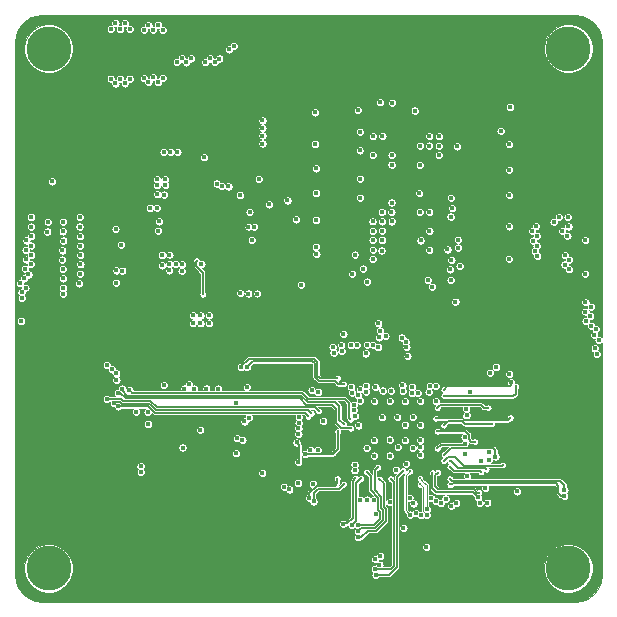
<source format=gbr>
%TF.GenerationSoftware,KiCad,Pcbnew,5.1.10-88a1d61d58~88~ubuntu20.04.1*%
%TF.CreationDate,2021-06-10T18:40:27+05:30*%
%TF.ProjectId,LB1A_DCA7M4_R512MB_F4GB,4c423141-5f44-4434-9137-4d345f523531,1.0.0*%
%TF.SameCoordinates,Original*%
%TF.FileFunction,Copper,L2,Inr*%
%TF.FilePolarity,Positive*%
%FSLAX46Y46*%
G04 Gerber Fmt 4.6, Leading zero omitted, Abs format (unit mm)*
G04 Created by KiCad (PCBNEW 5.1.10-88a1d61d58~88~ubuntu20.04.1) date 2021-06-10 18:40:27*
%MOMM*%
%LPD*%
G01*
G04 APERTURE LIST*
%TA.AperFunction,ComponentPad*%
%ADD10C,3.800000*%
%TD*%
%TA.AperFunction,ViaPad*%
%ADD11C,0.400050*%
%TD*%
%TA.AperFunction,ViaPad*%
%ADD12C,0.275590*%
%TD*%
%TA.AperFunction,Conductor*%
%ADD13C,0.100000*%
%TD*%
%TA.AperFunction,Conductor*%
%ADD14C,0.127000*%
%TD*%
%TA.AperFunction,Conductor*%
%ADD15C,0.090000*%
%TD*%
G04 APERTURE END LIST*
D10*
%TO.N,N/C*%
%TO.C,H4*%
X118000000Y-113500000D03*
%TD*%
%TO.N,N/C*%
%TO.C,H3*%
X162000000Y-113500000D03*
%TD*%
%TO.N,N/C*%
%TO.C,H2*%
X162000000Y-69500000D03*
%TD*%
%TO.N,N/C*%
%TO.C,H1*%
X118000000Y-69500000D03*
%TD*%
D11*
%TO.N,GND*%
X132705000Y-83180000D03*
X132705000Y-84320000D03*
X132710000Y-85505000D03*
X131305000Y-85505000D03*
X153160000Y-95890000D03*
X144870000Y-99300000D03*
X147470000Y-99300000D03*
X148820000Y-99350000D03*
X145570000Y-100700000D03*
X146270000Y-101300000D03*
X145570000Y-103300000D03*
X149470000Y-100700000D03*
X147520000Y-102650000D03*
X148870000Y-102600000D03*
X148170000Y-103300000D03*
X148820000Y-103950000D03*
X150420000Y-100350000D03*
D12*
X151970000Y-101400000D03*
X151970000Y-105400000D03*
X147960000Y-96866732D03*
X141960000Y-96866732D03*
X143936731Y-97389999D03*
X146460000Y-97413268D03*
X151960000Y-99366732D03*
X151470000Y-103400000D03*
X142945000Y-101875000D03*
X142945000Y-104376124D03*
X142946124Y-105898852D03*
X141470000Y-107375000D03*
X144970000Y-105900000D03*
X147970000Y-105900000D03*
X152970000Y-107400000D03*
X131540000Y-80630000D03*
D11*
X130530000Y-76880000D03*
D12*
X129855000Y-81030000D03*
D11*
X124155000Y-87780000D03*
X124155000Y-86730000D03*
X124155000Y-85530000D03*
X124180000Y-84130000D03*
X124180000Y-83105000D03*
D12*
X124405000Y-80830000D03*
D11*
X123955000Y-80830000D03*
D12*
X124405000Y-82030000D03*
D11*
X123955000Y-82030000D03*
X133280000Y-76380000D03*
X124480000Y-77530000D03*
D12*
X132980000Y-90505000D03*
X137455000Y-88855000D03*
X126855000Y-92105000D03*
D11*
X127630000Y-92105000D03*
X124180000Y-88855000D03*
X131330000Y-83205000D03*
X131305000Y-84280000D03*
X144270000Y-88520000D03*
X144440000Y-86920000D03*
X145450000Y-83310000D03*
X144340000Y-77320000D03*
X144360000Y-78920000D03*
X144360000Y-79720000D03*
X144360000Y-81330000D03*
X151020000Y-79310000D03*
X152750000Y-76910000D03*
X152110000Y-80490000D03*
X152620000Y-84930000D03*
X153120000Y-88890000D03*
X153110000Y-87110000D03*
D12*
X149960000Y-96866732D03*
D11*
X144320000Y-85500000D03*
X141500000Y-95700000D03*
X139690000Y-86790000D03*
X139680000Y-84800000D03*
X139670000Y-82520000D03*
X139670000Y-80270000D03*
X139670000Y-78110000D03*
X157960000Y-81810000D03*
X157980000Y-79610000D03*
X157980000Y-77500000D03*
X158750000Y-75220000D03*
X138820000Y-75710000D03*
X126390000Y-100770000D03*
X126410000Y-102000000D03*
X130150000Y-102600000D03*
X129500000Y-101860000D03*
X133910000Y-101760000D03*
X136850000Y-67740000D03*
X136450000Y-67240000D03*
X136050000Y-67740000D03*
X135650000Y-67240000D03*
X135250000Y-67740000D03*
X136850000Y-70540000D03*
X136450000Y-70040000D03*
X136050000Y-70540000D03*
X135650000Y-70040000D03*
X135250000Y-70540000D03*
X143900000Y-104200000D03*
X149200000Y-105100000D03*
X146220000Y-99350000D03*
X147530000Y-101299999D03*
D12*
X124560000Y-101880000D03*
X135540000Y-96380000D03*
D11*
X156330000Y-100540000D03*
X135510000Y-105400000D03*
D12*
X136890000Y-86380000D03*
X136880000Y-86820000D03*
D11*
X145390000Y-111150000D03*
X151490000Y-113460000D03*
X144670000Y-111840000D03*
X126840000Y-98250000D03*
D12*
X155845918Y-96939035D03*
D11*
X157831284Y-84451284D03*
X137443735Y-97970000D03*
D12*
X142909357Y-99439036D03*
D11*
X130840000Y-98281826D03*
X129255000Y-90655000D03*
D12*
X146702499Y-107490000D03*
D11*
X144790000Y-104900000D03*
X148890000Y-112850000D03*
X152960000Y-111420000D03*
X143655135Y-93070000D03*
X153000000Y-82148366D03*
X147031634Y-77710000D03*
X152080000Y-81321635D03*
D12*
X137460000Y-89430000D03*
D11*
X128460000Y-67920000D03*
X128860000Y-67460000D03*
X129250000Y-67920000D03*
X129650000Y-67510000D03*
X130060000Y-67920000D03*
X124180000Y-89858366D03*
X128213815Y-90663815D03*
D12*
X129855000Y-80580000D03*
D11*
%TO.N,MPU_VDDA_1V8_REG*%
X143924127Y-100593571D03*
X153380000Y-100510000D03*
%TO.N,PMIC_VOUT3_VDD*%
X148170000Y-102650000D03*
X149470000Y-101350000D03*
X148820000Y-103300000D03*
X149470000Y-102650000D03*
X149470000Y-103250000D03*
X148270000Y-104650000D03*
X134230000Y-90205000D03*
X134905000Y-90230000D03*
X135655000Y-90230000D03*
X135005000Y-83330000D03*
X135780000Y-80530000D03*
X149470000Y-103910000D03*
X148560000Y-107520000D03*
X126050000Y-67900000D03*
X126450000Y-67520000D03*
X126850000Y-67900000D03*
X127260000Y-67500000D03*
X127650000Y-67910000D03*
X157640000Y-106990000D03*
X157000000Y-97040000D03*
X147550000Y-103240000D03*
X145715101Y-108865125D03*
X140800000Y-98569999D03*
%TO.N,PMIC_LDO4_VDD_USB*%
X150770000Y-99350000D03*
X135410000Y-84580000D03*
X134920000Y-84580000D03*
%TO.N,Net-(C5-Pad2)*%
X140260000Y-98420000D03*
%TO.N,Net-(C6-Pad1)*%
X153360000Y-100000000D03*
%TO.N,Net-(C7-Pad1)*%
X147400000Y-105160000D03*
%TO.N,PMIC_VREF_DDR*%
X144370000Y-82120000D03*
X123660000Y-84780000D03*
X155355708Y-96935708D03*
X152640000Y-85671635D03*
%TO.N,PMIC_LDO3_VTT_DDR*%
X127140000Y-82970000D03*
X140550000Y-74900000D03*
X140560000Y-77570000D03*
X140630000Y-79640000D03*
X140640000Y-81720000D03*
X140640000Y-84010000D03*
X140640000Y-86300000D03*
X140670000Y-86890000D03*
X144170000Y-74710000D03*
X146050000Y-74040000D03*
X147090000Y-74070000D03*
X148990000Y-74740000D03*
X157050000Y-74430000D03*
X156260000Y-76450000D03*
X156990000Y-77600000D03*
X157000000Y-79750000D03*
X156990000Y-81910000D03*
X156990000Y-84550000D03*
X156960000Y-87290000D03*
X126590000Y-82990000D03*
%TO.N,PMIC_VOUT2_VDD_DDR*%
X148170000Y-99350000D03*
X149470000Y-99350000D03*
X145570000Y-99350000D03*
X146870000Y-99350000D03*
X127205000Y-81830000D03*
X127755000Y-81855000D03*
X127730000Y-78255000D03*
X128305000Y-78255000D03*
X128905000Y-78255000D03*
X143920000Y-86930000D03*
X146210000Y-83330000D03*
X144340000Y-76530000D03*
X144340000Y-78120000D03*
X144370000Y-80520000D03*
X151040000Y-76920000D03*
X152560000Y-77780000D03*
X149370000Y-81740000D03*
X152050000Y-82120000D03*
X152170000Y-83020000D03*
X138930000Y-83960000D03*
X152790358Y-87900358D03*
X152650000Y-86358365D03*
%TO.N,Net-(C42-Pad1)*%
X132330000Y-98281826D03*
%TO.N,5V_VIN*%
X127180000Y-80555000D03*
X127180000Y-81055000D03*
X127880000Y-81055000D03*
X127855000Y-80555000D03*
X129280000Y-87755000D03*
X128230000Y-86955000D03*
X127605000Y-86980000D03*
X127605000Y-87855000D03*
X129255000Y-88305000D03*
X123250000Y-72040000D03*
X123650000Y-72440000D03*
X124050000Y-72040000D03*
X124450000Y-72440000D03*
X124850000Y-72040000D03*
X135200000Y-85700000D03*
X127260000Y-84920000D03*
X130940000Y-87740000D03*
X131160000Y-78690000D03*
%TO.N,PMIC_VOUT1_VDD_CORE*%
X146870000Y-103950000D03*
X144220000Y-101400000D03*
X146220000Y-100700000D03*
X144920000Y-103300000D03*
X147520000Y-100700000D03*
X148820000Y-100700000D03*
X145570000Y-103950000D03*
X136105000Y-75580000D03*
X136105000Y-76205000D03*
X136105000Y-76855000D03*
X136105000Y-77530000D03*
X146870000Y-102600000D03*
X148170000Y-101350000D03*
X145550000Y-102650000D03*
%TO.N,PMIC_VOUT4_3V3*%
X123250000Y-67840000D03*
X123650000Y-67340000D03*
X124050000Y-67840000D03*
X124450000Y-67340000D03*
X124850000Y-67840000D03*
D12*
X130530000Y-87455000D03*
D11*
X130230000Y-92080000D03*
X130855000Y-92080000D03*
X131580000Y-92080000D03*
X131580000Y-92755000D03*
X130855000Y-92755000D03*
X130205000Y-92755000D03*
D12*
X131050000Y-90310000D03*
D11*
%TO.N,PMIC_LDO1_1V8*%
X128210000Y-87740000D03*
X128740000Y-87740000D03*
X128210000Y-88280000D03*
X126050000Y-72000000D03*
X126450000Y-72320000D03*
X126850000Y-71930000D03*
X127250000Y-72340000D03*
X127650000Y-71980000D03*
%TO.N,PMIC_LDO6_1V0*%
X123710000Y-89320000D03*
X131260000Y-70660000D03*
X131640000Y-70330000D03*
X132050000Y-70640000D03*
X132450000Y-70340000D03*
D12*
%TO.N,I2C1_SCL*%
X151460000Y-98366732D03*
D11*
X157169082Y-97762089D03*
X160750000Y-84157373D03*
D12*
%TO.N,I2C1_SDA*%
X150932246Y-105386004D03*
X154440000Y-107080000D03*
D11*
X155140000Y-107940000D03*
%TO.N,I2C4_SCL*%
X144400000Y-107700000D03*
X132225007Y-80916879D03*
%TO.N,I2C4_SDA*%
X144960000Y-107680000D03*
X132650000Y-81140000D03*
%TO.N,ETH_NRST*%
X164560000Y-94180000D03*
X154970000Y-106710000D03*
%TO.N,Net-(R7-Pad1)*%
X153640000Y-98530000D03*
%TO.N,DDR_A0*%
X146270000Y-98450000D03*
X146220000Y-85700000D03*
%TO.N,DDR_A1*%
X150220000Y-86540000D03*
X148770000Y-98650000D03*
%TO.N,DDR_A2*%
X144870000Y-98530003D03*
X146190000Y-86590000D03*
%TO.N,DDR_A3*%
X145670000Y-98150000D03*
X145430000Y-85710000D03*
%TO.N,DDR_A4*%
X150270000Y-98050000D03*
X152102194Y-87385233D03*
%TO.N,DDR_A5*%
X144870000Y-98050000D03*
X145440000Y-86530000D03*
%TO.N,DDR_A6*%
X150770000Y-98050000D03*
X151985842Y-88188494D03*
%TO.N,DDR_A7*%
X144610000Y-88120000D03*
X143609848Y-98151106D03*
%TO.N,DDR_A8*%
X155880000Y-96450000D03*
X152030000Y-89091755D03*
%TO.N,DDR_A9*%
X144370000Y-98350000D03*
X145424865Y-87320000D03*
%TO.N,DDR_A10*%
X150241634Y-84925886D03*
X148382148Y-95507852D03*
%TO.N,DDR_A11*%
X148770000Y-98150000D03*
X150103231Y-89090000D03*
%TO.N,DDR_A12*%
X148296294Y-94774732D03*
X149490000Y-85740000D03*
%TO.N,DDR_A13*%
X144950000Y-89220000D03*
X143686090Y-98622980D03*
%TO.N,DDR_A14*%
X149250003Y-98650000D03*
X150464866Y-89660000D03*
%TO.N,DDR_BA0*%
X145440000Y-84940000D03*
X146520000Y-93830000D03*
%TO.N,DDR_BA1*%
X150170000Y-98550000D03*
X151767853Y-86497540D03*
%TO.N,DDR_BA2*%
X146220000Y-84920000D03*
X145970000Y-93950000D03*
%TO.N,DDR_CLK_P*%
X148229412Y-94299412D03*
X150228365Y-83330000D03*
%TO.N,DDR_CLK_N*%
X149420000Y-83320000D03*
X147890000Y-93960000D03*
%TO.N,DDR_RESETN*%
X143700000Y-88560000D03*
X139360000Y-89480000D03*
%TO.N,DDR_CKE*%
X152030000Y-83720000D03*
X152440000Y-90920000D03*
%TO.N,DDR_RASN*%
X147948175Y-98004292D03*
X147028846Y-82531634D03*
%TO.N,DDR_CSN*%
X146230000Y-84130000D03*
X145910000Y-92760000D03*
%TO.N,DDR_ODT*%
X145420000Y-84120000D03*
X146050000Y-93390000D03*
%TO.N,DDR_WEN*%
X146970000Y-98450000D03*
X147040000Y-84130000D03*
%TO.N,DDR_CASN*%
X147971651Y-98483719D03*
X147020000Y-83320000D03*
%TO.N,SDMMC2_D0*%
X139170875Y-100690786D03*
X134957531Y-100729660D03*
%TO.N,SDMMC2_D1*%
X134580000Y-101060000D03*
X139162342Y-101170712D03*
%TO.N,SDMMC2_D2*%
X139151077Y-102130549D03*
X134406949Y-102625000D03*
%TO.N,SDMMC2_D3*%
X134770000Y-98160000D03*
X141240000Y-101020000D03*
%TO.N,SDMMC2_D4*%
X153210000Y-102380000D03*
X133880000Y-99503315D03*
%TO.N,SDMMC2_D5*%
X140151078Y-103465000D03*
X131350000Y-98281826D03*
D12*
%TO.N,SDMMC2_D6*%
X142470000Y-101900000D03*
D11*
X139710000Y-103825000D03*
X130330000Y-98281826D03*
%TO.N,SDMMC2_D7*%
X139149754Y-101650549D03*
X133940000Y-102480000D03*
%TO.N,SDMMC2_CMD*%
X127740000Y-98000000D03*
X138987483Y-102842897D03*
X139140000Y-104500000D03*
%TO.N,SDMMC2_CK*%
X140770000Y-103465000D03*
X129890000Y-97912394D03*
%TO.N,NRST*%
X134200000Y-81880000D03*
X146860000Y-107900000D03*
X118276817Y-80736817D03*
X129500000Y-98281826D03*
%TO.N,DSI_CKN*%
X119160000Y-86580000D03*
%TO.N,DSI_D1_N*%
X119240000Y-85750000D03*
%TO.N,JTDO_TRACESWO*%
X119190000Y-84970000D03*
%TO.N,JTDI*%
X119220000Y-84160000D03*
%TO.N,LCD_G4*%
X117914990Y-84160000D03*
%TO.N,LCD_R6*%
X116510000Y-83760000D03*
%TO.N,LCD_B4*%
X120580000Y-89380000D03*
X140383308Y-106352945D03*
%TO.N,LCD_B3*%
X119210000Y-88950000D03*
%TO.N,STLINK_UART4_RX*%
X120650000Y-88550000D03*
X139108341Y-106281626D03*
%TO.N,STLINK_UART4_TX*%
X119200000Y-88150000D03*
%TO.N,I2S2_WS*%
X120690000Y-87760000D03*
X138378090Y-106816265D03*
D12*
%TO.N,DSI_TE*%
X140250614Y-100380606D03*
D11*
X123509943Y-99496813D03*
%TO.N,DSI_D0_N*%
X122910000Y-99160000D03*
D12*
X140850000Y-100180000D03*
D11*
%TO.N,DSI_CKP*%
X120670000Y-86180000D03*
%TO.N,DSI_D1_P*%
X120650000Y-85380000D03*
%TO.N,NJRST*%
X120620000Y-84560000D03*
%TO.N,JTCK_SWCLK*%
X120640000Y-83760000D03*
%TO.N,LCD_G5*%
X117890000Y-84990000D03*
%TO.N,LCD_R4*%
X116500000Y-84560000D03*
D12*
%TO.N,LCD_G3*%
X142446124Y-105898852D03*
D11*
X119210000Y-89760000D03*
X140060002Y-107506647D03*
%TO.N,LCD_R3*%
X143900000Y-104719997D03*
X125780000Y-104870000D03*
%TO.N,LCD_G1*%
X119150000Y-87360000D03*
X137911258Y-106587655D03*
%TO.N,DSI_D0_P*%
X120680000Y-86980000D03*
D12*
%TO.N,JTMS_SWDIO*%
X142436732Y-97390000D03*
D11*
X134278347Y-96449045D03*
%TO.N,LCD_G2*%
X116520000Y-85360000D03*
%TO.N,LCD_R7*%
X119210000Y-90240003D03*
D12*
X142970000Y-106375000D03*
D11*
X140434875Y-107840000D03*
%TO.N,LCD_R2*%
X143900000Y-105200000D03*
X125790210Y-105349893D03*
%TO.N,SDMMC1_CMD*%
X123869483Y-98645894D03*
D12*
X143560000Y-101650000D03*
D11*
%TO.N,SDMMC1_CK*%
X124210016Y-98277530D03*
D12*
X142995999Y-101312505D03*
%TO.N,I2S2_CK*%
X143545000Y-100875000D03*
D11*
X124840000Y-98400000D03*
%TO.N,SDMMC1_D2*%
X143820000Y-100125000D03*
X123740000Y-97547269D03*
%TO.N,SDMMC1_D3*%
X143820000Y-99644997D03*
X123730000Y-96990001D03*
%TO.N,SDMMC1_D1*%
X144356922Y-99311683D03*
X123340000Y-96660000D03*
%TO.N,SDMMC1_D0*%
X144170000Y-98850000D03*
X122910000Y-96290000D03*
D12*
%TO.N,DSI_RESET*%
X142970000Y-97900000D03*
D11*
X134780000Y-96449045D03*
%TO.N,I2S2_SDO*%
X116510000Y-86170000D03*
%TO.N,LCD_G7*%
X116050000Y-86550000D03*
%TO.N,LCD_G6*%
X116120000Y-85740000D03*
%TO.N,DDR_DQ3*%
X142126111Y-95233889D03*
X145440000Y-78510000D03*
%TO.N,DDR_DQ0*%
X142038506Y-94761949D03*
X145440000Y-76920000D03*
%TO.N,DDR_DQ1*%
X142778205Y-94620493D03*
X147031634Y-78490000D03*
D12*
%TO.N,USART1_CTS*%
X144448650Y-105878650D03*
D11*
X116480000Y-87750000D03*
X143643183Y-109843183D03*
%TO.N,DDR_DQ7*%
X146260000Y-76900000D03*
X142800000Y-95100000D03*
%TO.N,DDR_DQS0_P*%
X149430000Y-77720000D03*
X143600000Y-94590000D03*
%TO.N,DDR_DQS0_N*%
X150220000Y-77710000D03*
X144079807Y-94576292D03*
D12*
%TO.N,LCD_VSYNC*%
X144920000Y-105350000D03*
D11*
X116010000Y-88130000D03*
X144151366Y-109851366D03*
%TO.N,DDR_DQ2*%
X150230000Y-76910000D03*
X144940000Y-94560000D03*
%TO.N,DDR_DQ6*%
X149410000Y-79340000D03*
X144840000Y-95300000D03*
%TO.N,DDR_DQM0*%
X142960000Y-93650000D03*
X147031634Y-79320000D03*
%TO.N,DDR_DQ4*%
X151020000Y-77720000D03*
X145890000Y-94760000D03*
%TO.N,DDR_DQ5*%
X145430000Y-94570000D03*
X151020000Y-78520000D03*
%TO.N,LCD_B0*%
X116510000Y-86960000D03*
%TO.N,PMIC_WAKEUP*%
X145550000Y-107700000D03*
X133220000Y-81160000D03*
%TO.N,LCD_B7*%
X115910000Y-88950000D03*
X144187038Y-110860067D03*
D12*
X146005654Y-105935662D03*
%TO.N,LCD_B1*%
X145845000Y-104950000D03*
D11*
X116290000Y-88610000D03*
X144203148Y-110350339D03*
D12*
%TO.N,U_LED_1*%
X146945000Y-105900000D03*
D11*
X115714991Y-90619976D03*
X145621085Y-113557001D03*
%TO.N,BOOT2*%
X115550000Y-89360000D03*
X146070721Y-112461625D03*
%TO.N,BOOT0*%
X115710000Y-90140000D03*
X146010000Y-113191876D03*
%TO.N,BOOT1*%
X115650000Y-92560000D03*
X145679312Y-114055262D03*
D12*
X148010000Y-105220000D03*
%TO.N,STUSB1600_IRQOUTn*%
X148568584Y-105287813D03*
D11*
X148600000Y-108950000D03*
%TO.N,POWER_ON*%
X148880000Y-108000000D03*
X138220000Y-82350000D03*
%TO.N,LCD_HSYNC*%
X149064863Y-108830000D03*
%TO.N,LCD_B5*%
X150360000Y-107530000D03*
D12*
%TO.N,ANA0*%
X149448650Y-106378650D03*
D11*
X149996975Y-108978865D03*
D12*
%TO.N,ANA1*%
X149436732Y-105890000D03*
D11*
X150030229Y-108500229D03*
%TO.N,HDMI_INT*%
X150760000Y-107800000D03*
D12*
%TO.N,ETH_RXD3*%
X150470000Y-105400000D03*
D11*
X154350000Y-107500000D03*
%TO.N,ETH_TXD3*%
X151220000Y-107970000D03*
%TO.N,ETH_TXD2*%
X151610000Y-107590000D03*
D12*
%TO.N,ETH_CLK125*%
X151445000Y-104400000D03*
D11*
X163940000Y-91350000D03*
D12*
X156440000Y-104750000D03*
%TO.N,USART1_TX*%
X151468852Y-103876124D03*
D11*
X155830000Y-104040000D03*
D12*
%TO.N,ETH_CLK*%
X150920000Y-103350000D03*
D11*
X153230000Y-102929749D03*
X162050000Y-88169465D03*
D12*
%TO.N,LCD_DE*%
X150920000Y-101900000D03*
X154070000Y-102763369D03*
D11*
X161682245Y-87778930D03*
D12*
%TO.N,HDMI_CEC*%
X157090000Y-100740000D03*
D11*
X159377135Y-87054070D03*
D12*
X150770000Y-100810000D03*
%TO.N,USART1_RX*%
X150920000Y-99900000D03*
X155210000Y-99910000D03*
D11*
X159160030Y-86625972D03*
D12*
%TO.N,HDMI_NRST*%
X151460000Y-98866732D03*
D11*
X159240000Y-84540000D03*
D12*
X157560000Y-98080000D03*
D11*
%TO.N,ETH_TXD1*%
X152096543Y-108203833D03*
%TO.N,ETH_TXD0*%
X154490000Y-107960000D03*
D12*
%TO.N,LCD_R1*%
X151970000Y-106400000D03*
D11*
X164400000Y-95340000D03*
X161646424Y-107371018D03*
D12*
%TO.N,ETH_RX_CLK*%
X151970000Y-105900000D03*
D11*
X164230000Y-94880000D03*
X161671653Y-106870000D03*
D12*
%TO.N,ETH_MDC*%
X151970000Y-104900000D03*
D11*
X163850000Y-92140000D03*
D12*
X154610000Y-105340816D03*
%TO.N,SPI5_NSS*%
X151448650Y-101378650D03*
D11*
X161490000Y-84938424D03*
D12*
X155500000Y-101270000D03*
D11*
%TO.N,SPI5_MOSI*%
X161920000Y-85340000D03*
%TO.N,DSI_BL_CTRL*%
X161940000Y-83770000D03*
%TO.N,ETH_TX_EN*%
X152510000Y-107960000D03*
%TO.N,ETH_GTX_CLK*%
X164200000Y-93730000D03*
%TO.N,PA0_WKUP*%
X153440000Y-105710000D03*
X136660000Y-82689725D03*
%TO.N,LCD_R0*%
X163460000Y-92550000D03*
%TO.N,LCD_R5*%
X163450000Y-90970000D03*
%TO.N,ETH_RXD2*%
X154570000Y-104450000D03*
%TO.N,ETH_RXD1*%
X155270000Y-104300000D03*
%TO.N,ETH_RX_DV*%
X153270000Y-103823376D03*
%TO.N,LCD_B2*%
X161696047Y-86988975D03*
%TO.N,SPI5_SCK*%
X163440000Y-85720000D03*
%TO.N,USB_DM2*%
X159020000Y-85750000D03*
%TO.N,USB_DM1*%
X158950000Y-84960000D03*
%TO.N,USART1_RTS*%
X161180000Y-83770000D03*
%TO.N,ETH_MDIO*%
X164323641Y-93243824D03*
%TO.N,U_LED_2*%
X163910000Y-92960000D03*
%TO.N,ETH_RXD0*%
X155320000Y-103660000D03*
%TO.N,ETH_MDINT*%
X163430000Y-88560000D03*
%TO.N,SPI5_MISO*%
X162053919Y-87379475D03*
%TO.N,LCD_CLK*%
X162011217Y-84547889D03*
%TO.N,USB_DP2*%
X159310000Y-86170000D03*
%TO.N,USB_DP1*%
X159329049Y-85333345D03*
%TO.N,nPONKEY*%
X127355000Y-84130000D03*
%TO.N,PMIC_LDO2_2V9*%
X124130000Y-86105000D03*
X128850000Y-70640000D03*
X129260000Y-70330000D03*
X129650000Y-70670000D03*
X130060000Y-70330000D03*
D12*
%TO.N,LCD_B6*%
X143970000Y-105875000D03*
D11*
X116060000Y-87350000D03*
X142960000Y-109715125D03*
D12*
%TO.N,DSI_LCD_INT*%
X139960616Y-100622501D03*
D11*
X123890000Y-99790000D03*
%TO.N,U_BUTTON_1*%
X116040000Y-89750000D03*
X145643267Y-112724184D03*
%TO.N,U_BUTTON_2*%
X149517122Y-108990819D03*
D12*
%TO.N,LCD_G0*%
X151945000Y-104375000D03*
X155040000Y-105112500D03*
D11*
X163450000Y-91770000D03*
%TO.N,Net-(C75-Pad2)*%
X148034771Y-110090000D03*
%TO.N,Net-(C76-Pad2)*%
X149970000Y-111690000D03*
%TO.N,PMIC_LDO5_2V9*%
X130840000Y-101770000D03*
X129340000Y-103270000D03*
X123730000Y-88280000D03*
X133270000Y-69560000D03*
X133660000Y-69270000D03*
X126380000Y-100270000D03*
X126400000Y-101280000D03*
X133870000Y-103760000D03*
X125400000Y-100240000D03*
X136080000Y-105421624D03*
X124240000Y-88300000D03*
%TD*%
D13*
%TO.N,PMIC_VOUT4_3V3*%
X131050000Y-90260000D02*
X131050000Y-90310000D01*
X131060000Y-90250000D02*
X131050000Y-90260000D01*
D14*
X131060000Y-88470000D02*
X131060000Y-90250000D01*
X130500000Y-87910000D02*
X131060000Y-88470000D01*
X130500000Y-87485000D02*
X130500000Y-87910000D01*
X130530000Y-87455000D02*
X130500000Y-87485000D01*
%TO.N,I2C1_SCL*%
X157169082Y-97990918D02*
X157169082Y-97762089D01*
X151730000Y-98100000D02*
X157060000Y-98100000D01*
X151463268Y-98366732D02*
X151730000Y-98100000D01*
X157060000Y-98100000D02*
X157169082Y-97990918D01*
X151460000Y-98366732D02*
X151463268Y-98366732D01*
%TO.N,I2C1_SDA*%
X150932246Y-105386004D02*
X150698610Y-105619640D01*
X150698610Y-106538610D02*
X150977989Y-106817989D01*
X150698610Y-105619640D02*
X150698610Y-106538610D01*
X154253303Y-107080000D02*
X154440000Y-107080000D01*
X153991292Y-106817989D02*
X154253303Y-107080000D01*
X150977989Y-106817989D02*
X153991292Y-106817989D01*
%TO.N,SDMMC2_D6*%
X142470000Y-101900000D02*
X142470000Y-103430000D01*
X142075000Y-103825000D02*
X139710000Y-103825000D01*
X142470000Y-103430000D02*
X142075000Y-103825000D01*
%TO.N,SDMMC2_CMD*%
X138987483Y-102842897D02*
X139200000Y-103055414D01*
X139134615Y-104494615D02*
X139140000Y-104500000D01*
X139200000Y-103055414D02*
X139200000Y-104440000D01*
D15*
X139200000Y-104440000D02*
X139140000Y-104500000D01*
D14*
%TO.N,DSI_TE*%
X139967058Y-100097050D02*
X140250614Y-100380606D01*
X135380000Y-100097050D02*
X139967058Y-100097050D01*
X135380000Y-100097050D02*
X134609033Y-100097050D01*
D15*
X123556766Y-99449990D02*
X123509943Y-99496813D01*
D14*
X123714739Y-99424874D02*
X124065261Y-99424874D01*
X123642800Y-99496813D02*
X123714739Y-99424874D01*
X123509943Y-99496813D02*
X123642800Y-99496813D01*
X124065261Y-99424874D02*
X124201777Y-99561390D01*
X126524693Y-99561390D02*
X126658610Y-99695308D01*
X124201777Y-99561390D02*
X126524693Y-99561390D01*
X126658610Y-99695308D02*
X127060352Y-100097050D01*
X127060352Y-100097050D02*
X130120000Y-100097050D01*
X131087050Y-100097050D02*
X130880000Y-100097050D01*
X130120000Y-100097050D02*
X131087050Y-100097050D01*
X134609033Y-100097050D02*
X131087050Y-100097050D01*
%TO.N,DSI_D0_N*%
X122938313Y-99131687D02*
X124095376Y-99131687D01*
X122910000Y-99160000D02*
X122938313Y-99131687D01*
X124095376Y-99131687D02*
X124296469Y-99332780D01*
X126619385Y-99332781D02*
X127155044Y-99868440D01*
X124296469Y-99332780D02*
X126619385Y-99332781D01*
X127155044Y-99868440D02*
X130020000Y-99868440D01*
X140850000Y-100180000D02*
X140538440Y-99868440D01*
X140538440Y-99868440D02*
X140061751Y-99868440D01*
X140061751Y-99868440D02*
X139481947Y-99868440D01*
X139481947Y-99868440D02*
X135430000Y-99868440D01*
X135430000Y-99868440D02*
X134703726Y-99868440D01*
X131568440Y-99868440D02*
X131010000Y-99868440D01*
X130020000Y-99868440D02*
X131568440Y-99868440D01*
X134703726Y-99868440D02*
X131568440Y-99868440D01*
%TO.N,LCD_G3*%
X142446124Y-105898852D02*
X142446124Y-106295266D01*
X142446124Y-106295266D02*
X142210000Y-106531390D01*
X140060002Y-107156695D02*
X140060002Y-107506647D01*
X140685307Y-106531390D02*
X140060002Y-107156695D01*
X142210000Y-106531390D02*
X140685307Y-106531390D01*
D13*
%TO.N,JTMS_SWDIO*%
X135250000Y-95740000D02*
X135240000Y-95740000D01*
D14*
X140470000Y-95740000D02*
X135240000Y-95740000D01*
X140750000Y-96020000D02*
X140470000Y-95740000D01*
X140750000Y-97190000D02*
X140750000Y-96020000D01*
X140950000Y-97390000D02*
X140750000Y-97190000D01*
X142436732Y-97390000D02*
X140950000Y-97390000D01*
X135250000Y-95740000D02*
X135019770Y-95740000D01*
X135019770Y-95740000D02*
X135019770Y-95740230D01*
X135019770Y-95740000D02*
X134948658Y-95740000D01*
X134278347Y-96410311D02*
X134278347Y-96449045D01*
X134948658Y-95740000D02*
X134278347Y-96410311D01*
%TO.N,LCD_R7*%
X142970000Y-106375000D02*
X142585000Y-106760000D01*
X142585000Y-106760000D02*
X140780000Y-106760000D01*
X140434875Y-107105125D02*
X140434875Y-107840000D01*
X140780000Y-106760000D02*
X140434875Y-107105125D01*
%TO.N,SDMMC1_CMD*%
X124534171Y-99104171D02*
X124075894Y-98645894D01*
X139291243Y-99104171D02*
X124534171Y-99104171D01*
X141989830Y-99639830D02*
X139826902Y-99639830D01*
X142360000Y-100010000D02*
X141989830Y-99639830D01*
X139826902Y-99639830D02*
X139291243Y-99104171D01*
X142360000Y-101210000D02*
X142360000Y-100010000D01*
X142740000Y-101590000D02*
X142360000Y-101210000D01*
X143500000Y-101590000D02*
X142740000Y-101590000D01*
X124075894Y-98645894D02*
X123869483Y-98645894D01*
X143560000Y-101650000D02*
X143500000Y-101590000D01*
%TO.N,SDMMC1_CK*%
X140852810Y-99411220D02*
X140698780Y-99411220D01*
X124210016Y-98410270D02*
X124210016Y-98277530D01*
X124675307Y-98875561D02*
X124210016Y-98410270D01*
X139385936Y-98875561D02*
X124675307Y-98875561D01*
X139921594Y-99411220D02*
X139385936Y-98875561D01*
X140698780Y-99411220D02*
X139921594Y-99411220D01*
X142590000Y-100906506D02*
X142995999Y-101312505D01*
X142590000Y-99740000D02*
X142590000Y-100906506D01*
X142261220Y-99411220D02*
X142590000Y-99740000D01*
X140698780Y-99411220D02*
X142261220Y-99411220D01*
%TO.N,I2S2_CK*%
X125086951Y-98646951D02*
X124950000Y-98510000D01*
X139480629Y-98646951D02*
X125086951Y-98646951D01*
X139969815Y-99136137D02*
X139480629Y-98646951D01*
X139969815Y-99136140D02*
X139969815Y-99136137D01*
X143410000Y-99491392D02*
X143054748Y-99136140D01*
X143410000Y-100740000D02*
X143410000Y-99491392D01*
X143054748Y-99136140D02*
X139969815Y-99136140D01*
X143545000Y-100875000D02*
X143410000Y-100740000D01*
X124950000Y-98510000D02*
X124840000Y-98400000D01*
%TO.N,DSI_RESET*%
X142970000Y-97900000D02*
X142498882Y-97900000D01*
X142498882Y-97900000D02*
X142217492Y-97618610D01*
X140855307Y-97618610D02*
X140521390Y-97284693D01*
X142217492Y-97618610D02*
X140855307Y-97618610D01*
X140521390Y-96151390D02*
X140338610Y-95968610D01*
X140521390Y-97284693D02*
X140521390Y-96151390D01*
X135281390Y-95968610D02*
X135868610Y-95968610D01*
X135868610Y-95968610D02*
X135780000Y-95968610D01*
X140338610Y-95968610D02*
X135868610Y-95968610D01*
X135281390Y-95968610D02*
X135271390Y-95968610D01*
X135260435Y-95968610D02*
X134780000Y-96449045D01*
X135281390Y-95968610D02*
X135260435Y-95968610D01*
%TO.N,USART1_CTS*%
X144034874Y-106285126D02*
X144042174Y-106285126D01*
X144034874Y-109451492D02*
X144034874Y-106285126D01*
X144042174Y-106285126D02*
X144448650Y-105878650D01*
X143643183Y-109843183D02*
X144034874Y-109451492D01*
%TO.N,LCD_VSYNC*%
X145272601Y-105702601D02*
X145272601Y-106882214D01*
X144920000Y-105350000D02*
X145272601Y-105702601D01*
X145272601Y-106882214D02*
X145915126Y-107524739D01*
X146080227Y-108689864D02*
X146080227Y-109040386D01*
X145915126Y-108524763D02*
X146080227Y-108689864D01*
X145915126Y-107524739D02*
X145915126Y-108524763D01*
X146080227Y-109040386D02*
X146080227Y-109329773D01*
X145558634Y-109851366D02*
X144151366Y-109851366D01*
X146080227Y-109329773D02*
X145558634Y-109851366D01*
%TO.N,LCD_B7*%
X146537447Y-108500478D02*
X146372346Y-108335377D01*
X146537447Y-109519159D02*
X146537447Y-108500478D01*
X145748020Y-110308586D02*
X146537447Y-109519159D01*
X144469916Y-110860067D02*
X145021397Y-110308586D01*
X146372346Y-108335377D02*
X146372346Y-106302354D01*
X145967292Y-105897300D02*
X146005654Y-105935662D01*
X145930000Y-105897300D02*
X145967292Y-105897300D01*
X146372346Y-106302354D02*
X146005654Y-105935662D01*
X144187038Y-110860067D02*
X144469916Y-110860067D01*
X145021397Y-110308586D02*
X145748020Y-110308586D01*
%TO.N,LCD_B1*%
X146308837Y-108595171D02*
X146308837Y-109020000D01*
X146143736Y-107430047D02*
X146143736Y-108430071D01*
X145610000Y-106896311D02*
X146143736Y-107430047D01*
X146143736Y-108430071D02*
X146308837Y-108595171D01*
X145610000Y-105185000D02*
X145610000Y-106896311D01*
X145845000Y-104950000D02*
X145610000Y-105185000D01*
X146308837Y-109424466D02*
X145653327Y-110079976D01*
X146308837Y-109020000D02*
X146308837Y-109424466D01*
X144473511Y-110079976D02*
X144203148Y-110350339D01*
X145653327Y-110079976D02*
X144473511Y-110079976D01*
%TO.N,U_LED_1*%
X146962999Y-113557001D02*
X145621085Y-113557001D01*
X147225126Y-113294874D02*
X146962999Y-113557001D01*
X147225126Y-106180126D02*
X147225126Y-113294874D01*
X146945000Y-105900000D02*
X147225126Y-106180126D01*
%TO.N,BOOT1*%
X146788041Y-114055262D02*
X145679312Y-114055262D01*
X147453736Y-113389567D02*
X146788041Y-114055262D01*
X147453736Y-105776264D02*
X147453736Y-113389567D01*
X148010000Y-105220000D02*
X147453736Y-105776264D01*
D15*
%TO.N,STUSB1600_IRQOUTn*%
X148234999Y-105621398D02*
X148234999Y-108354999D01*
X148568584Y-105287813D02*
X148234999Y-105621398D01*
D13*
X148234999Y-108354999D02*
X148234999Y-108584999D01*
X148234999Y-108584999D02*
X148600000Y-108950000D01*
%TO.N,ANA0*%
X149448650Y-106378650D02*
X149700000Y-106630000D01*
X149700000Y-108681890D02*
X149996975Y-108978865D01*
X149700000Y-106630000D02*
X149700000Y-108681890D01*
D15*
%TO.N,ANA1*%
X149436732Y-105890000D02*
X149711151Y-106164419D01*
D13*
X150030229Y-106483497D02*
X150030229Y-108217351D01*
X149711151Y-106164419D02*
X150030229Y-106483497D01*
X150030229Y-108217351D02*
X150030229Y-108500229D01*
D14*
%TO.N,ETH_RXD3*%
X150826599Y-107046599D02*
X153896599Y-107046599D01*
X150470000Y-106690000D02*
X150826599Y-107046599D01*
X153896599Y-107046599D02*
X154350000Y-107500000D01*
X150470000Y-105400000D02*
X150470000Y-106690000D01*
%TO.N,ETH_CLK125*%
X151811801Y-104097504D02*
X152427504Y-104097504D01*
X151509305Y-104400000D02*
X151811801Y-104097504D01*
X151445000Y-104400000D02*
X151509305Y-104400000D01*
X156440000Y-104750000D02*
X156384599Y-104805401D01*
X153135401Y-104805401D02*
X153020000Y-104690000D01*
X156384599Y-104805401D02*
X153135401Y-104805401D01*
X153020000Y-104690000D02*
X153110001Y-104780001D01*
X152427504Y-104097504D02*
X153020000Y-104690000D01*
%TO.N,USART1_TX*%
X155740000Y-103950000D02*
X155830000Y-104040000D01*
X151606351Y-103738625D02*
X151468852Y-103876124D01*
X155630274Y-103320274D02*
X152024702Y-103320274D01*
X152024702Y-103320274D02*
X151468852Y-103876124D01*
X155830000Y-103520000D02*
X155630274Y-103320274D01*
X155830000Y-104040000D02*
X155830000Y-103520000D01*
%TO.N,ETH_CLK*%
X151223401Y-103046599D02*
X152336599Y-103046599D01*
X150920000Y-103350000D02*
X151223401Y-103046599D01*
X153113150Y-103046599D02*
X153230000Y-102929749D01*
X152336599Y-103046599D02*
X153113150Y-103046599D01*
%TO.N,LCD_DE*%
X153270387Y-101900000D02*
X153575126Y-102204739D01*
X150920000Y-101900000D02*
X153270387Y-101900000D01*
X153575126Y-102204739D02*
X153575126Y-102585126D01*
X153753369Y-102763369D02*
X154070000Y-102763369D01*
X153575126Y-102585126D02*
X153753369Y-102763369D01*
%TO.N,HDMI_CEC*%
X150770000Y-100810000D02*
X150790000Y-100790000D01*
X156874074Y-100955926D02*
X157090000Y-100740000D01*
X153245926Y-100955926D02*
X156874074Y-100955926D01*
X153192547Y-100902547D02*
X153245926Y-100955926D01*
X153192547Y-100900526D02*
X153192547Y-100902547D01*
X150800000Y-100780000D02*
X153072021Y-100780000D01*
X153072021Y-100780000D02*
X153192547Y-100900526D01*
X150770000Y-100810000D02*
X150800000Y-100780000D01*
%TO.N,USART1_RX*%
X154940000Y-99910000D02*
X155210000Y-99910000D01*
X154880000Y-99910000D02*
X154940000Y-99910000D01*
X154630000Y-99660000D02*
X154880000Y-99910000D01*
X151160000Y-99660000D02*
X154630000Y-99660000D01*
X150920000Y-99900000D02*
X151160000Y-99660000D01*
%TO.N,HDMI_NRST*%
X157560000Y-98700000D02*
X157560000Y-98080000D01*
X157340000Y-98920000D02*
X157560000Y-98700000D01*
X151513268Y-98920000D02*
X157340000Y-98920000D01*
X151460000Y-98866732D02*
X151513268Y-98920000D01*
%TO.N,LCD_R1*%
X152164454Y-106400000D02*
X152260718Y-106303736D01*
X151970000Y-106400000D02*
X152164454Y-106400000D01*
X152260718Y-106303736D02*
X155020000Y-106303736D01*
X155020000Y-106303736D02*
X160713736Y-106303736D01*
X160713736Y-106303736D02*
X160963736Y-106303736D01*
X160963736Y-106303736D02*
X161160000Y-106500000D01*
X161160000Y-106500000D02*
X161160000Y-106860000D01*
X161160000Y-106860000D02*
X161160000Y-107140000D01*
X161391018Y-107371018D02*
X161646424Y-107371018D01*
X161160000Y-107140000D02*
X161391018Y-107371018D01*
D15*
%TO.N,ETH_RX_CLK*%
X160279999Y-106040001D02*
X160280000Y-106040000D01*
D14*
X152145126Y-106075126D02*
X155014874Y-106075126D01*
X151970000Y-105900000D02*
X152145126Y-106075126D01*
X155014874Y-106075126D02*
X161205126Y-106075126D01*
X161205126Y-106075126D02*
X161285126Y-106075126D01*
X161671653Y-106461653D02*
X161671653Y-106870000D01*
X161285126Y-106075126D02*
X161671653Y-106461653D01*
%TO.N,ETH_MDC*%
X151970000Y-104900000D02*
X152307221Y-105237221D01*
X154506405Y-105237221D02*
X154610000Y-105340816D01*
X152307221Y-105237221D02*
X154506405Y-105237221D01*
%TO.N,SPI5_NSS*%
X151793290Y-101034010D02*
X151448650Y-101378650D01*
X152964010Y-101034010D02*
X151793290Y-101034010D01*
X153210000Y-101280000D02*
X152964010Y-101034010D01*
X155497510Y-101280000D02*
X153210000Y-101280000D01*
X155497510Y-101272490D02*
X155497510Y-101280000D01*
X155500000Y-101270000D02*
X155497510Y-101272490D01*
%TO.N,LCD_B6*%
X142980000Y-109695125D02*
X142960000Y-109715125D01*
X143740000Y-106105000D02*
X143740000Y-109230000D01*
X142980000Y-109670000D02*
X142980000Y-109695125D01*
X143970000Y-105875000D02*
X143740000Y-106105000D01*
X143300000Y-109670000D02*
X142980000Y-109670000D01*
X143740000Y-109230000D02*
X143300000Y-109670000D01*
%TO.N,DSI_LCD_INT*%
X126965660Y-100325660D02*
X126430000Y-99790000D01*
X139960616Y-100620616D02*
X139665660Y-100325660D01*
X126430000Y-99790000D02*
X123890000Y-99790000D01*
X139665660Y-100325660D02*
X126965660Y-100325660D01*
X139960616Y-100622501D02*
X139960616Y-100620616D01*
%TO.N,LCD_G0*%
X154936111Y-105008611D02*
X155040000Y-105112500D01*
X152678611Y-105008611D02*
X154936111Y-105008611D01*
X152045000Y-104375000D02*
X152678611Y-105008611D01*
X151945000Y-104375000D02*
X152045000Y-104375000D01*
%TD*%
D13*
%TO.N,GND*%
X163032008Y-66718199D02*
X163447563Y-66843662D01*
X163830833Y-67047450D01*
X164167221Y-67321801D01*
X164443915Y-67656267D01*
X164650371Y-68038102D01*
X164778734Y-68452773D01*
X164824974Y-68892715D01*
X164825001Y-68900606D01*
X164825000Y-93949990D01*
X164783128Y-93908118D01*
X164725799Y-93869812D01*
X164662099Y-93843426D01*
X164594474Y-93829975D01*
X164536996Y-93829975D01*
X164550025Y-93764474D01*
X164550025Y-93695526D01*
X164536574Y-93627901D01*
X164510188Y-93564201D01*
X164499077Y-93547573D01*
X164546769Y-93515706D01*
X164595523Y-93466952D01*
X164633829Y-93409623D01*
X164660215Y-93345923D01*
X164673666Y-93278298D01*
X164673666Y-93209350D01*
X164660215Y-93141725D01*
X164633829Y-93078025D01*
X164595523Y-93020696D01*
X164546769Y-92971942D01*
X164489440Y-92933636D01*
X164425740Y-92907250D01*
X164358115Y-92893799D01*
X164289167Y-92893799D01*
X164255064Y-92900582D01*
X164246574Y-92857901D01*
X164220188Y-92794201D01*
X164181882Y-92736872D01*
X164133128Y-92688118D01*
X164075799Y-92649812D01*
X164012099Y-92623426D01*
X163944474Y-92609975D01*
X163875526Y-92609975D01*
X163807901Y-92623426D01*
X163801772Y-92625965D01*
X163810025Y-92584474D01*
X163810025Y-92515526D01*
X163804517Y-92487835D01*
X163815526Y-92490025D01*
X163884474Y-92490025D01*
X163952099Y-92476574D01*
X164015799Y-92450188D01*
X164073128Y-92411882D01*
X164121882Y-92363128D01*
X164160188Y-92305799D01*
X164186574Y-92242099D01*
X164200025Y-92174474D01*
X164200025Y-92105526D01*
X164186574Y-92037901D01*
X164160188Y-91974201D01*
X164121882Y-91916872D01*
X164073128Y-91868118D01*
X164015799Y-91829812D01*
X163952099Y-91803426D01*
X163884474Y-91789975D01*
X163815526Y-91789975D01*
X163800025Y-91793058D01*
X163800025Y-91735526D01*
X163786574Y-91667901D01*
X163785280Y-91664777D01*
X163837901Y-91686574D01*
X163905526Y-91700025D01*
X163974474Y-91700025D01*
X164042099Y-91686574D01*
X164105799Y-91660188D01*
X164163128Y-91621882D01*
X164211882Y-91573128D01*
X164250188Y-91515799D01*
X164276574Y-91452099D01*
X164290025Y-91384474D01*
X164290025Y-91315526D01*
X164276574Y-91247901D01*
X164250188Y-91184201D01*
X164211882Y-91126872D01*
X164163128Y-91078118D01*
X164105799Y-91039812D01*
X164042099Y-91013426D01*
X163974474Y-90999975D01*
X163905526Y-90999975D01*
X163837901Y-91013426D01*
X163794684Y-91031328D01*
X163800025Y-91004474D01*
X163800025Y-90935526D01*
X163786574Y-90867901D01*
X163760188Y-90804201D01*
X163721882Y-90746872D01*
X163673128Y-90698118D01*
X163615799Y-90659812D01*
X163552099Y-90633426D01*
X163484474Y-90619975D01*
X163415526Y-90619975D01*
X163347901Y-90633426D01*
X163284201Y-90659812D01*
X163226872Y-90698118D01*
X163178118Y-90746872D01*
X163139812Y-90804201D01*
X163113426Y-90867901D01*
X163099975Y-90935526D01*
X163099975Y-91004474D01*
X163113426Y-91072099D01*
X163139812Y-91135799D01*
X163178118Y-91193128D01*
X163226872Y-91241882D01*
X163284201Y-91280188D01*
X163347901Y-91306574D01*
X163415526Y-91320025D01*
X163484474Y-91320025D01*
X163552099Y-91306574D01*
X163595316Y-91288672D01*
X163589975Y-91315526D01*
X163589975Y-91384474D01*
X163603426Y-91452099D01*
X163604720Y-91455223D01*
X163552099Y-91433426D01*
X163484474Y-91419975D01*
X163415526Y-91419975D01*
X163347901Y-91433426D01*
X163284201Y-91459812D01*
X163226872Y-91498118D01*
X163178118Y-91546872D01*
X163139812Y-91604201D01*
X163113426Y-91667901D01*
X163099975Y-91735526D01*
X163099975Y-91804474D01*
X163113426Y-91872099D01*
X163139812Y-91935799D01*
X163178118Y-91993128D01*
X163226872Y-92041882D01*
X163284201Y-92080188D01*
X163347901Y-92106574D01*
X163415526Y-92120025D01*
X163484474Y-92120025D01*
X163499975Y-92116942D01*
X163499975Y-92174474D01*
X163505483Y-92202165D01*
X163494474Y-92199975D01*
X163425526Y-92199975D01*
X163357901Y-92213426D01*
X163294201Y-92239812D01*
X163236872Y-92278118D01*
X163188118Y-92326872D01*
X163149812Y-92384201D01*
X163123426Y-92447901D01*
X163109975Y-92515526D01*
X163109975Y-92584474D01*
X163123426Y-92652099D01*
X163149812Y-92715799D01*
X163188118Y-92773128D01*
X163236872Y-92821882D01*
X163294201Y-92860188D01*
X163357901Y-92886574D01*
X163425526Y-92900025D01*
X163494474Y-92900025D01*
X163562099Y-92886574D01*
X163568228Y-92884035D01*
X163559975Y-92925526D01*
X163559975Y-92994474D01*
X163573426Y-93062099D01*
X163599812Y-93125799D01*
X163638118Y-93183128D01*
X163686872Y-93231882D01*
X163744201Y-93270188D01*
X163807901Y-93296574D01*
X163875526Y-93310025D01*
X163944474Y-93310025D01*
X163978577Y-93303242D01*
X163987067Y-93345923D01*
X164013453Y-93409623D01*
X164024564Y-93426251D01*
X163976872Y-93458118D01*
X163928118Y-93506872D01*
X163889812Y-93564201D01*
X163863426Y-93627901D01*
X163849975Y-93695526D01*
X163849975Y-93764474D01*
X163863426Y-93832099D01*
X163889812Y-93895799D01*
X163928118Y-93953128D01*
X163976872Y-94001882D01*
X164034201Y-94040188D01*
X164097901Y-94066574D01*
X164165526Y-94080025D01*
X164223004Y-94080025D01*
X164209975Y-94145526D01*
X164209975Y-94214474D01*
X164223426Y-94282099D01*
X164249812Y-94345799D01*
X164288118Y-94403128D01*
X164336872Y-94451882D01*
X164394201Y-94490188D01*
X164457901Y-94516574D01*
X164525526Y-94530025D01*
X164594474Y-94530025D01*
X164662099Y-94516574D01*
X164725799Y-94490188D01*
X164783128Y-94451882D01*
X164825000Y-94410010D01*
X164825000Y-114091438D01*
X164781801Y-114532009D01*
X164656338Y-114947563D01*
X164452552Y-115330830D01*
X164178201Y-115667219D01*
X163843736Y-115943912D01*
X163461899Y-116150372D01*
X163047226Y-116278734D01*
X162607285Y-116324974D01*
X162599683Y-116325000D01*
X117408562Y-116325000D01*
X116967991Y-116281801D01*
X116552437Y-116156338D01*
X116169170Y-115952552D01*
X115832781Y-115678201D01*
X115556088Y-115343736D01*
X115349628Y-114961899D01*
X115221266Y-114547226D01*
X115175026Y-114107285D01*
X115175000Y-114099683D01*
X115175000Y-113298093D01*
X115950000Y-113298093D01*
X115950000Y-113701907D01*
X116028780Y-114097963D01*
X116183314Y-114471039D01*
X116407661Y-114806799D01*
X116693201Y-115092339D01*
X117028961Y-115316686D01*
X117402037Y-115471220D01*
X117798093Y-115550000D01*
X118201907Y-115550000D01*
X118597963Y-115471220D01*
X118971039Y-115316686D01*
X119306799Y-115092339D01*
X119592339Y-114806799D01*
X119816686Y-114471039D01*
X119971220Y-114097963D01*
X120050000Y-113701907D01*
X120050000Y-113298093D01*
X119971220Y-112902037D01*
X119816686Y-112528961D01*
X119592339Y-112193201D01*
X119306799Y-111907661D01*
X118971039Y-111683314D01*
X118597963Y-111528780D01*
X118201907Y-111450000D01*
X117798093Y-111450000D01*
X117402037Y-111528780D01*
X117028961Y-111683314D01*
X116693201Y-111907661D01*
X116407661Y-112193201D01*
X116183314Y-112528961D01*
X116028780Y-112902037D01*
X115950000Y-113298093D01*
X115175000Y-113298093D01*
X115175000Y-109680651D01*
X142609975Y-109680651D01*
X142609975Y-109749599D01*
X142623426Y-109817224D01*
X142649812Y-109880924D01*
X142688118Y-109938253D01*
X142736872Y-109987007D01*
X142794201Y-110025313D01*
X142857901Y-110051699D01*
X142925526Y-110065150D01*
X142994474Y-110065150D01*
X143062099Y-110051699D01*
X143125799Y-110025313D01*
X143183128Y-109987007D01*
X143231882Y-109938253D01*
X143268467Y-109883500D01*
X143289514Y-109883500D01*
X143294416Y-109883983D01*
X143306609Y-109945282D01*
X143332995Y-110008982D01*
X143371301Y-110066311D01*
X143420055Y-110115065D01*
X143477384Y-110153371D01*
X143541084Y-110179757D01*
X143608709Y-110193208D01*
X143677657Y-110193208D01*
X143745282Y-110179757D01*
X143808982Y-110153371D01*
X143866311Y-110115065D01*
X143893183Y-110088193D01*
X143928238Y-110123248D01*
X143932429Y-110126048D01*
X143931266Y-110127211D01*
X143892960Y-110184540D01*
X143866574Y-110248240D01*
X143853123Y-110315865D01*
X143853123Y-110384813D01*
X143866574Y-110452438D01*
X143892960Y-110516138D01*
X143931266Y-110573467D01*
X143954947Y-110597148D01*
X143915156Y-110636939D01*
X143876850Y-110694268D01*
X143850464Y-110757968D01*
X143837013Y-110825593D01*
X143837013Y-110894541D01*
X143850464Y-110962166D01*
X143876850Y-111025866D01*
X143915156Y-111083195D01*
X143963910Y-111131949D01*
X144021239Y-111170255D01*
X144084939Y-111196641D01*
X144152564Y-111210092D01*
X144221512Y-111210092D01*
X144289137Y-111196641D01*
X144352837Y-111170255D01*
X144410166Y-111131949D01*
X144458920Y-111083195D01*
X144464987Y-111074114D01*
X144469916Y-111074600D01*
X144480402Y-111073567D01*
X144480405Y-111073567D01*
X144511769Y-111070478D01*
X144552014Y-111058270D01*
X144589104Y-111038445D01*
X144621614Y-111011765D01*
X144628304Y-111003613D01*
X145109832Y-110522086D01*
X145737534Y-110522086D01*
X145748020Y-110523119D01*
X145758506Y-110522086D01*
X145758509Y-110522086D01*
X145789873Y-110518997D01*
X145830118Y-110506789D01*
X145867208Y-110486964D01*
X145899718Y-110460284D01*
X145906409Y-110452131D01*
X146680994Y-109677546D01*
X146689145Y-109670857D01*
X146715825Y-109638347D01*
X146735650Y-109601257D01*
X146747858Y-109561012D01*
X146750947Y-109529648D01*
X146750947Y-109529646D01*
X146751980Y-109519160D01*
X146750947Y-109508674D01*
X146750947Y-108510963D01*
X146751980Y-108500477D01*
X146750434Y-108484785D01*
X146747858Y-108458625D01*
X146735650Y-108418380D01*
X146715825Y-108381290D01*
X146689145Y-108348780D01*
X146680998Y-108342094D01*
X146585846Y-108246943D01*
X146585846Y-108119728D01*
X146588118Y-108123128D01*
X146636872Y-108171882D01*
X146694201Y-108210188D01*
X146757901Y-108236574D01*
X146825526Y-108250025D01*
X146894474Y-108250025D01*
X146962099Y-108236574D01*
X147011626Y-108216059D01*
X147011627Y-113206438D01*
X146874565Y-113343501D01*
X146326059Y-113343501D01*
X146346574Y-113293975D01*
X146360025Y-113226350D01*
X146360025Y-113157402D01*
X146346574Y-113089777D01*
X146320188Y-113026077D01*
X146281882Y-112968748D01*
X146233128Y-112919994D01*
X146175799Y-112881688D01*
X146112099Y-112855302D01*
X146044474Y-112841851D01*
X145975526Y-112841851D01*
X145973201Y-112842313D01*
X145979841Y-112826283D01*
X145984788Y-112801414D01*
X146036247Y-112811650D01*
X146105195Y-112811650D01*
X146172820Y-112798199D01*
X146236520Y-112771813D01*
X146293849Y-112733507D01*
X146342603Y-112684753D01*
X146380909Y-112627424D01*
X146407295Y-112563724D01*
X146420746Y-112496099D01*
X146420746Y-112427151D01*
X146407295Y-112359526D01*
X146380909Y-112295826D01*
X146342603Y-112238497D01*
X146293849Y-112189743D01*
X146236520Y-112151437D01*
X146172820Y-112125051D01*
X146105195Y-112111600D01*
X146036247Y-112111600D01*
X145968622Y-112125051D01*
X145904922Y-112151437D01*
X145847593Y-112189743D01*
X145798839Y-112238497D01*
X145760533Y-112295826D01*
X145734147Y-112359526D01*
X145729200Y-112384395D01*
X145677741Y-112374159D01*
X145608793Y-112374159D01*
X145541168Y-112387610D01*
X145477468Y-112413996D01*
X145420139Y-112452302D01*
X145371385Y-112501056D01*
X145333079Y-112558385D01*
X145306693Y-112622085D01*
X145293242Y-112689710D01*
X145293242Y-112758658D01*
X145306693Y-112826283D01*
X145333079Y-112889983D01*
X145371385Y-112947312D01*
X145420139Y-112996066D01*
X145477468Y-113034372D01*
X145541168Y-113060758D01*
X145608793Y-113074209D01*
X145677741Y-113074209D01*
X145680066Y-113073747D01*
X145673426Y-113089777D01*
X145659975Y-113157402D01*
X145659975Y-113207854D01*
X145655559Y-113206976D01*
X145586611Y-113206976D01*
X145518986Y-113220427D01*
X145455286Y-113246813D01*
X145397957Y-113285119D01*
X145349203Y-113333873D01*
X145310897Y-113391202D01*
X145284511Y-113454902D01*
X145271060Y-113522527D01*
X145271060Y-113591475D01*
X145284511Y-113659100D01*
X145310897Y-113722800D01*
X145349203Y-113780129D01*
X145397957Y-113828883D01*
X145406008Y-113834262D01*
X145369124Y-113889463D01*
X145342738Y-113953163D01*
X145329287Y-114020788D01*
X145329287Y-114089736D01*
X145342738Y-114157361D01*
X145369124Y-114221061D01*
X145407430Y-114278390D01*
X145456184Y-114327144D01*
X145513513Y-114365450D01*
X145577213Y-114391836D01*
X145644838Y-114405287D01*
X145713786Y-114405287D01*
X145781411Y-114391836D01*
X145845111Y-114365450D01*
X145902440Y-114327144D01*
X145951194Y-114278390D01*
X145957627Y-114268762D01*
X146777555Y-114268762D01*
X146788041Y-114269795D01*
X146798527Y-114268762D01*
X146798530Y-114268762D01*
X146829894Y-114265673D01*
X146870139Y-114253465D01*
X146907229Y-114233640D01*
X146939739Y-114206960D01*
X146946429Y-114198808D01*
X147597287Y-113547951D01*
X147605434Y-113541265D01*
X147632114Y-113508755D01*
X147651939Y-113471665D01*
X147664147Y-113431420D01*
X147665857Y-113414063D01*
X147668269Y-113389567D01*
X147667236Y-113379078D01*
X147667236Y-113298093D01*
X159950000Y-113298093D01*
X159950000Y-113701907D01*
X160028780Y-114097963D01*
X160183314Y-114471039D01*
X160407661Y-114806799D01*
X160693201Y-115092339D01*
X161028961Y-115316686D01*
X161402037Y-115471220D01*
X161798093Y-115550000D01*
X162201907Y-115550000D01*
X162597963Y-115471220D01*
X162971039Y-115316686D01*
X163306799Y-115092339D01*
X163592339Y-114806799D01*
X163816686Y-114471039D01*
X163971220Y-114097963D01*
X164050000Y-113701907D01*
X164050000Y-113298093D01*
X163971220Y-112902037D01*
X163816686Y-112528961D01*
X163592339Y-112193201D01*
X163306799Y-111907661D01*
X162971039Y-111683314D01*
X162597963Y-111528780D01*
X162201907Y-111450000D01*
X161798093Y-111450000D01*
X161402037Y-111528780D01*
X161028961Y-111683314D01*
X160693201Y-111907661D01*
X160407661Y-112193201D01*
X160183314Y-112528961D01*
X160028780Y-112902037D01*
X159950000Y-113298093D01*
X147667236Y-113298093D01*
X147667236Y-111655526D01*
X149619975Y-111655526D01*
X149619975Y-111724474D01*
X149633426Y-111792099D01*
X149659812Y-111855799D01*
X149698118Y-111913128D01*
X149746872Y-111961882D01*
X149804201Y-112000188D01*
X149867901Y-112026574D01*
X149935526Y-112040025D01*
X150004474Y-112040025D01*
X150072099Y-112026574D01*
X150135799Y-112000188D01*
X150193128Y-111961882D01*
X150241882Y-111913128D01*
X150280188Y-111855799D01*
X150306574Y-111792099D01*
X150320025Y-111724474D01*
X150320025Y-111655526D01*
X150306574Y-111587901D01*
X150280188Y-111524201D01*
X150241882Y-111466872D01*
X150193128Y-111418118D01*
X150135799Y-111379812D01*
X150072099Y-111353426D01*
X150004474Y-111339975D01*
X149935526Y-111339975D01*
X149867901Y-111353426D01*
X149804201Y-111379812D01*
X149746872Y-111418118D01*
X149698118Y-111466872D01*
X149659812Y-111524201D01*
X149633426Y-111587901D01*
X149619975Y-111655526D01*
X147667236Y-111655526D01*
X147667236Y-110055526D01*
X147684746Y-110055526D01*
X147684746Y-110124474D01*
X147698197Y-110192099D01*
X147724583Y-110255799D01*
X147762889Y-110313128D01*
X147811643Y-110361882D01*
X147868972Y-110400188D01*
X147932672Y-110426574D01*
X148000297Y-110440025D01*
X148069245Y-110440025D01*
X148136870Y-110426574D01*
X148200570Y-110400188D01*
X148257899Y-110361882D01*
X148306653Y-110313128D01*
X148344959Y-110255799D01*
X148371345Y-110192099D01*
X148384796Y-110124474D01*
X148384796Y-110055526D01*
X148371345Y-109987901D01*
X148344959Y-109924201D01*
X148306653Y-109866872D01*
X148257899Y-109818118D01*
X148200570Y-109779812D01*
X148136870Y-109753426D01*
X148069245Y-109739975D01*
X148000297Y-109739975D01*
X147932672Y-109753426D01*
X147868972Y-109779812D01*
X147811643Y-109818118D01*
X147762889Y-109866872D01*
X147724583Y-109924201D01*
X147698197Y-109987901D01*
X147684746Y-110055526D01*
X147667236Y-110055526D01*
X147667236Y-105864698D01*
X148024140Y-105507795D01*
X148038345Y-105507795D01*
X148083310Y-105498852D01*
X148072078Y-105512539D01*
X148053971Y-105546415D01*
X148044455Y-105577787D01*
X148042821Y-105583172D01*
X148039056Y-105621398D01*
X148039999Y-105630972D01*
X148040000Y-108308850D01*
X148037894Y-108315793D01*
X148034999Y-108345183D01*
X148035000Y-108575181D01*
X148034033Y-108584999D01*
X148037894Y-108624205D01*
X148049330Y-108661905D01*
X148052950Y-108668677D01*
X148067902Y-108696650D01*
X148071633Y-108701196D01*
X148086193Y-108718937D01*
X148092895Y-108727104D01*
X148100518Y-108733360D01*
X148255402Y-108888244D01*
X148249975Y-108915526D01*
X148249975Y-108984474D01*
X148263426Y-109052099D01*
X148289812Y-109115799D01*
X148328118Y-109173128D01*
X148376872Y-109221882D01*
X148434201Y-109260188D01*
X148497901Y-109286574D01*
X148565526Y-109300025D01*
X148634474Y-109300025D01*
X148702099Y-109286574D01*
X148765799Y-109260188D01*
X148823128Y-109221882D01*
X148871882Y-109173128D01*
X148895488Y-109137799D01*
X148899064Y-109140188D01*
X148962764Y-109166574D01*
X149030389Y-109180025D01*
X149099337Y-109180025D01*
X149166962Y-109166574D01*
X149204600Y-109150983D01*
X149206934Y-109156618D01*
X149245240Y-109213947D01*
X149293994Y-109262701D01*
X149351323Y-109301007D01*
X149415023Y-109327393D01*
X149482648Y-109340844D01*
X149551596Y-109340844D01*
X149619221Y-109327393D01*
X149682921Y-109301007D01*
X149740250Y-109262701D01*
X149763026Y-109239926D01*
X149773847Y-109250747D01*
X149831176Y-109289053D01*
X149894876Y-109315439D01*
X149962501Y-109328890D01*
X150031449Y-109328890D01*
X150099074Y-109315439D01*
X150162774Y-109289053D01*
X150220103Y-109250747D01*
X150268857Y-109201993D01*
X150307163Y-109144664D01*
X150333549Y-109080964D01*
X150347000Y-109013339D01*
X150347000Y-108944391D01*
X150333549Y-108876766D01*
X150307163Y-108813066D01*
X150269207Y-108756261D01*
X150302111Y-108723357D01*
X150340417Y-108666028D01*
X150366803Y-108602328D01*
X150380254Y-108534703D01*
X150380254Y-108465755D01*
X150366803Y-108398130D01*
X150340417Y-108334430D01*
X150302111Y-108277101D01*
X150253357Y-108228347D01*
X150230229Y-108212893D01*
X150230229Y-107855112D01*
X150257901Y-107866574D01*
X150325526Y-107880025D01*
X150394474Y-107880025D01*
X150418101Y-107875326D01*
X150423426Y-107902099D01*
X150449812Y-107965799D01*
X150488118Y-108023128D01*
X150536872Y-108071882D01*
X150594201Y-108110188D01*
X150657901Y-108136574D01*
X150725526Y-108150025D01*
X150794474Y-108150025D01*
X150862099Y-108136574D01*
X150903098Y-108119591D01*
X150909812Y-108135799D01*
X150948118Y-108193128D01*
X150996872Y-108241882D01*
X151054201Y-108280188D01*
X151117901Y-108306574D01*
X151185526Y-108320025D01*
X151254474Y-108320025D01*
X151322099Y-108306574D01*
X151385799Y-108280188D01*
X151443128Y-108241882D01*
X151491882Y-108193128D01*
X151507763Y-108169359D01*
X151746518Y-108169359D01*
X151746518Y-108238307D01*
X151759969Y-108305932D01*
X151786355Y-108369632D01*
X151824661Y-108426961D01*
X151873415Y-108475715D01*
X151930744Y-108514021D01*
X151994444Y-108540407D01*
X152062069Y-108553858D01*
X152131017Y-108553858D01*
X152198642Y-108540407D01*
X152262342Y-108514021D01*
X152319671Y-108475715D01*
X152368425Y-108426961D01*
X152406731Y-108369632D01*
X152433117Y-108305932D01*
X152433948Y-108301755D01*
X152475526Y-108310025D01*
X152544474Y-108310025D01*
X152612099Y-108296574D01*
X152675799Y-108270188D01*
X152733128Y-108231882D01*
X152781882Y-108183128D01*
X152820188Y-108125799D01*
X152846574Y-108062099D01*
X152860025Y-107994474D01*
X152860025Y-107925526D01*
X152846574Y-107857901D01*
X152820188Y-107794201D01*
X152781882Y-107736872D01*
X152733128Y-107688118D01*
X152675799Y-107649812D01*
X152612099Y-107623426D01*
X152544474Y-107609975D01*
X152475526Y-107609975D01*
X152407901Y-107623426D01*
X152344201Y-107649812D01*
X152286872Y-107688118D01*
X152238118Y-107736872D01*
X152199812Y-107794201D01*
X152173426Y-107857901D01*
X152172595Y-107862078D01*
X152131017Y-107853808D01*
X152062069Y-107853808D01*
X151994444Y-107867259D01*
X151930744Y-107893645D01*
X151873415Y-107931951D01*
X151824661Y-107980705D01*
X151786355Y-108038034D01*
X151759969Y-108101734D01*
X151746518Y-108169359D01*
X151507763Y-108169359D01*
X151530188Y-108135799D01*
X151556574Y-108072099D01*
X151570025Y-108004474D01*
X151570025Y-107938931D01*
X151575526Y-107940025D01*
X151644474Y-107940025D01*
X151712099Y-107926574D01*
X151775799Y-107900188D01*
X151833128Y-107861882D01*
X151881882Y-107813128D01*
X151920188Y-107755799D01*
X151946574Y-107692099D01*
X151960025Y-107624474D01*
X151960025Y-107555526D01*
X151946574Y-107487901D01*
X151920188Y-107424201D01*
X151881882Y-107366872D01*
X151833128Y-107318118D01*
X151775799Y-107279812D01*
X151728209Y-107260099D01*
X153808165Y-107260099D01*
X154002234Y-107454169D01*
X153999975Y-107465526D01*
X153999975Y-107534474D01*
X154013426Y-107602099D01*
X154039812Y-107665799D01*
X154078118Y-107723128D01*
X154126872Y-107771882D01*
X154175577Y-107804425D01*
X154153426Y-107857901D01*
X154139975Y-107925526D01*
X154139975Y-107994474D01*
X154153426Y-108062099D01*
X154179812Y-108125799D01*
X154218118Y-108183128D01*
X154266872Y-108231882D01*
X154324201Y-108270188D01*
X154387901Y-108296574D01*
X154455526Y-108310025D01*
X154524474Y-108310025D01*
X154592099Y-108296574D01*
X154655799Y-108270188D01*
X154713128Y-108231882D01*
X154761882Y-108183128D01*
X154800188Y-108125799D01*
X154819142Y-108080040D01*
X154829812Y-108105799D01*
X154868118Y-108163128D01*
X154916872Y-108211882D01*
X154974201Y-108250188D01*
X155037901Y-108276574D01*
X155105526Y-108290025D01*
X155174474Y-108290025D01*
X155242099Y-108276574D01*
X155305799Y-108250188D01*
X155363128Y-108211882D01*
X155411882Y-108163128D01*
X155450188Y-108105799D01*
X155476574Y-108042099D01*
X155490025Y-107974474D01*
X155490025Y-107905526D01*
X155476574Y-107837901D01*
X155450188Y-107774201D01*
X155411882Y-107716872D01*
X155363128Y-107668118D01*
X155305799Y-107629812D01*
X155242099Y-107603426D01*
X155174474Y-107589975D01*
X155105526Y-107589975D01*
X155037901Y-107603426D01*
X154974201Y-107629812D01*
X154916872Y-107668118D01*
X154868118Y-107716872D01*
X154829812Y-107774201D01*
X154810858Y-107819960D01*
X154800188Y-107794201D01*
X154761882Y-107736872D01*
X154713128Y-107688118D01*
X154664423Y-107655575D01*
X154686574Y-107602099D01*
X154700025Y-107534474D01*
X154700025Y-107465526D01*
X154686574Y-107397901D01*
X154660188Y-107334201D01*
X154633197Y-107293807D01*
X154663545Y-107263459D01*
X154695041Y-107216322D01*
X154716736Y-107163947D01*
X154727795Y-107108345D01*
X154727795Y-107051655D01*
X154716736Y-106996053D01*
X154695041Y-106943678D01*
X154663545Y-106896541D01*
X154623459Y-106856455D01*
X154576322Y-106824959D01*
X154523947Y-106803264D01*
X154468345Y-106792205D01*
X154411655Y-106792205D01*
X154356053Y-106803264D01*
X154303678Y-106824959D01*
X154301591Y-106826353D01*
X154149680Y-106674443D01*
X154142990Y-106666291D01*
X154110480Y-106639611D01*
X154073390Y-106619786D01*
X154033145Y-106607578D01*
X154001781Y-106604489D01*
X154001778Y-106604489D01*
X153991292Y-106603456D01*
X153980806Y-106604489D01*
X152225830Y-106604489D01*
X152246552Y-106598203D01*
X152283642Y-106578378D01*
X152316152Y-106551698D01*
X152322843Y-106543545D01*
X152349152Y-106517236D01*
X154677829Y-106517236D01*
X154659812Y-106544201D01*
X154633426Y-106607901D01*
X154619975Y-106675526D01*
X154619975Y-106744474D01*
X154633426Y-106812099D01*
X154659812Y-106875799D01*
X154698118Y-106933128D01*
X154746872Y-106981882D01*
X154804201Y-107020188D01*
X154867901Y-107046574D01*
X154935526Y-107060025D01*
X155004474Y-107060025D01*
X155072099Y-107046574D01*
X155135799Y-107020188D01*
X155193128Y-106981882D01*
X155219484Y-106955526D01*
X157289975Y-106955526D01*
X157289975Y-107024474D01*
X157303426Y-107092099D01*
X157329812Y-107155799D01*
X157368118Y-107213128D01*
X157416872Y-107261882D01*
X157474201Y-107300188D01*
X157537901Y-107326574D01*
X157605526Y-107340025D01*
X157674474Y-107340025D01*
X157742099Y-107326574D01*
X157805799Y-107300188D01*
X157863128Y-107261882D01*
X157911882Y-107213128D01*
X157950188Y-107155799D01*
X157976574Y-107092099D01*
X157990025Y-107024474D01*
X157990025Y-106955526D01*
X157976574Y-106887901D01*
X157950188Y-106824201D01*
X157911882Y-106766872D01*
X157863128Y-106718118D01*
X157805799Y-106679812D01*
X157742099Y-106653426D01*
X157674474Y-106639975D01*
X157605526Y-106639975D01*
X157537901Y-106653426D01*
X157474201Y-106679812D01*
X157416872Y-106718118D01*
X157368118Y-106766872D01*
X157329812Y-106824201D01*
X157303426Y-106887901D01*
X157289975Y-106955526D01*
X155219484Y-106955526D01*
X155241882Y-106933128D01*
X155280188Y-106875799D01*
X155306574Y-106812099D01*
X155320025Y-106744474D01*
X155320025Y-106675526D01*
X155306574Y-106607901D01*
X155280188Y-106544201D01*
X155262171Y-106517236D01*
X160875302Y-106517236D01*
X160946500Y-106588434D01*
X160946501Y-106849502D01*
X160946500Y-106849512D01*
X160946501Y-107129504D01*
X160945467Y-107140000D01*
X160949590Y-107181853D01*
X160961798Y-107222098D01*
X160981623Y-107259188D01*
X160998549Y-107279812D01*
X161008303Y-107291698D01*
X161016450Y-107298384D01*
X161232634Y-107514569D01*
X161239320Y-107522716D01*
X161271830Y-107549396D01*
X161308920Y-107569221D01*
X161336956Y-107577725D01*
X161349164Y-107581429D01*
X161367234Y-107583209D01*
X161374542Y-107594146D01*
X161423296Y-107642900D01*
X161480625Y-107681206D01*
X161544325Y-107707592D01*
X161611950Y-107721043D01*
X161680898Y-107721043D01*
X161748523Y-107707592D01*
X161812223Y-107681206D01*
X161869552Y-107642900D01*
X161918306Y-107594146D01*
X161956612Y-107536817D01*
X161982998Y-107473117D01*
X161996449Y-107405492D01*
X161996449Y-107336544D01*
X161982998Y-107268919D01*
X161956612Y-107205219D01*
X161918306Y-107147890D01*
X161903540Y-107133124D01*
X161943535Y-107093128D01*
X161981841Y-107035799D01*
X162008227Y-106972099D01*
X162021678Y-106904474D01*
X162021678Y-106835526D01*
X162008227Y-106767901D01*
X161981841Y-106704201D01*
X161943535Y-106646872D01*
X161894781Y-106598118D01*
X161885153Y-106591685D01*
X161885153Y-106472142D01*
X161886186Y-106461653D01*
X161882064Y-106419799D01*
X161877366Y-106404314D01*
X161869856Y-106379555D01*
X161850031Y-106342465D01*
X161823351Y-106309955D01*
X161815205Y-106303270D01*
X161443514Y-105931580D01*
X161436824Y-105923428D01*
X161404314Y-105896748D01*
X161367224Y-105876923D01*
X161326979Y-105864715D01*
X161295615Y-105861626D01*
X161295612Y-105861626D01*
X161285126Y-105860593D01*
X161274640Y-105861626D01*
X160359947Y-105861626D01*
X160354984Y-105858973D01*
X160318226Y-105847823D01*
X160279999Y-105844057D01*
X160241773Y-105847823D01*
X160205016Y-105858973D01*
X160200053Y-105861626D01*
X153756059Y-105861626D01*
X153776574Y-105812099D01*
X153790025Y-105744474D01*
X153790025Y-105675526D01*
X153776574Y-105607901D01*
X153750188Y-105544201D01*
X153711882Y-105486872D01*
X153675731Y-105450721D01*
X154344016Y-105450721D01*
X154354959Y-105477138D01*
X154386455Y-105524275D01*
X154426541Y-105564361D01*
X154473678Y-105595857D01*
X154526053Y-105617552D01*
X154581655Y-105628611D01*
X154638345Y-105628611D01*
X154693947Y-105617552D01*
X154746322Y-105595857D01*
X154793459Y-105564361D01*
X154833545Y-105524275D01*
X154865041Y-105477138D01*
X154886736Y-105424763D01*
X154897795Y-105369161D01*
X154897795Y-105363610D01*
X154903678Y-105367541D01*
X154956053Y-105389236D01*
X155011655Y-105400295D01*
X155068345Y-105400295D01*
X155123947Y-105389236D01*
X155176322Y-105367541D01*
X155223459Y-105336045D01*
X155263545Y-105295959D01*
X155295041Y-105248822D01*
X155316736Y-105196447D01*
X155327795Y-105140845D01*
X155327795Y-105084155D01*
X155316736Y-105028553D01*
X155312738Y-105018901D01*
X156337138Y-105018901D01*
X156356053Y-105026736D01*
X156411655Y-105037795D01*
X156468345Y-105037795D01*
X156523947Y-105026736D01*
X156576322Y-105005041D01*
X156623459Y-104973545D01*
X156663545Y-104933459D01*
X156695041Y-104886322D01*
X156716736Y-104833947D01*
X156727795Y-104778345D01*
X156727795Y-104721655D01*
X156716736Y-104666053D01*
X156695041Y-104613678D01*
X156663545Y-104566541D01*
X156623459Y-104526455D01*
X156576322Y-104494959D01*
X156523947Y-104473264D01*
X156468345Y-104462205D01*
X156411655Y-104462205D01*
X156356053Y-104473264D01*
X156303678Y-104494959D01*
X156256541Y-104526455D01*
X156216455Y-104566541D01*
X156199510Y-104591901D01*
X155463167Y-104591901D01*
X155493128Y-104571882D01*
X155541882Y-104523128D01*
X155580188Y-104465799D01*
X155606574Y-104402099D01*
X155620025Y-104334474D01*
X155620025Y-104320671D01*
X155664201Y-104350188D01*
X155727901Y-104376574D01*
X155795526Y-104390025D01*
X155864474Y-104390025D01*
X155932099Y-104376574D01*
X155995799Y-104350188D01*
X156053128Y-104311882D01*
X156101882Y-104263128D01*
X156140188Y-104205799D01*
X156166574Y-104142099D01*
X156180025Y-104074474D01*
X156180025Y-104005526D01*
X156166574Y-103937901D01*
X156140188Y-103874201D01*
X156101882Y-103816872D01*
X156053128Y-103768118D01*
X156043500Y-103761685D01*
X156043500Y-103530485D01*
X156044533Y-103519999D01*
X156042511Y-103499474D01*
X156040411Y-103478147D01*
X156028203Y-103437902D01*
X156008378Y-103400812D01*
X155981698Y-103368302D01*
X155973545Y-103361611D01*
X155788663Y-103176729D01*
X155781972Y-103168576D01*
X155749462Y-103141896D01*
X155712372Y-103122071D01*
X155672127Y-103109863D01*
X155640763Y-103106774D01*
X155640760Y-103106774D01*
X155630274Y-103105741D01*
X155619788Y-103106774D01*
X153532687Y-103106774D01*
X153540188Y-103095548D01*
X153566574Y-103031848D01*
X153580025Y-102964223D01*
X153580025Y-102895275D01*
X153579202Y-102891137D01*
X153594985Y-102906920D01*
X153601671Y-102915067D01*
X153634181Y-102941747D01*
X153671271Y-102961572D01*
X153692851Y-102968118D01*
X153711515Y-102973780D01*
X153753369Y-102977902D01*
X153763858Y-102976869D01*
X153876496Y-102976869D01*
X153886541Y-102986914D01*
X153933678Y-103018410D01*
X153986053Y-103040105D01*
X154041655Y-103051164D01*
X154098345Y-103051164D01*
X154153947Y-103040105D01*
X154206322Y-103018410D01*
X154253459Y-102986914D01*
X154293545Y-102946828D01*
X154325041Y-102899691D01*
X154346736Y-102847316D01*
X154357795Y-102791714D01*
X154357795Y-102735024D01*
X154346736Y-102679422D01*
X154325041Y-102627047D01*
X154293545Y-102579910D01*
X154253459Y-102539824D01*
X154206322Y-102508328D01*
X154153947Y-102486633D01*
X154098345Y-102475574D01*
X154041655Y-102475574D01*
X153986053Y-102486633D01*
X153933678Y-102508328D01*
X153886541Y-102539824D01*
X153876496Y-102549869D01*
X153841804Y-102549869D01*
X153788626Y-102496692D01*
X153788626Y-102215224D01*
X153789659Y-102204738D01*
X153787990Y-102187795D01*
X153785537Y-102162886D01*
X153773329Y-102122641D01*
X153753504Y-102085551D01*
X153726824Y-102053041D01*
X153718678Y-102046356D01*
X153428775Y-101756454D01*
X153422085Y-101748302D01*
X153389575Y-101721622D01*
X153352485Y-101701797D01*
X153312240Y-101689589D01*
X153280876Y-101686500D01*
X153280873Y-101686500D01*
X153270387Y-101685467D01*
X153259901Y-101686500D01*
X151113504Y-101686500D01*
X151103459Y-101676455D01*
X151056322Y-101644959D01*
X151003947Y-101623264D01*
X150948345Y-101612205D01*
X150891655Y-101612205D01*
X150836053Y-101623264D01*
X150783678Y-101644959D01*
X150736541Y-101676455D01*
X150696455Y-101716541D01*
X150664959Y-101763678D01*
X150643264Y-101816053D01*
X150632205Y-101871655D01*
X150632205Y-101928345D01*
X150643264Y-101983947D01*
X150664959Y-102036322D01*
X150696455Y-102083459D01*
X150736541Y-102123545D01*
X150783678Y-102155041D01*
X150836053Y-102176736D01*
X150891655Y-102187795D01*
X150948345Y-102187795D01*
X151003947Y-102176736D01*
X151056322Y-102155041D01*
X151103459Y-102123545D01*
X151113504Y-102113500D01*
X152981490Y-102113500D01*
X152938118Y-102156872D01*
X152899812Y-102214201D01*
X152873426Y-102277901D01*
X152859975Y-102345526D01*
X152859975Y-102414474D01*
X152873426Y-102482099D01*
X152899812Y-102545799D01*
X152938118Y-102603128D01*
X152986872Y-102651882D01*
X153002449Y-102662290D01*
X152958118Y-102706621D01*
X152919812Y-102763950D01*
X152893426Y-102827650D01*
X152892342Y-102833099D01*
X151233890Y-102833099D01*
X151223401Y-102832066D01*
X151181547Y-102836188D01*
X151169339Y-102839892D01*
X151141303Y-102848396D01*
X151104213Y-102868221D01*
X151071703Y-102894901D01*
X151065017Y-102903048D01*
X150905861Y-103062205D01*
X150891655Y-103062205D01*
X150836053Y-103073264D01*
X150783678Y-103094959D01*
X150736541Y-103126455D01*
X150696455Y-103166541D01*
X150664959Y-103213678D01*
X150643264Y-103266053D01*
X150632205Y-103321655D01*
X150632205Y-103378345D01*
X150643264Y-103433947D01*
X150664959Y-103486322D01*
X150696455Y-103533459D01*
X150736541Y-103573545D01*
X150783678Y-103605041D01*
X150836053Y-103626736D01*
X150891655Y-103637795D01*
X150948345Y-103637795D01*
X151003947Y-103626736D01*
X151056322Y-103605041D01*
X151103459Y-103573545D01*
X151143545Y-103533459D01*
X151175041Y-103486322D01*
X151196736Y-103433947D01*
X151207795Y-103378345D01*
X151207795Y-103364139D01*
X151311836Y-103260099D01*
X151782942Y-103260099D01*
X151462801Y-103580241D01*
X151454713Y-103588329D01*
X151440507Y-103588329D01*
X151384905Y-103599388D01*
X151332530Y-103621083D01*
X151285393Y-103652579D01*
X151245307Y-103692665D01*
X151213811Y-103739802D01*
X151192116Y-103792177D01*
X151181057Y-103847779D01*
X151181057Y-103904469D01*
X151192116Y-103960071D01*
X151213811Y-104012446D01*
X151245307Y-104059583D01*
X151285393Y-104099669D01*
X151332530Y-104131165D01*
X151337254Y-104133122D01*
X151308678Y-104144959D01*
X151261541Y-104176455D01*
X151221455Y-104216541D01*
X151189959Y-104263678D01*
X151168264Y-104316053D01*
X151157205Y-104371655D01*
X151157205Y-104428345D01*
X151168264Y-104483947D01*
X151189959Y-104536322D01*
X151221455Y-104583459D01*
X151261541Y-104623545D01*
X151308678Y-104655041D01*
X151361053Y-104676736D01*
X151416655Y-104687795D01*
X151473345Y-104687795D01*
X151528947Y-104676736D01*
X151581322Y-104655041D01*
X151628459Y-104623545D01*
X151668545Y-104583459D01*
X151700041Y-104536322D01*
X151702575Y-104530204D01*
X151721455Y-104558459D01*
X151761541Y-104598545D01*
X151808678Y-104630041D01*
X151839185Y-104642678D01*
X151833678Y-104644959D01*
X151786541Y-104676455D01*
X151746455Y-104716541D01*
X151714959Y-104763678D01*
X151693264Y-104816053D01*
X151682205Y-104871655D01*
X151682205Y-104928345D01*
X151693264Y-104983947D01*
X151714959Y-105036322D01*
X151746455Y-105083459D01*
X151786541Y-105123545D01*
X151833678Y-105155041D01*
X151886053Y-105176736D01*
X151941655Y-105187795D01*
X151955861Y-105187795D01*
X152148836Y-105380771D01*
X152155523Y-105388919D01*
X152188033Y-105415599D01*
X152202119Y-105423128D01*
X152225122Y-105435424D01*
X152265367Y-105447632D01*
X152307221Y-105451754D01*
X152317710Y-105450721D01*
X153204269Y-105450721D01*
X153168118Y-105486872D01*
X153129812Y-105544201D01*
X153103426Y-105607901D01*
X153089975Y-105675526D01*
X153089975Y-105744474D01*
X153103426Y-105812099D01*
X153123941Y-105861626D01*
X152255800Y-105861626D01*
X152246736Y-105816053D01*
X152225041Y-105763678D01*
X152193545Y-105716541D01*
X152153459Y-105676455D01*
X152106322Y-105644959D01*
X152053947Y-105623264D01*
X151998345Y-105612205D01*
X151941655Y-105612205D01*
X151886053Y-105623264D01*
X151833678Y-105644959D01*
X151786541Y-105676455D01*
X151746455Y-105716541D01*
X151714959Y-105763678D01*
X151693264Y-105816053D01*
X151682205Y-105871655D01*
X151682205Y-105928345D01*
X151693264Y-105983947D01*
X151714959Y-106036322D01*
X151746455Y-106083459D01*
X151786541Y-106123545D01*
X151826134Y-106150000D01*
X151786541Y-106176455D01*
X151746455Y-106216541D01*
X151714959Y-106263678D01*
X151693264Y-106316053D01*
X151682205Y-106371655D01*
X151682205Y-106428345D01*
X151693264Y-106483947D01*
X151714959Y-106536322D01*
X151746455Y-106583459D01*
X151767485Y-106604489D01*
X151066424Y-106604489D01*
X150912110Y-106450176D01*
X150912110Y-105708074D01*
X150946385Y-105673799D01*
X150960591Y-105673799D01*
X151016193Y-105662740D01*
X151068568Y-105641045D01*
X151115705Y-105609549D01*
X151155791Y-105569463D01*
X151187287Y-105522326D01*
X151208982Y-105469951D01*
X151220041Y-105414349D01*
X151220041Y-105357659D01*
X151208982Y-105302057D01*
X151187287Y-105249682D01*
X151155791Y-105202545D01*
X151115705Y-105162459D01*
X151068568Y-105130963D01*
X151016193Y-105109268D01*
X150960591Y-105098209D01*
X150903901Y-105098209D01*
X150848299Y-105109268D01*
X150795924Y-105130963D01*
X150748787Y-105162459D01*
X150708701Y-105202545D01*
X150696447Y-105220884D01*
X150693545Y-105216541D01*
X150653459Y-105176455D01*
X150606322Y-105144959D01*
X150553947Y-105123264D01*
X150498345Y-105112205D01*
X150441655Y-105112205D01*
X150386053Y-105123264D01*
X150333678Y-105144959D01*
X150286541Y-105176455D01*
X150246455Y-105216541D01*
X150214959Y-105263678D01*
X150193264Y-105316053D01*
X150182205Y-105371655D01*
X150182205Y-105428345D01*
X150193264Y-105483947D01*
X150214959Y-105536322D01*
X150246455Y-105583459D01*
X150256500Y-105593504D01*
X150256501Y-106679504D01*
X150255467Y-106690000D01*
X150257478Y-106710410D01*
X150259590Y-106731853D01*
X150271798Y-106772098D01*
X150291623Y-106809188D01*
X150318303Y-106841698D01*
X150326450Y-106848384D01*
X150668214Y-107190149D01*
X150674901Y-107198297D01*
X150707411Y-107224977D01*
X150744501Y-107244802D01*
X150784746Y-107257010D01*
X150816110Y-107260099D01*
X150816112Y-107260099D01*
X150826598Y-107261132D01*
X150837084Y-107260099D01*
X151491791Y-107260099D01*
X151444201Y-107279812D01*
X151386872Y-107318118D01*
X151338118Y-107366872D01*
X151299812Y-107424201D01*
X151273426Y-107487901D01*
X151259975Y-107555526D01*
X151259975Y-107621069D01*
X151254474Y-107619975D01*
X151185526Y-107619975D01*
X151117901Y-107633426D01*
X151076902Y-107650409D01*
X151070188Y-107634201D01*
X151031882Y-107576872D01*
X150983128Y-107528118D01*
X150925799Y-107489812D01*
X150862099Y-107463426D01*
X150794474Y-107449975D01*
X150725526Y-107449975D01*
X150701899Y-107454674D01*
X150696574Y-107427901D01*
X150670188Y-107364201D01*
X150631882Y-107306872D01*
X150583128Y-107258118D01*
X150525799Y-107219812D01*
X150462099Y-107193426D01*
X150394474Y-107179975D01*
X150325526Y-107179975D01*
X150257901Y-107193426D01*
X150230229Y-107204888D01*
X150230229Y-106493305D01*
X150231195Y-106483496D01*
X150230229Y-106473687D01*
X150230229Y-106473680D01*
X150227334Y-106444290D01*
X150227098Y-106443510D01*
X150222497Y-106428345D01*
X150215898Y-106406590D01*
X150197327Y-106371846D01*
X150172334Y-106341392D01*
X150164706Y-106335132D01*
X149845630Y-106016056D01*
X149822801Y-105997322D01*
X149816409Y-105993905D01*
X149724527Y-105902023D01*
X149724527Y-105861655D01*
X149713468Y-105806053D01*
X149691773Y-105753678D01*
X149660277Y-105706541D01*
X149620191Y-105666455D01*
X149573054Y-105634959D01*
X149520679Y-105613264D01*
X149465077Y-105602205D01*
X149408387Y-105602205D01*
X149352785Y-105613264D01*
X149300410Y-105634959D01*
X149253273Y-105666455D01*
X149213187Y-105706541D01*
X149181691Y-105753678D01*
X149159996Y-105806053D01*
X149148937Y-105861655D01*
X149148937Y-105918345D01*
X149159996Y-105973947D01*
X149181691Y-106026322D01*
X149213187Y-106073459D01*
X149253273Y-106113545D01*
X149290331Y-106138307D01*
X149265191Y-106155105D01*
X149225105Y-106195191D01*
X149193609Y-106242328D01*
X149171914Y-106294703D01*
X149160855Y-106350305D01*
X149160855Y-106406995D01*
X149171914Y-106462597D01*
X149193609Y-106514972D01*
X149225105Y-106562109D01*
X149265191Y-106602195D01*
X149312328Y-106633691D01*
X149364703Y-106655386D01*
X149420305Y-106666445D01*
X149453602Y-106666445D01*
X149500000Y-106712843D01*
X149500001Y-108640794D01*
X149482648Y-108640794D01*
X149415023Y-108654245D01*
X149377385Y-108669836D01*
X149375051Y-108664201D01*
X149336745Y-108606872D01*
X149287991Y-108558118D01*
X149230662Y-108519812D01*
X149166962Y-108493426D01*
X149099337Y-108479975D01*
X149030389Y-108479975D01*
X148962764Y-108493426D01*
X148899064Y-108519812D01*
X148841735Y-108558118D01*
X148792981Y-108606872D01*
X148769375Y-108642201D01*
X148765799Y-108639812D01*
X148702099Y-108613426D01*
X148634474Y-108599975D01*
X148565526Y-108599975D01*
X148538244Y-108605402D01*
X148434999Y-108502157D01*
X148434999Y-108345182D01*
X148432104Y-108315792D01*
X148429999Y-108308853D01*
X148429999Y-107845016D01*
X148457901Y-107856574D01*
X148525526Y-107870025D01*
X148554973Y-107870025D01*
X148543426Y-107897901D01*
X148529975Y-107965526D01*
X148529975Y-108034474D01*
X148543426Y-108102099D01*
X148569812Y-108165799D01*
X148608118Y-108223128D01*
X148656872Y-108271882D01*
X148714201Y-108310188D01*
X148777901Y-108336574D01*
X148845526Y-108350025D01*
X148914474Y-108350025D01*
X148982099Y-108336574D01*
X149045799Y-108310188D01*
X149103128Y-108271882D01*
X149151882Y-108223128D01*
X149190188Y-108165799D01*
X149216574Y-108102099D01*
X149230025Y-108034474D01*
X149230025Y-107965526D01*
X149216574Y-107897901D01*
X149190188Y-107834201D01*
X149151882Y-107776872D01*
X149103128Y-107728118D01*
X149045799Y-107689812D01*
X148982099Y-107663426D01*
X148914474Y-107649975D01*
X148885027Y-107649975D01*
X148896574Y-107622099D01*
X148910025Y-107554474D01*
X148910025Y-107485526D01*
X148896574Y-107417901D01*
X148870188Y-107354201D01*
X148831882Y-107296872D01*
X148783128Y-107248118D01*
X148725799Y-107209812D01*
X148662099Y-107183426D01*
X148594474Y-107169975D01*
X148525526Y-107169975D01*
X148457901Y-107183426D01*
X148429999Y-107194984D01*
X148429999Y-105702169D01*
X148556561Y-105575608D01*
X148596929Y-105575608D01*
X148652531Y-105564549D01*
X148704906Y-105542854D01*
X148752043Y-105511358D01*
X148792129Y-105471272D01*
X148823625Y-105424135D01*
X148845320Y-105371760D01*
X148856379Y-105316158D01*
X148856379Y-105259468D01*
X148845320Y-105203866D01*
X148823625Y-105151491D01*
X148792129Y-105104354D01*
X148752043Y-105064268D01*
X148704906Y-105032772D01*
X148652531Y-105011077D01*
X148596929Y-105000018D01*
X148540239Y-105000018D01*
X148484637Y-105011077D01*
X148432262Y-105032772D01*
X148385125Y-105064268D01*
X148345039Y-105104354D01*
X148313543Y-105151491D01*
X148297507Y-105190205D01*
X148286736Y-105136053D01*
X148265041Y-105083678D01*
X148233545Y-105036541D01*
X148193459Y-104996455D01*
X148183236Y-104989624D01*
X148235526Y-105000025D01*
X148304474Y-105000025D01*
X148372099Y-104986574D01*
X148435799Y-104960188D01*
X148493128Y-104921882D01*
X148541882Y-104873128D01*
X148580188Y-104815799D01*
X148606574Y-104752099D01*
X148620025Y-104684474D01*
X148620025Y-104615526D01*
X148606574Y-104547901D01*
X148580188Y-104484201D01*
X148541882Y-104426872D01*
X148493128Y-104378118D01*
X148435799Y-104339812D01*
X148372099Y-104313426D01*
X148304474Y-104299975D01*
X148235526Y-104299975D01*
X148167901Y-104313426D01*
X148104201Y-104339812D01*
X148046872Y-104378118D01*
X147998118Y-104426872D01*
X147959812Y-104484201D01*
X147933426Y-104547901D01*
X147919975Y-104615526D01*
X147919975Y-104684474D01*
X147933426Y-104752099D01*
X147959812Y-104815799D01*
X147998118Y-104873128D01*
X148046872Y-104921882D01*
X148072483Y-104938995D01*
X148038345Y-104932205D01*
X147981655Y-104932205D01*
X147926053Y-104943264D01*
X147873678Y-104964959D01*
X147826541Y-104996455D01*
X147786455Y-105036541D01*
X147754959Y-105083678D01*
X147746002Y-105105301D01*
X147736574Y-105057901D01*
X147710188Y-104994201D01*
X147671882Y-104936872D01*
X147623128Y-104888118D01*
X147565799Y-104849812D01*
X147502099Y-104823426D01*
X147434474Y-104809975D01*
X147365526Y-104809975D01*
X147297901Y-104823426D01*
X147234201Y-104849812D01*
X147176872Y-104888118D01*
X147128118Y-104936872D01*
X147089812Y-104994201D01*
X147063426Y-105057901D01*
X147049975Y-105125526D01*
X147049975Y-105194474D01*
X147063426Y-105262099D01*
X147089812Y-105325799D01*
X147128118Y-105383128D01*
X147176872Y-105431882D01*
X147234201Y-105470188D01*
X147297901Y-105496574D01*
X147365526Y-105510025D01*
X147418041Y-105510025D01*
X147310190Y-105617876D01*
X147302038Y-105624566D01*
X147275358Y-105657077D01*
X147255533Y-105694167D01*
X147243325Y-105734412D01*
X147240858Y-105759462D01*
X147239203Y-105776264D01*
X147240236Y-105786750D01*
X147240236Y-105893302D01*
X147232795Y-105885861D01*
X147232795Y-105871655D01*
X147221736Y-105816053D01*
X147200041Y-105763678D01*
X147168545Y-105716541D01*
X147128459Y-105676455D01*
X147081322Y-105644959D01*
X147028947Y-105623264D01*
X146973345Y-105612205D01*
X146916655Y-105612205D01*
X146861053Y-105623264D01*
X146808678Y-105644959D01*
X146761541Y-105676455D01*
X146721455Y-105716541D01*
X146689959Y-105763678D01*
X146668264Y-105816053D01*
X146657205Y-105871655D01*
X146657205Y-105928345D01*
X146668264Y-105983947D01*
X146689959Y-106036322D01*
X146721455Y-106083459D01*
X146761541Y-106123545D01*
X146808678Y-106155041D01*
X146861053Y-106176736D01*
X146916655Y-106187795D01*
X146930861Y-106187795D01*
X147011626Y-106268561D01*
X147011626Y-107583941D01*
X146962099Y-107563426D01*
X146894474Y-107549975D01*
X146825526Y-107549975D01*
X146757901Y-107563426D01*
X146694201Y-107589812D01*
X146636872Y-107628118D01*
X146588118Y-107676872D01*
X146585846Y-107680272D01*
X146585846Y-106312843D01*
X146586879Y-106302354D01*
X146582757Y-106260500D01*
X146574569Y-106233510D01*
X146570549Y-106220256D01*
X146550724Y-106183166D01*
X146524044Y-106150656D01*
X146515897Y-106143970D01*
X146293449Y-105921523D01*
X146293449Y-105907317D01*
X146282390Y-105851715D01*
X146260695Y-105799340D01*
X146229199Y-105752203D01*
X146189113Y-105712117D01*
X146141976Y-105680621D01*
X146089601Y-105658926D01*
X146033999Y-105647867D01*
X145977309Y-105647867D01*
X145921707Y-105658926D01*
X145869332Y-105680621D01*
X145823500Y-105711245D01*
X145823500Y-105273434D01*
X145859139Y-105237795D01*
X145873345Y-105237795D01*
X145928947Y-105226736D01*
X145981322Y-105205041D01*
X146028459Y-105173545D01*
X146068545Y-105133459D01*
X146100041Y-105086322D01*
X146121736Y-105033947D01*
X146132795Y-104978345D01*
X146132795Y-104921655D01*
X146121736Y-104866053D01*
X146100041Y-104813678D01*
X146068545Y-104766541D01*
X146028459Y-104726455D01*
X145981322Y-104694959D01*
X145928947Y-104673264D01*
X145873345Y-104662205D01*
X145816655Y-104662205D01*
X145761053Y-104673264D01*
X145708678Y-104694959D01*
X145661541Y-104726455D01*
X145621455Y-104766541D01*
X145589959Y-104813678D01*
X145568264Y-104866053D01*
X145557205Y-104921655D01*
X145557205Y-104935861D01*
X145466454Y-105026612D01*
X145458302Y-105033302D01*
X145431622Y-105065813D01*
X145411797Y-105102903D01*
X145399589Y-105143148D01*
X145396800Y-105171471D01*
X145395467Y-105185000D01*
X145396500Y-105195486D01*
X145396500Y-105524565D01*
X145207795Y-105335861D01*
X145207795Y-105321655D01*
X145196736Y-105266053D01*
X145175041Y-105213678D01*
X145143545Y-105166541D01*
X145103459Y-105126455D01*
X145056322Y-105094959D01*
X145003947Y-105073264D01*
X144948345Y-105062205D01*
X144891655Y-105062205D01*
X144836053Y-105073264D01*
X144783678Y-105094959D01*
X144736541Y-105126455D01*
X144696455Y-105166541D01*
X144664959Y-105213678D01*
X144643264Y-105266053D01*
X144632205Y-105321655D01*
X144632205Y-105378345D01*
X144643264Y-105433947D01*
X144664959Y-105486322D01*
X144696455Y-105533459D01*
X144736541Y-105573545D01*
X144783678Y-105605041D01*
X144836053Y-105626736D01*
X144891655Y-105637795D01*
X144905861Y-105637795D01*
X145059101Y-105791036D01*
X145059102Y-106871718D01*
X145058068Y-106882214D01*
X145062191Y-106924067D01*
X145074399Y-106964312D01*
X145094224Y-107001402D01*
X145113159Y-107024474D01*
X145120904Y-107033912D01*
X145129051Y-107040598D01*
X145451219Y-107362766D01*
X145447901Y-107363426D01*
X145384201Y-107389812D01*
X145326872Y-107428118D01*
X145278118Y-107476872D01*
X145261682Y-107501471D01*
X145231882Y-107456872D01*
X145183128Y-107408118D01*
X145125799Y-107369812D01*
X145062099Y-107343426D01*
X144994474Y-107329975D01*
X144925526Y-107329975D01*
X144857901Y-107343426D01*
X144794201Y-107369812D01*
X144736872Y-107408118D01*
X144688118Y-107456872D01*
X144673318Y-107479021D01*
X144671882Y-107476872D01*
X144623128Y-107428118D01*
X144565799Y-107389812D01*
X144502099Y-107363426D01*
X144434474Y-107349975D01*
X144365526Y-107349975D01*
X144297901Y-107363426D01*
X144248374Y-107383941D01*
X144248374Y-106380860D01*
X144462790Y-106166445D01*
X144476995Y-106166445D01*
X144532597Y-106155386D01*
X144584972Y-106133691D01*
X144632109Y-106102195D01*
X144672195Y-106062109D01*
X144703691Y-106014972D01*
X144725386Y-105962597D01*
X144736445Y-105906995D01*
X144736445Y-105850305D01*
X144725386Y-105794703D01*
X144703691Y-105742328D01*
X144672195Y-105695191D01*
X144632109Y-105655105D01*
X144584972Y-105623609D01*
X144532597Y-105601914D01*
X144476995Y-105590855D01*
X144420305Y-105590855D01*
X144364703Y-105601914D01*
X144312328Y-105623609D01*
X144265191Y-105655105D01*
X144225105Y-105695191D01*
X144210544Y-105716982D01*
X144193545Y-105691541D01*
X144153459Y-105651455D01*
X144106322Y-105619959D01*
X144053947Y-105598264D01*
X143998345Y-105587205D01*
X143941655Y-105587205D01*
X143886053Y-105598264D01*
X143833678Y-105619959D01*
X143786541Y-105651455D01*
X143746455Y-105691541D01*
X143714959Y-105738678D01*
X143693264Y-105791053D01*
X143682205Y-105846655D01*
X143682205Y-105860861D01*
X143596454Y-105946612D01*
X143588302Y-105953302D01*
X143561622Y-105985813D01*
X143541797Y-106022903D01*
X143529589Y-106063148D01*
X143527159Y-106087821D01*
X143525467Y-106105000D01*
X143526500Y-106115486D01*
X143526501Y-109141564D01*
X143211566Y-109456500D01*
X143196385Y-109456500D01*
X143183128Y-109443243D01*
X143125799Y-109404937D01*
X143062099Y-109378551D01*
X142994474Y-109365100D01*
X142925526Y-109365100D01*
X142857901Y-109378551D01*
X142794201Y-109404937D01*
X142736872Y-109443243D01*
X142688118Y-109491997D01*
X142649812Y-109549326D01*
X142623426Y-109613026D01*
X142609975Y-109680651D01*
X115175000Y-109680651D01*
X115175000Y-107472173D01*
X139709977Y-107472173D01*
X139709977Y-107541121D01*
X139723428Y-107608746D01*
X139749814Y-107672446D01*
X139788120Y-107729775D01*
X139836874Y-107778529D01*
X139894203Y-107816835D01*
X139957903Y-107843221D01*
X140025528Y-107856672D01*
X140084850Y-107856672D01*
X140084850Y-107874474D01*
X140098301Y-107942099D01*
X140124687Y-108005799D01*
X140162993Y-108063128D01*
X140211747Y-108111882D01*
X140269076Y-108150188D01*
X140332776Y-108176574D01*
X140400401Y-108190025D01*
X140469349Y-108190025D01*
X140536974Y-108176574D01*
X140600674Y-108150188D01*
X140658003Y-108111882D01*
X140706757Y-108063128D01*
X140745063Y-108005799D01*
X140771449Y-107942099D01*
X140784900Y-107874474D01*
X140784900Y-107805526D01*
X140771449Y-107737901D01*
X140745063Y-107674201D01*
X140706757Y-107616872D01*
X140658003Y-107568118D01*
X140648375Y-107561685D01*
X140648375Y-107193559D01*
X140868434Y-106973500D01*
X142574514Y-106973500D01*
X142585000Y-106974533D01*
X142595486Y-106973500D01*
X142595489Y-106973500D01*
X142626853Y-106970411D01*
X142667098Y-106958203D01*
X142704188Y-106938378D01*
X142736698Y-106911698D01*
X142743389Y-106903545D01*
X142984139Y-106662795D01*
X142998345Y-106662795D01*
X143053947Y-106651736D01*
X143106322Y-106630041D01*
X143153459Y-106598545D01*
X143193545Y-106558459D01*
X143225041Y-106511322D01*
X143246736Y-106458947D01*
X143257795Y-106403345D01*
X143257795Y-106346655D01*
X143246736Y-106291053D01*
X143225041Y-106238678D01*
X143193545Y-106191541D01*
X143153459Y-106151455D01*
X143106322Y-106119959D01*
X143053947Y-106098264D01*
X142998345Y-106087205D01*
X142941655Y-106087205D01*
X142886053Y-106098264D01*
X142833678Y-106119959D01*
X142786541Y-106151455D01*
X142746455Y-106191541D01*
X142714959Y-106238678D01*
X142693264Y-106291053D01*
X142682205Y-106346655D01*
X142682205Y-106360861D01*
X142605693Y-106437373D01*
X142624502Y-106414454D01*
X142644327Y-106377364D01*
X142654913Y-106342466D01*
X142656535Y-106337120D01*
X142660657Y-106295266D01*
X142659624Y-106284777D01*
X142659624Y-106092356D01*
X142669669Y-106082311D01*
X142701165Y-106035174D01*
X142722860Y-105982799D01*
X142733919Y-105927197D01*
X142733919Y-105870507D01*
X142722860Y-105814905D01*
X142701165Y-105762530D01*
X142669669Y-105715393D01*
X142629583Y-105675307D01*
X142582446Y-105643811D01*
X142530071Y-105622116D01*
X142474469Y-105611057D01*
X142417779Y-105611057D01*
X142362177Y-105622116D01*
X142309802Y-105643811D01*
X142262665Y-105675307D01*
X142222579Y-105715393D01*
X142191083Y-105762530D01*
X142169388Y-105814905D01*
X142158329Y-105870507D01*
X142158329Y-105927197D01*
X142169388Y-105982799D01*
X142191083Y-106035174D01*
X142222579Y-106082311D01*
X142232624Y-106092356D01*
X142232625Y-106206831D01*
X142121566Y-106317890D01*
X140733217Y-106317890D01*
X140719882Y-106250846D01*
X140693496Y-106187146D01*
X140655190Y-106129817D01*
X140606436Y-106081063D01*
X140549107Y-106042757D01*
X140485407Y-106016371D01*
X140417782Y-106002920D01*
X140348834Y-106002920D01*
X140281209Y-106016371D01*
X140217509Y-106042757D01*
X140160180Y-106081063D01*
X140111426Y-106129817D01*
X140073120Y-106187146D01*
X140046734Y-106250846D01*
X140033283Y-106318471D01*
X140033283Y-106387419D01*
X140046734Y-106455044D01*
X140073120Y-106518744D01*
X140111426Y-106576073D01*
X140160180Y-106624827D01*
X140217509Y-106663133D01*
X140241636Y-106673127D01*
X139916456Y-106998307D01*
X139908304Y-107004997D01*
X139881624Y-107037508D01*
X139861799Y-107074598D01*
X139849591Y-107114843D01*
X139846928Y-107141882D01*
X139845469Y-107156695D01*
X139846502Y-107167182D01*
X139846502Y-107228332D01*
X139836874Y-107234765D01*
X139788120Y-107283519D01*
X139749814Y-107340848D01*
X139723428Y-107404548D01*
X139709977Y-107472173D01*
X115175000Y-107472173D01*
X115175000Y-106553181D01*
X137561233Y-106553181D01*
X137561233Y-106622129D01*
X137574684Y-106689754D01*
X137601070Y-106753454D01*
X137639376Y-106810783D01*
X137688130Y-106859537D01*
X137745459Y-106897843D01*
X137809159Y-106924229D01*
X137876784Y-106937680D01*
X137945732Y-106937680D01*
X138013357Y-106924229D01*
X138040450Y-106913006D01*
X138041516Y-106918364D01*
X138067902Y-106982064D01*
X138106208Y-107039393D01*
X138154962Y-107088147D01*
X138212291Y-107126453D01*
X138275991Y-107152839D01*
X138343616Y-107166290D01*
X138412564Y-107166290D01*
X138480189Y-107152839D01*
X138543889Y-107126453D01*
X138601218Y-107088147D01*
X138649972Y-107039393D01*
X138688278Y-106982064D01*
X138714664Y-106918364D01*
X138728115Y-106850739D01*
X138728115Y-106781791D01*
X138714664Y-106714166D01*
X138688278Y-106650466D01*
X138649972Y-106593137D01*
X138601218Y-106544383D01*
X138543889Y-106506077D01*
X138480189Y-106479691D01*
X138412564Y-106466240D01*
X138343616Y-106466240D01*
X138275991Y-106479691D01*
X138248898Y-106490914D01*
X138247832Y-106485556D01*
X138221446Y-106421856D01*
X138183140Y-106364527D01*
X138134386Y-106315773D01*
X138077057Y-106277467D01*
X138013357Y-106251081D01*
X137993604Y-106247152D01*
X138758316Y-106247152D01*
X138758316Y-106316100D01*
X138771767Y-106383725D01*
X138798153Y-106447425D01*
X138836459Y-106504754D01*
X138885213Y-106553508D01*
X138942542Y-106591814D01*
X139006242Y-106618200D01*
X139073867Y-106631651D01*
X139142815Y-106631651D01*
X139210440Y-106618200D01*
X139274140Y-106591814D01*
X139331469Y-106553508D01*
X139380223Y-106504754D01*
X139418529Y-106447425D01*
X139444915Y-106383725D01*
X139458366Y-106316100D01*
X139458366Y-106247152D01*
X139444915Y-106179527D01*
X139418529Y-106115827D01*
X139380223Y-106058498D01*
X139331469Y-106009744D01*
X139274140Y-105971438D01*
X139210440Y-105945052D01*
X139142815Y-105931601D01*
X139073867Y-105931601D01*
X139006242Y-105945052D01*
X138942542Y-105971438D01*
X138885213Y-106009744D01*
X138836459Y-106058498D01*
X138798153Y-106115827D01*
X138771767Y-106179527D01*
X138758316Y-106247152D01*
X137993604Y-106247152D01*
X137945732Y-106237630D01*
X137876784Y-106237630D01*
X137809159Y-106251081D01*
X137745459Y-106277467D01*
X137688130Y-106315773D01*
X137639376Y-106364527D01*
X137601070Y-106421856D01*
X137574684Y-106485556D01*
X137561233Y-106553181D01*
X115175000Y-106553181D01*
X115175000Y-104835526D01*
X125429975Y-104835526D01*
X125429975Y-104904474D01*
X125443426Y-104972099D01*
X125469812Y-105035799D01*
X125508118Y-105093128D01*
X125530042Y-105115052D01*
X125518328Y-105126765D01*
X125480022Y-105184094D01*
X125453636Y-105247794D01*
X125440185Y-105315419D01*
X125440185Y-105384367D01*
X125453636Y-105451992D01*
X125480022Y-105515692D01*
X125518328Y-105573021D01*
X125567082Y-105621775D01*
X125624411Y-105660081D01*
X125688111Y-105686467D01*
X125755736Y-105699918D01*
X125824684Y-105699918D01*
X125892309Y-105686467D01*
X125956009Y-105660081D01*
X126013338Y-105621775D01*
X126062092Y-105573021D01*
X126100398Y-105515692D01*
X126126784Y-105451992D01*
X126139681Y-105387150D01*
X135729975Y-105387150D01*
X135729975Y-105456098D01*
X135743426Y-105523723D01*
X135769812Y-105587423D01*
X135808118Y-105644752D01*
X135856872Y-105693506D01*
X135914201Y-105731812D01*
X135977901Y-105758198D01*
X136045526Y-105771649D01*
X136114474Y-105771649D01*
X136182099Y-105758198D01*
X136245799Y-105731812D01*
X136303128Y-105693506D01*
X136351882Y-105644752D01*
X136390188Y-105587423D01*
X136416574Y-105523723D01*
X136430025Y-105456098D01*
X136430025Y-105387150D01*
X136416574Y-105319525D01*
X136390188Y-105255825D01*
X136351882Y-105198496D01*
X136303128Y-105149742D01*
X136245799Y-105111436D01*
X136182099Y-105085050D01*
X136114474Y-105071599D01*
X136045526Y-105071599D01*
X135977901Y-105085050D01*
X135914201Y-105111436D01*
X135856872Y-105149742D01*
X135808118Y-105198496D01*
X135769812Y-105255825D01*
X135743426Y-105319525D01*
X135729975Y-105387150D01*
X126139681Y-105387150D01*
X126140235Y-105384367D01*
X126140235Y-105315419D01*
X126126784Y-105247794D01*
X126100398Y-105184094D01*
X126062092Y-105126765D01*
X126040169Y-105104842D01*
X126051882Y-105093128D01*
X126090188Y-105035799D01*
X126116574Y-104972099D01*
X126130025Y-104904474D01*
X126130025Y-104835526D01*
X126116574Y-104767901D01*
X126090188Y-104704201D01*
X126051882Y-104646872D01*
X126003128Y-104598118D01*
X125945799Y-104559812D01*
X125882099Y-104533426D01*
X125814474Y-104519975D01*
X125745526Y-104519975D01*
X125677901Y-104533426D01*
X125614201Y-104559812D01*
X125556872Y-104598118D01*
X125508118Y-104646872D01*
X125469812Y-104704201D01*
X125443426Y-104767901D01*
X125429975Y-104835526D01*
X115175000Y-104835526D01*
X115175000Y-103725526D01*
X133519975Y-103725526D01*
X133519975Y-103794474D01*
X133533426Y-103862099D01*
X133559812Y-103925799D01*
X133598118Y-103983128D01*
X133646872Y-104031882D01*
X133704201Y-104070188D01*
X133767901Y-104096574D01*
X133835526Y-104110025D01*
X133904474Y-104110025D01*
X133972099Y-104096574D01*
X134035799Y-104070188D01*
X134093128Y-104031882D01*
X134141882Y-103983128D01*
X134180188Y-103925799D01*
X134206574Y-103862099D01*
X134220025Y-103794474D01*
X134220025Y-103725526D01*
X134206574Y-103657901D01*
X134180188Y-103594201D01*
X134141882Y-103536872D01*
X134093128Y-103488118D01*
X134035799Y-103449812D01*
X133972099Y-103423426D01*
X133904474Y-103409975D01*
X133835526Y-103409975D01*
X133767901Y-103423426D01*
X133704201Y-103449812D01*
X133646872Y-103488118D01*
X133598118Y-103536872D01*
X133559812Y-103594201D01*
X133533426Y-103657901D01*
X133519975Y-103725526D01*
X115175000Y-103725526D01*
X115175000Y-103235526D01*
X128989975Y-103235526D01*
X128989975Y-103304474D01*
X129003426Y-103372099D01*
X129029812Y-103435799D01*
X129068118Y-103493128D01*
X129116872Y-103541882D01*
X129174201Y-103580188D01*
X129237901Y-103606574D01*
X129305526Y-103620025D01*
X129374474Y-103620025D01*
X129442099Y-103606574D01*
X129505799Y-103580188D01*
X129563128Y-103541882D01*
X129611882Y-103493128D01*
X129650188Y-103435799D01*
X129676574Y-103372099D01*
X129690025Y-103304474D01*
X129690025Y-103235526D01*
X129676574Y-103167901D01*
X129650188Y-103104201D01*
X129611882Y-103046872D01*
X129563128Y-102998118D01*
X129505799Y-102959812D01*
X129442099Y-102933426D01*
X129374474Y-102919975D01*
X129305526Y-102919975D01*
X129237901Y-102933426D01*
X129174201Y-102959812D01*
X129116872Y-102998118D01*
X129068118Y-103046872D01*
X129029812Y-103104201D01*
X129003426Y-103167901D01*
X128989975Y-103235526D01*
X115175000Y-103235526D01*
X115175000Y-102445526D01*
X133589975Y-102445526D01*
X133589975Y-102514474D01*
X133603426Y-102582099D01*
X133629812Y-102645799D01*
X133668118Y-102703128D01*
X133716872Y-102751882D01*
X133774201Y-102790188D01*
X133837901Y-102816574D01*
X133905526Y-102830025D01*
X133974474Y-102830025D01*
X134042099Y-102816574D01*
X134098400Y-102793253D01*
X134135067Y-102848128D01*
X134183821Y-102896882D01*
X134241150Y-102935188D01*
X134304850Y-102961574D01*
X134372475Y-102975025D01*
X134441423Y-102975025D01*
X134509048Y-102961574D01*
X134572748Y-102935188D01*
X134630077Y-102896882D01*
X134678831Y-102848128D01*
X134717137Y-102790799D01*
X134743523Y-102727099D01*
X134756974Y-102659474D01*
X134756974Y-102590526D01*
X134743523Y-102522901D01*
X134717137Y-102459201D01*
X134678831Y-102401872D01*
X134630077Y-102353118D01*
X134572748Y-102314812D01*
X134509048Y-102288426D01*
X134441423Y-102274975D01*
X134372475Y-102274975D01*
X134304850Y-102288426D01*
X134248549Y-102311747D01*
X134211882Y-102256872D01*
X134163128Y-102208118D01*
X134105799Y-102169812D01*
X134042099Y-102143426D01*
X133974474Y-102129975D01*
X133905526Y-102129975D01*
X133837901Y-102143426D01*
X133774201Y-102169812D01*
X133716872Y-102208118D01*
X133668118Y-102256872D01*
X133629812Y-102314201D01*
X133603426Y-102377901D01*
X133589975Y-102445526D01*
X115175000Y-102445526D01*
X115175000Y-101735526D01*
X130489975Y-101735526D01*
X130489975Y-101804474D01*
X130503426Y-101872099D01*
X130529812Y-101935799D01*
X130568118Y-101993128D01*
X130616872Y-102041882D01*
X130674201Y-102080188D01*
X130737901Y-102106574D01*
X130805526Y-102120025D01*
X130874474Y-102120025D01*
X130942099Y-102106574D01*
X131005799Y-102080188D01*
X131063128Y-102041882D01*
X131111882Y-101993128D01*
X131150188Y-101935799D01*
X131176574Y-101872099D01*
X131190025Y-101804474D01*
X131190025Y-101735526D01*
X131176574Y-101667901D01*
X131150188Y-101604201D01*
X131111882Y-101546872D01*
X131063128Y-101498118D01*
X131005799Y-101459812D01*
X130942099Y-101433426D01*
X130874474Y-101419975D01*
X130805526Y-101419975D01*
X130737901Y-101433426D01*
X130674201Y-101459812D01*
X130616872Y-101498118D01*
X130568118Y-101546872D01*
X130529812Y-101604201D01*
X130503426Y-101667901D01*
X130489975Y-101735526D01*
X115175000Y-101735526D01*
X115175000Y-101245526D01*
X126049975Y-101245526D01*
X126049975Y-101314474D01*
X126063426Y-101382099D01*
X126089812Y-101445799D01*
X126128118Y-101503128D01*
X126176872Y-101551882D01*
X126234201Y-101590188D01*
X126297901Y-101616574D01*
X126365526Y-101630025D01*
X126434474Y-101630025D01*
X126502099Y-101616574D01*
X126565799Y-101590188D01*
X126623128Y-101551882D01*
X126671882Y-101503128D01*
X126710188Y-101445799D01*
X126736574Y-101382099D01*
X126750025Y-101314474D01*
X126750025Y-101245526D01*
X126736574Y-101177901D01*
X126710188Y-101114201D01*
X126671882Y-101056872D01*
X126623128Y-101008118D01*
X126565799Y-100969812D01*
X126502099Y-100943426D01*
X126434474Y-100929975D01*
X126365526Y-100929975D01*
X126297901Y-100943426D01*
X126234201Y-100969812D01*
X126176872Y-101008118D01*
X126128118Y-101056872D01*
X126089812Y-101114201D01*
X126063426Y-101177901D01*
X126049975Y-101245526D01*
X115175000Y-101245526D01*
X115175000Y-99125526D01*
X122559975Y-99125526D01*
X122559975Y-99194474D01*
X122573426Y-99262099D01*
X122599812Y-99325799D01*
X122638118Y-99383128D01*
X122686872Y-99431882D01*
X122744201Y-99470188D01*
X122807901Y-99496574D01*
X122875526Y-99510025D01*
X122944474Y-99510025D01*
X123012099Y-99496574D01*
X123075799Y-99470188D01*
X123133128Y-99431882D01*
X123175542Y-99389468D01*
X123173369Y-99394714D01*
X123159918Y-99462339D01*
X123159918Y-99531287D01*
X123173369Y-99598912D01*
X123199755Y-99662612D01*
X123238061Y-99719941D01*
X123286815Y-99768695D01*
X123344144Y-99807001D01*
X123407844Y-99833387D01*
X123475469Y-99846838D01*
X123544417Y-99846838D01*
X123544423Y-99846837D01*
X123553426Y-99892099D01*
X123579812Y-99955799D01*
X123618118Y-100013128D01*
X123666872Y-100061882D01*
X123724201Y-100100188D01*
X123787901Y-100126574D01*
X123855526Y-100140025D01*
X123924474Y-100140025D01*
X123992099Y-100126574D01*
X124055799Y-100100188D01*
X124113128Y-100061882D01*
X124161882Y-100013128D01*
X124168315Y-100003500D01*
X125141490Y-100003500D01*
X125128118Y-100016872D01*
X125089812Y-100074201D01*
X125063426Y-100137901D01*
X125049975Y-100205526D01*
X125049975Y-100274474D01*
X125063426Y-100342099D01*
X125089812Y-100405799D01*
X125128118Y-100463128D01*
X125176872Y-100511882D01*
X125234201Y-100550188D01*
X125297901Y-100576574D01*
X125365526Y-100590025D01*
X125434474Y-100590025D01*
X125502099Y-100576574D01*
X125565799Y-100550188D01*
X125623128Y-100511882D01*
X125671882Y-100463128D01*
X125710188Y-100405799D01*
X125736574Y-100342099D01*
X125750025Y-100274474D01*
X125750025Y-100205526D01*
X125736574Y-100137901D01*
X125710188Y-100074201D01*
X125671882Y-100016872D01*
X125658510Y-100003500D01*
X126151490Y-100003500D01*
X126108118Y-100046872D01*
X126069812Y-100104201D01*
X126043426Y-100167901D01*
X126029975Y-100235526D01*
X126029975Y-100304474D01*
X126043426Y-100372099D01*
X126069812Y-100435799D01*
X126108118Y-100493128D01*
X126156872Y-100541882D01*
X126214201Y-100580188D01*
X126277901Y-100606574D01*
X126345526Y-100620025D01*
X126414474Y-100620025D01*
X126482099Y-100606574D01*
X126545799Y-100580188D01*
X126603128Y-100541882D01*
X126651882Y-100493128D01*
X126690188Y-100435799D01*
X126714697Y-100376631D01*
X126807275Y-100469210D01*
X126813962Y-100477358D01*
X126846472Y-100504038D01*
X126883562Y-100523863D01*
X126902442Y-100529590D01*
X126923806Y-100536071D01*
X126965660Y-100540193D01*
X126976149Y-100539160D01*
X134663848Y-100539160D01*
X134647343Y-100563861D01*
X134620957Y-100627561D01*
X134607506Y-100695186D01*
X134607506Y-100709975D01*
X134545526Y-100709975D01*
X134477901Y-100723426D01*
X134414201Y-100749812D01*
X134356872Y-100788118D01*
X134308118Y-100836872D01*
X134269812Y-100894201D01*
X134243426Y-100957901D01*
X134229975Y-101025526D01*
X134229975Y-101094474D01*
X134243426Y-101162099D01*
X134269812Y-101225799D01*
X134308118Y-101283128D01*
X134356872Y-101331882D01*
X134414201Y-101370188D01*
X134477901Y-101396574D01*
X134545526Y-101410025D01*
X134614474Y-101410025D01*
X134682099Y-101396574D01*
X134745799Y-101370188D01*
X134803128Y-101331882D01*
X134851882Y-101283128D01*
X134890188Y-101225799D01*
X134916574Y-101162099D01*
X134930025Y-101094474D01*
X134930025Y-101079685D01*
X134992005Y-101079685D01*
X135059630Y-101066234D01*
X135123330Y-101039848D01*
X135180659Y-101001542D01*
X135229413Y-100952788D01*
X135267719Y-100895459D01*
X135294105Y-100831759D01*
X135307556Y-100764134D01*
X135307556Y-100695186D01*
X135294105Y-100627561D01*
X135267719Y-100563861D01*
X135251214Y-100539160D01*
X138854816Y-100539160D01*
X138834301Y-100588687D01*
X138820850Y-100656312D01*
X138820850Y-100725260D01*
X138834301Y-100792885D01*
X138860687Y-100856585D01*
X138898993Y-100913914D01*
X138911562Y-100926483D01*
X138890460Y-100947584D01*
X138852154Y-101004913D01*
X138825768Y-101068613D01*
X138812317Y-101136238D01*
X138812317Y-101205186D01*
X138825768Y-101272811D01*
X138852154Y-101336511D01*
X138890460Y-101393840D01*
X138900957Y-101404337D01*
X138877872Y-101427421D01*
X138839566Y-101484750D01*
X138813180Y-101548450D01*
X138799729Y-101616075D01*
X138799729Y-101685023D01*
X138813180Y-101752648D01*
X138839566Y-101816348D01*
X138877872Y-101873677D01*
X138895406Y-101891211D01*
X138879195Y-101907421D01*
X138840889Y-101964750D01*
X138814503Y-102028450D01*
X138801052Y-102096075D01*
X138801052Y-102165023D01*
X138814503Y-102232648D01*
X138840889Y-102296348D01*
X138879195Y-102353677D01*
X138927949Y-102402431D01*
X138985278Y-102440737D01*
X139048978Y-102467123D01*
X139116603Y-102480574D01*
X139185551Y-102480574D01*
X139253176Y-102467123D01*
X139316876Y-102440737D01*
X139374205Y-102402431D01*
X139422959Y-102353677D01*
X139461265Y-102296348D01*
X139487651Y-102232648D01*
X139501102Y-102165023D01*
X139501102Y-102096075D01*
X139487651Y-102028450D01*
X139461265Y-101964750D01*
X139422959Y-101907421D01*
X139405426Y-101889888D01*
X139421636Y-101873677D01*
X139459942Y-101816348D01*
X139486328Y-101752648D01*
X139499779Y-101685023D01*
X139499779Y-101616075D01*
X139486328Y-101548450D01*
X139459942Y-101484750D01*
X139421636Y-101427421D01*
X139411140Y-101416925D01*
X139434224Y-101393840D01*
X139472530Y-101336511D01*
X139498916Y-101272811D01*
X139512367Y-101205186D01*
X139512367Y-101136238D01*
X139498916Y-101068613D01*
X139472530Y-101004913D01*
X139459577Y-100985526D01*
X140889975Y-100985526D01*
X140889975Y-101054474D01*
X140903426Y-101122099D01*
X140929812Y-101185799D01*
X140968118Y-101243128D01*
X141016872Y-101291882D01*
X141074201Y-101330188D01*
X141137901Y-101356574D01*
X141205526Y-101370025D01*
X141274474Y-101370025D01*
X141342099Y-101356574D01*
X141405799Y-101330188D01*
X141463128Y-101291882D01*
X141511882Y-101243128D01*
X141550188Y-101185799D01*
X141576574Y-101122099D01*
X141590025Y-101054474D01*
X141590025Y-100985526D01*
X141576574Y-100917901D01*
X141550188Y-100854201D01*
X141511882Y-100796872D01*
X141463128Y-100748118D01*
X141405799Y-100709812D01*
X141342099Y-100683426D01*
X141274474Y-100669975D01*
X141205526Y-100669975D01*
X141137901Y-100683426D01*
X141074201Y-100709812D01*
X141016872Y-100748118D01*
X140968118Y-100796872D01*
X140929812Y-100854201D01*
X140903426Y-100917901D01*
X140889975Y-100985526D01*
X139459577Y-100985526D01*
X139434224Y-100947584D01*
X139421656Y-100935016D01*
X139442757Y-100913914D01*
X139481063Y-100856585D01*
X139507449Y-100792885D01*
X139520900Y-100725260D01*
X139520900Y-100656312D01*
X139507449Y-100588687D01*
X139486934Y-100539160D01*
X139577226Y-100539160D01*
X139672821Y-100634756D01*
X139672821Y-100650846D01*
X139683880Y-100706448D01*
X139705575Y-100758823D01*
X139737071Y-100805960D01*
X139777157Y-100846046D01*
X139824294Y-100877542D01*
X139876669Y-100899237D01*
X139932271Y-100910296D01*
X139988961Y-100910296D01*
X140044563Y-100899237D01*
X140096938Y-100877542D01*
X140144075Y-100846046D01*
X140184161Y-100805960D01*
X140215657Y-100758823D01*
X140237352Y-100706448D01*
X140244919Y-100668401D01*
X140278959Y-100668401D01*
X140334561Y-100657342D01*
X140386936Y-100635647D01*
X140434073Y-100604151D01*
X140474159Y-100564065D01*
X140505655Y-100516928D01*
X140527350Y-100464553D01*
X140538409Y-100408951D01*
X140538409Y-100352261D01*
X140527350Y-100296659D01*
X140505655Y-100244284D01*
X140474159Y-100197147D01*
X140434073Y-100157061D01*
X140386936Y-100125565D01*
X140334561Y-100103870D01*
X140278959Y-100092811D01*
X140264754Y-100092811D01*
X140253882Y-100081940D01*
X140450006Y-100081940D01*
X140562205Y-100194139D01*
X140562205Y-100208345D01*
X140573264Y-100263947D01*
X140594959Y-100316322D01*
X140626455Y-100363459D01*
X140666541Y-100403545D01*
X140713678Y-100435041D01*
X140766053Y-100456736D01*
X140821655Y-100467795D01*
X140878345Y-100467795D01*
X140933947Y-100456736D01*
X140986322Y-100435041D01*
X141033459Y-100403545D01*
X141073545Y-100363459D01*
X141105041Y-100316322D01*
X141126736Y-100263947D01*
X141137795Y-100208345D01*
X141137795Y-100151655D01*
X141126736Y-100096053D01*
X141105041Y-100043678D01*
X141073545Y-99996541D01*
X141033459Y-99956455D01*
X140986322Y-99924959D01*
X140933947Y-99903264D01*
X140878345Y-99892205D01*
X140864139Y-99892205D01*
X140825264Y-99853330D01*
X141901396Y-99853330D01*
X142146501Y-100098435D01*
X142146500Y-101199514D01*
X142145467Y-101210000D01*
X142146500Y-101220486D01*
X142146500Y-101220488D01*
X142149589Y-101251852D01*
X142161797Y-101292097D01*
X142181622Y-101329187D01*
X142208302Y-101361698D01*
X142216454Y-101368388D01*
X142460270Y-101612205D01*
X142441655Y-101612205D01*
X142386053Y-101623264D01*
X142333678Y-101644959D01*
X142286541Y-101676455D01*
X142246455Y-101716541D01*
X142214959Y-101763678D01*
X142193264Y-101816053D01*
X142182205Y-101871655D01*
X142182205Y-101928345D01*
X142193264Y-101983947D01*
X142214959Y-102036322D01*
X142246455Y-102083459D01*
X142256500Y-102093504D01*
X142256501Y-103341565D01*
X141986566Y-103611500D01*
X141088182Y-103611500D01*
X141106574Y-103567099D01*
X141120025Y-103499474D01*
X141120025Y-103430526D01*
X141106574Y-103362901D01*
X141080188Y-103299201D01*
X141041882Y-103241872D01*
X140993128Y-103193118D01*
X140935799Y-103154812D01*
X140872099Y-103128426D01*
X140804474Y-103114975D01*
X140735526Y-103114975D01*
X140667901Y-103128426D01*
X140604201Y-103154812D01*
X140546872Y-103193118D01*
X140498118Y-103241872D01*
X140460539Y-103298113D01*
X140422960Y-103241872D01*
X140374206Y-103193118D01*
X140316877Y-103154812D01*
X140253177Y-103128426D01*
X140185552Y-103114975D01*
X140116604Y-103114975D01*
X140048979Y-103128426D01*
X139985279Y-103154812D01*
X139927950Y-103193118D01*
X139879196Y-103241872D01*
X139840890Y-103299201D01*
X139814504Y-103362901D01*
X139801053Y-103430526D01*
X139801053Y-103486229D01*
X139744474Y-103474975D01*
X139675526Y-103474975D01*
X139607901Y-103488426D01*
X139544201Y-103514812D01*
X139486872Y-103553118D01*
X139438118Y-103601872D01*
X139413500Y-103638715D01*
X139413500Y-103065899D01*
X139414533Y-103055413D01*
X139412212Y-103031848D01*
X139410411Y-103013561D01*
X139398203Y-102973316D01*
X139378378Y-102936226D01*
X139351698Y-102903716D01*
X139343547Y-102897027D01*
X139335249Y-102888729D01*
X139337508Y-102877371D01*
X139337508Y-102808423D01*
X139324057Y-102740798D01*
X139297671Y-102677098D01*
X139259365Y-102619769D01*
X139210611Y-102571015D01*
X139153282Y-102532709D01*
X139089582Y-102506323D01*
X139021957Y-102492872D01*
X138953009Y-102492872D01*
X138885384Y-102506323D01*
X138821684Y-102532709D01*
X138764355Y-102571015D01*
X138715601Y-102619769D01*
X138677295Y-102677098D01*
X138650909Y-102740798D01*
X138637458Y-102808423D01*
X138637458Y-102877371D01*
X138650909Y-102944996D01*
X138677295Y-103008696D01*
X138715601Y-103066025D01*
X138764355Y-103114779D01*
X138821684Y-103153085D01*
X138885384Y-103179471D01*
X138953009Y-103192922D01*
X138986500Y-103192922D01*
X138986501Y-104184717D01*
X138974201Y-104189812D01*
X138916872Y-104228118D01*
X138868118Y-104276872D01*
X138829812Y-104334201D01*
X138803426Y-104397901D01*
X138789975Y-104465526D01*
X138789975Y-104534474D01*
X138803426Y-104602099D01*
X138829812Y-104665799D01*
X138868118Y-104723128D01*
X138916872Y-104771882D01*
X138974201Y-104810188D01*
X139037901Y-104836574D01*
X139105526Y-104850025D01*
X139174474Y-104850025D01*
X139242099Y-104836574D01*
X139305799Y-104810188D01*
X139363128Y-104771882D01*
X139411882Y-104723128D01*
X139437008Y-104685523D01*
X143549975Y-104685523D01*
X143549975Y-104754471D01*
X143563426Y-104822096D01*
X143589812Y-104885796D01*
X143628118Y-104943125D01*
X143644992Y-104959999D01*
X143628118Y-104976872D01*
X143589812Y-105034201D01*
X143563426Y-105097901D01*
X143549975Y-105165526D01*
X143549975Y-105234474D01*
X143563426Y-105302099D01*
X143589812Y-105365799D01*
X143628118Y-105423128D01*
X143676872Y-105471882D01*
X143734201Y-105510188D01*
X143797901Y-105536574D01*
X143865526Y-105550025D01*
X143934474Y-105550025D01*
X144002099Y-105536574D01*
X144065799Y-105510188D01*
X144123128Y-105471882D01*
X144171882Y-105423128D01*
X144210188Y-105365799D01*
X144236574Y-105302099D01*
X144250025Y-105234474D01*
X144250025Y-105165526D01*
X144236574Y-105097901D01*
X144210188Y-105034201D01*
X144171882Y-104976872D01*
X144155009Y-104959999D01*
X144171882Y-104943125D01*
X144210188Y-104885796D01*
X144236574Y-104822096D01*
X144250025Y-104754471D01*
X144250025Y-104685523D01*
X144236574Y-104617898D01*
X144210188Y-104554198D01*
X144171882Y-104496869D01*
X144123128Y-104448115D01*
X144065799Y-104409809D01*
X144002099Y-104383423D01*
X143934474Y-104369972D01*
X143865526Y-104369972D01*
X143797901Y-104383423D01*
X143734201Y-104409809D01*
X143676872Y-104448115D01*
X143628118Y-104496869D01*
X143589812Y-104554198D01*
X143563426Y-104617898D01*
X143549975Y-104685523D01*
X139437008Y-104685523D01*
X139450188Y-104665799D01*
X139476574Y-104602099D01*
X139490025Y-104534474D01*
X139490025Y-104465526D01*
X139476574Y-104397901D01*
X139450188Y-104334201D01*
X139413500Y-104279294D01*
X139413500Y-104011285D01*
X139438118Y-104048128D01*
X139486872Y-104096882D01*
X139544201Y-104135188D01*
X139607901Y-104161574D01*
X139675526Y-104175025D01*
X139744474Y-104175025D01*
X139812099Y-104161574D01*
X139875799Y-104135188D01*
X139933128Y-104096882D01*
X139981882Y-104048128D01*
X139988315Y-104038500D01*
X142064514Y-104038500D01*
X142075000Y-104039533D01*
X142085486Y-104038500D01*
X142085489Y-104038500D01*
X142116853Y-104035411D01*
X142157098Y-104023203D01*
X142194188Y-104003378D01*
X142226698Y-103976698D01*
X142233389Y-103968545D01*
X142286408Y-103915526D01*
X145219975Y-103915526D01*
X145219975Y-103984474D01*
X145233426Y-104052099D01*
X145259812Y-104115799D01*
X145298118Y-104173128D01*
X145346872Y-104221882D01*
X145404201Y-104260188D01*
X145467901Y-104286574D01*
X145535526Y-104300025D01*
X145604474Y-104300025D01*
X145672099Y-104286574D01*
X145735799Y-104260188D01*
X145793128Y-104221882D01*
X145841882Y-104173128D01*
X145880188Y-104115799D01*
X145906574Y-104052099D01*
X145920025Y-103984474D01*
X145920025Y-103915526D01*
X146519975Y-103915526D01*
X146519975Y-103984474D01*
X146533426Y-104052099D01*
X146559812Y-104115799D01*
X146598118Y-104173128D01*
X146646872Y-104221882D01*
X146704201Y-104260188D01*
X146767901Y-104286574D01*
X146835526Y-104300025D01*
X146904474Y-104300025D01*
X146972099Y-104286574D01*
X147035799Y-104260188D01*
X147093128Y-104221882D01*
X147141882Y-104173128D01*
X147180188Y-104115799D01*
X147206574Y-104052099D01*
X147220025Y-103984474D01*
X147220025Y-103915526D01*
X147206574Y-103847901D01*
X147180188Y-103784201D01*
X147141882Y-103726872D01*
X147093128Y-103678118D01*
X147035799Y-103639812D01*
X146972099Y-103613426D01*
X146904474Y-103599975D01*
X146835526Y-103599975D01*
X146767901Y-103613426D01*
X146704201Y-103639812D01*
X146646872Y-103678118D01*
X146598118Y-103726872D01*
X146559812Y-103784201D01*
X146533426Y-103847901D01*
X146519975Y-103915526D01*
X145920025Y-103915526D01*
X145906574Y-103847901D01*
X145880188Y-103784201D01*
X145841882Y-103726872D01*
X145793128Y-103678118D01*
X145735799Y-103639812D01*
X145672099Y-103613426D01*
X145604474Y-103599975D01*
X145535526Y-103599975D01*
X145467901Y-103613426D01*
X145404201Y-103639812D01*
X145346872Y-103678118D01*
X145298118Y-103726872D01*
X145259812Y-103784201D01*
X145233426Y-103847901D01*
X145219975Y-103915526D01*
X142286408Y-103915526D01*
X142613545Y-103588389D01*
X142621698Y-103581698D01*
X142648378Y-103549188D01*
X142668203Y-103512098D01*
X142680411Y-103471853D01*
X142683500Y-103440489D01*
X142683500Y-103440487D01*
X142684533Y-103430001D01*
X142683500Y-103419515D01*
X142683500Y-103265526D01*
X144569975Y-103265526D01*
X144569975Y-103334474D01*
X144583426Y-103402099D01*
X144609812Y-103465799D01*
X144648118Y-103523128D01*
X144696872Y-103571882D01*
X144754201Y-103610188D01*
X144817901Y-103636574D01*
X144885526Y-103650025D01*
X144954474Y-103650025D01*
X145022099Y-103636574D01*
X145085799Y-103610188D01*
X145143128Y-103571882D01*
X145191882Y-103523128D01*
X145230188Y-103465799D01*
X145256574Y-103402099D01*
X145270025Y-103334474D01*
X145270025Y-103265526D01*
X145258091Y-103205526D01*
X147199975Y-103205526D01*
X147199975Y-103274474D01*
X147213426Y-103342099D01*
X147239812Y-103405799D01*
X147278118Y-103463128D01*
X147326872Y-103511882D01*
X147384201Y-103550188D01*
X147447901Y-103576574D01*
X147515526Y-103590025D01*
X147584474Y-103590025D01*
X147652099Y-103576574D01*
X147715799Y-103550188D01*
X147773128Y-103511882D01*
X147821882Y-103463128D01*
X147860188Y-103405799D01*
X147886574Y-103342099D01*
X147900025Y-103274474D01*
X147900025Y-103265526D01*
X148469975Y-103265526D01*
X148469975Y-103334474D01*
X148483426Y-103402099D01*
X148509812Y-103465799D01*
X148548118Y-103523128D01*
X148596872Y-103571882D01*
X148654201Y-103610188D01*
X148717901Y-103636574D01*
X148785526Y-103650025D01*
X148854474Y-103650025D01*
X148922099Y-103636574D01*
X148985799Y-103610188D01*
X149043128Y-103571882D01*
X149091882Y-103523128D01*
X149130188Y-103465799D01*
X149155356Y-103405040D01*
X149159812Y-103415799D01*
X149198118Y-103473128D01*
X149246872Y-103521882D01*
X149304201Y-103560188D01*
X149352030Y-103580000D01*
X149304201Y-103599812D01*
X149246872Y-103638118D01*
X149198118Y-103686872D01*
X149159812Y-103744201D01*
X149133426Y-103807901D01*
X149119975Y-103875526D01*
X149119975Y-103944474D01*
X149133426Y-104012099D01*
X149159812Y-104075799D01*
X149198118Y-104133128D01*
X149246872Y-104181882D01*
X149304201Y-104220188D01*
X149367901Y-104246574D01*
X149435526Y-104260025D01*
X149504474Y-104260025D01*
X149572099Y-104246574D01*
X149635799Y-104220188D01*
X149693128Y-104181882D01*
X149741882Y-104133128D01*
X149780188Y-104075799D01*
X149806574Y-104012099D01*
X149820025Y-103944474D01*
X149820025Y-103875526D01*
X149806574Y-103807901D01*
X149780188Y-103744201D01*
X149741882Y-103686872D01*
X149693128Y-103638118D01*
X149635799Y-103599812D01*
X149587970Y-103580000D01*
X149635799Y-103560188D01*
X149693128Y-103521882D01*
X149741882Y-103473128D01*
X149780188Y-103415799D01*
X149806574Y-103352099D01*
X149820025Y-103284474D01*
X149820025Y-103215526D01*
X149806574Y-103147901D01*
X149780188Y-103084201D01*
X149741882Y-103026872D01*
X149693128Y-102978118D01*
X149651046Y-102950000D01*
X149693128Y-102921882D01*
X149741882Y-102873128D01*
X149780188Y-102815799D01*
X149806574Y-102752099D01*
X149820025Y-102684474D01*
X149820025Y-102615526D01*
X149806574Y-102547901D01*
X149780188Y-102484201D01*
X149741882Y-102426872D01*
X149693128Y-102378118D01*
X149635799Y-102339812D01*
X149572099Y-102313426D01*
X149504474Y-102299975D01*
X149435526Y-102299975D01*
X149367901Y-102313426D01*
X149304201Y-102339812D01*
X149246872Y-102378118D01*
X149198118Y-102426872D01*
X149159812Y-102484201D01*
X149133426Y-102547901D01*
X149119975Y-102615526D01*
X149119975Y-102684474D01*
X149133426Y-102752099D01*
X149159812Y-102815799D01*
X149198118Y-102873128D01*
X149246872Y-102921882D01*
X149288954Y-102950000D01*
X149246872Y-102978118D01*
X149198118Y-103026872D01*
X149159812Y-103084201D01*
X149134644Y-103144960D01*
X149130188Y-103134201D01*
X149091882Y-103076872D01*
X149043128Y-103028118D01*
X148985799Y-102989812D01*
X148922099Y-102963426D01*
X148854474Y-102949975D01*
X148785526Y-102949975D01*
X148717901Y-102963426D01*
X148654201Y-102989812D01*
X148596872Y-103028118D01*
X148548118Y-103076872D01*
X148509812Y-103134201D01*
X148483426Y-103197901D01*
X148469975Y-103265526D01*
X147900025Y-103265526D01*
X147900025Y-103205526D01*
X147886574Y-103137901D01*
X147860188Y-103074201D01*
X147821882Y-103016872D01*
X147773128Y-102968118D01*
X147715799Y-102929812D01*
X147652099Y-102903426D01*
X147584474Y-102889975D01*
X147515526Y-102889975D01*
X147447901Y-102903426D01*
X147384201Y-102929812D01*
X147326872Y-102968118D01*
X147278118Y-103016872D01*
X147239812Y-103074201D01*
X147213426Y-103137901D01*
X147199975Y-103205526D01*
X145258091Y-103205526D01*
X145256574Y-103197901D01*
X145230188Y-103134201D01*
X145191882Y-103076872D01*
X145143128Y-103028118D01*
X145085799Y-102989812D01*
X145022099Y-102963426D01*
X144954474Y-102949975D01*
X144885526Y-102949975D01*
X144817901Y-102963426D01*
X144754201Y-102989812D01*
X144696872Y-103028118D01*
X144648118Y-103076872D01*
X144609812Y-103134201D01*
X144583426Y-103197901D01*
X144569975Y-103265526D01*
X142683500Y-103265526D01*
X142683500Y-102615526D01*
X145199975Y-102615526D01*
X145199975Y-102684474D01*
X145213426Y-102752099D01*
X145239812Y-102815799D01*
X145278118Y-102873128D01*
X145326872Y-102921882D01*
X145384201Y-102960188D01*
X145447901Y-102986574D01*
X145515526Y-103000025D01*
X145584474Y-103000025D01*
X145652099Y-102986574D01*
X145715799Y-102960188D01*
X145773128Y-102921882D01*
X145821882Y-102873128D01*
X145860188Y-102815799D01*
X145886574Y-102752099D01*
X145900025Y-102684474D01*
X145900025Y-102615526D01*
X145890080Y-102565526D01*
X146519975Y-102565526D01*
X146519975Y-102634474D01*
X146533426Y-102702099D01*
X146559812Y-102765799D01*
X146598118Y-102823128D01*
X146646872Y-102871882D01*
X146704201Y-102910188D01*
X146767901Y-102936574D01*
X146835526Y-102950025D01*
X146904474Y-102950025D01*
X146972099Y-102936574D01*
X147035799Y-102910188D01*
X147093128Y-102871882D01*
X147141882Y-102823128D01*
X147180188Y-102765799D01*
X147206574Y-102702099D01*
X147220025Y-102634474D01*
X147220025Y-102615526D01*
X147819975Y-102615526D01*
X147819975Y-102684474D01*
X147833426Y-102752099D01*
X147859812Y-102815799D01*
X147898118Y-102873128D01*
X147946872Y-102921882D01*
X148004201Y-102960188D01*
X148067901Y-102986574D01*
X148135526Y-103000025D01*
X148204474Y-103000025D01*
X148272099Y-102986574D01*
X148335799Y-102960188D01*
X148393128Y-102921882D01*
X148441882Y-102873128D01*
X148480188Y-102815799D01*
X148506574Y-102752099D01*
X148520025Y-102684474D01*
X148520025Y-102615526D01*
X148506574Y-102547901D01*
X148480188Y-102484201D01*
X148441882Y-102426872D01*
X148393128Y-102378118D01*
X148335799Y-102339812D01*
X148272099Y-102313426D01*
X148204474Y-102299975D01*
X148135526Y-102299975D01*
X148067901Y-102313426D01*
X148004201Y-102339812D01*
X147946872Y-102378118D01*
X147898118Y-102426872D01*
X147859812Y-102484201D01*
X147833426Y-102547901D01*
X147819975Y-102615526D01*
X147220025Y-102615526D01*
X147220025Y-102565526D01*
X147206574Y-102497901D01*
X147180188Y-102434201D01*
X147141882Y-102376872D01*
X147093128Y-102328118D01*
X147035799Y-102289812D01*
X146972099Y-102263426D01*
X146904474Y-102249975D01*
X146835526Y-102249975D01*
X146767901Y-102263426D01*
X146704201Y-102289812D01*
X146646872Y-102328118D01*
X146598118Y-102376872D01*
X146559812Y-102434201D01*
X146533426Y-102497901D01*
X146519975Y-102565526D01*
X145890080Y-102565526D01*
X145886574Y-102547901D01*
X145860188Y-102484201D01*
X145821882Y-102426872D01*
X145773128Y-102378118D01*
X145715799Y-102339812D01*
X145652099Y-102313426D01*
X145584474Y-102299975D01*
X145515526Y-102299975D01*
X145447901Y-102313426D01*
X145384201Y-102339812D01*
X145326872Y-102378118D01*
X145278118Y-102426872D01*
X145239812Y-102484201D01*
X145213426Y-102547901D01*
X145199975Y-102615526D01*
X142683500Y-102615526D01*
X142683500Y-102093504D01*
X142693545Y-102083459D01*
X142725041Y-102036322D01*
X142746736Y-101983947D01*
X142757795Y-101928345D01*
X142757795Y-101871655D01*
X142746736Y-101816053D01*
X142741887Y-101804347D01*
X142750485Y-101803500D01*
X143316437Y-101803500D01*
X143336455Y-101833459D01*
X143376541Y-101873545D01*
X143423678Y-101905041D01*
X143476053Y-101926736D01*
X143531655Y-101937795D01*
X143588345Y-101937795D01*
X143643947Y-101926736D01*
X143696322Y-101905041D01*
X143743459Y-101873545D01*
X143783545Y-101833459D01*
X143815041Y-101786322D01*
X143836736Y-101733947D01*
X143847795Y-101678345D01*
X143847795Y-101621655D01*
X143836736Y-101566053D01*
X143815041Y-101513678D01*
X143783545Y-101466541D01*
X143743459Y-101426455D01*
X143696322Y-101394959D01*
X143643947Y-101373264D01*
X143605043Y-101365526D01*
X143869975Y-101365526D01*
X143869975Y-101434474D01*
X143883426Y-101502099D01*
X143909812Y-101565799D01*
X143948118Y-101623128D01*
X143996872Y-101671882D01*
X144054201Y-101710188D01*
X144117901Y-101736574D01*
X144185526Y-101750025D01*
X144254474Y-101750025D01*
X144322099Y-101736574D01*
X144385799Y-101710188D01*
X144443128Y-101671882D01*
X144491882Y-101623128D01*
X144530188Y-101565799D01*
X144556574Y-101502099D01*
X144570025Y-101434474D01*
X144570025Y-101365526D01*
X144560080Y-101315526D01*
X147819975Y-101315526D01*
X147819975Y-101384474D01*
X147833426Y-101452099D01*
X147859812Y-101515799D01*
X147898118Y-101573128D01*
X147946872Y-101621882D01*
X148004201Y-101660188D01*
X148067901Y-101686574D01*
X148135526Y-101700025D01*
X148204474Y-101700025D01*
X148272099Y-101686574D01*
X148335799Y-101660188D01*
X148393128Y-101621882D01*
X148441882Y-101573128D01*
X148480188Y-101515799D01*
X148506574Y-101452099D01*
X148520025Y-101384474D01*
X148520025Y-101315526D01*
X149119975Y-101315526D01*
X149119975Y-101384474D01*
X149133426Y-101452099D01*
X149159812Y-101515799D01*
X149198118Y-101573128D01*
X149246872Y-101621882D01*
X149304201Y-101660188D01*
X149367901Y-101686574D01*
X149435526Y-101700025D01*
X149504474Y-101700025D01*
X149572099Y-101686574D01*
X149635799Y-101660188D01*
X149693128Y-101621882D01*
X149741882Y-101573128D01*
X149780188Y-101515799D01*
X149806574Y-101452099D01*
X149820025Y-101384474D01*
X149820025Y-101315526D01*
X149806574Y-101247901D01*
X149780188Y-101184201D01*
X149741882Y-101126872D01*
X149693128Y-101078118D01*
X149635799Y-101039812D01*
X149572099Y-101013426D01*
X149504474Y-100999975D01*
X149435526Y-100999975D01*
X149367901Y-101013426D01*
X149304201Y-101039812D01*
X149246872Y-101078118D01*
X149198118Y-101126872D01*
X149159812Y-101184201D01*
X149133426Y-101247901D01*
X149119975Y-101315526D01*
X148520025Y-101315526D01*
X148506574Y-101247901D01*
X148480188Y-101184201D01*
X148441882Y-101126872D01*
X148393128Y-101078118D01*
X148335799Y-101039812D01*
X148272099Y-101013426D01*
X148204474Y-100999975D01*
X148135526Y-100999975D01*
X148067901Y-101013426D01*
X148004201Y-101039812D01*
X147946872Y-101078118D01*
X147898118Y-101126872D01*
X147859812Y-101184201D01*
X147833426Y-101247901D01*
X147819975Y-101315526D01*
X144560080Y-101315526D01*
X144556574Y-101297901D01*
X144530188Y-101234201D01*
X144491882Y-101176872D01*
X144443128Y-101128118D01*
X144385799Y-101089812D01*
X144322099Y-101063426D01*
X144254474Y-101049975D01*
X144185526Y-101049975D01*
X144117901Y-101063426D01*
X144054201Y-101089812D01*
X143996872Y-101128118D01*
X143948118Y-101176872D01*
X143909812Y-101234201D01*
X143883426Y-101297901D01*
X143869975Y-101365526D01*
X143605043Y-101365526D01*
X143588345Y-101362205D01*
X143531655Y-101362205D01*
X143476053Y-101373264D01*
X143468241Y-101376500D01*
X143276703Y-101376500D01*
X143283794Y-101340850D01*
X143283794Y-101284160D01*
X143272735Y-101228558D01*
X143251040Y-101176183D01*
X143219544Y-101129046D01*
X143179458Y-101088960D01*
X143132321Y-101057464D01*
X143079946Y-101035769D01*
X143024344Y-101024710D01*
X143010138Y-101024710D01*
X142803500Y-100818072D01*
X142803500Y-99750485D01*
X142804533Y-99739999D01*
X142803198Y-99726443D01*
X142800411Y-99698147D01*
X142788203Y-99657902D01*
X142768378Y-99620812D01*
X142741698Y-99588302D01*
X142733552Y-99581617D01*
X142501574Y-99349640D01*
X142966314Y-99349640D01*
X143196501Y-99579828D01*
X143196500Y-100729514D01*
X143195467Y-100740000D01*
X143196500Y-100750486D01*
X143196500Y-100750488D01*
X143199589Y-100781852D01*
X143211797Y-100822097D01*
X143231622Y-100859187D01*
X143257205Y-100890361D01*
X143257205Y-100903345D01*
X143268264Y-100958947D01*
X143289959Y-101011322D01*
X143321455Y-101058459D01*
X143361541Y-101098545D01*
X143408678Y-101130041D01*
X143461053Y-101151736D01*
X143516655Y-101162795D01*
X143573345Y-101162795D01*
X143628947Y-101151736D01*
X143681322Y-101130041D01*
X143728459Y-101098545D01*
X143768545Y-101058459D01*
X143800041Y-101011322D01*
X143821736Y-100958947D01*
X143827258Y-100931185D01*
X143889653Y-100943596D01*
X143958601Y-100943596D01*
X144026226Y-100930145D01*
X144089926Y-100903759D01*
X144147255Y-100865453D01*
X144196009Y-100816699D01*
X144234315Y-100759370D01*
X144260701Y-100695670D01*
X144266696Y-100665526D01*
X145869975Y-100665526D01*
X145869975Y-100734474D01*
X145883426Y-100802099D01*
X145909812Y-100865799D01*
X145948118Y-100923128D01*
X145996872Y-100971882D01*
X146054201Y-101010188D01*
X146117901Y-101036574D01*
X146185526Y-101050025D01*
X146254474Y-101050025D01*
X146322099Y-101036574D01*
X146385799Y-101010188D01*
X146443128Y-100971882D01*
X146491882Y-100923128D01*
X146530188Y-100865799D01*
X146556574Y-100802099D01*
X146570025Y-100734474D01*
X146570025Y-100665526D01*
X147169975Y-100665526D01*
X147169975Y-100734474D01*
X147183426Y-100802099D01*
X147209812Y-100865799D01*
X147248118Y-100923128D01*
X147296872Y-100971882D01*
X147354201Y-101010188D01*
X147417901Y-101036574D01*
X147485526Y-101050025D01*
X147554474Y-101050025D01*
X147622099Y-101036574D01*
X147685799Y-101010188D01*
X147743128Y-100971882D01*
X147791882Y-100923128D01*
X147830188Y-100865799D01*
X147856574Y-100802099D01*
X147870025Y-100734474D01*
X147870025Y-100665526D01*
X148469975Y-100665526D01*
X148469975Y-100734474D01*
X148483426Y-100802099D01*
X148509812Y-100865799D01*
X148548118Y-100923128D01*
X148596872Y-100971882D01*
X148654201Y-101010188D01*
X148717901Y-101036574D01*
X148785526Y-101050025D01*
X148854474Y-101050025D01*
X148922099Y-101036574D01*
X148985799Y-101010188D01*
X149043128Y-100971882D01*
X149091882Y-100923128D01*
X149130188Y-100865799D01*
X149156574Y-100802099D01*
X149170025Y-100734474D01*
X149170025Y-100665526D01*
X149156574Y-100597901D01*
X149130188Y-100534201D01*
X149091882Y-100476872D01*
X149043128Y-100428118D01*
X148985799Y-100389812D01*
X148922099Y-100363426D01*
X148854474Y-100349975D01*
X148785526Y-100349975D01*
X148717901Y-100363426D01*
X148654201Y-100389812D01*
X148596872Y-100428118D01*
X148548118Y-100476872D01*
X148509812Y-100534201D01*
X148483426Y-100597901D01*
X148469975Y-100665526D01*
X147870025Y-100665526D01*
X147856574Y-100597901D01*
X147830188Y-100534201D01*
X147791882Y-100476872D01*
X147743128Y-100428118D01*
X147685799Y-100389812D01*
X147622099Y-100363426D01*
X147554474Y-100349975D01*
X147485526Y-100349975D01*
X147417901Y-100363426D01*
X147354201Y-100389812D01*
X147296872Y-100428118D01*
X147248118Y-100476872D01*
X147209812Y-100534201D01*
X147183426Y-100597901D01*
X147169975Y-100665526D01*
X146570025Y-100665526D01*
X146556574Y-100597901D01*
X146530188Y-100534201D01*
X146491882Y-100476872D01*
X146443128Y-100428118D01*
X146385799Y-100389812D01*
X146322099Y-100363426D01*
X146254474Y-100349975D01*
X146185526Y-100349975D01*
X146117901Y-100363426D01*
X146054201Y-100389812D01*
X145996872Y-100428118D01*
X145948118Y-100476872D01*
X145909812Y-100534201D01*
X145883426Y-100597901D01*
X145869975Y-100665526D01*
X144266696Y-100665526D01*
X144274152Y-100628045D01*
X144274152Y-100559097D01*
X144260701Y-100491472D01*
X144234315Y-100427772D01*
X144196009Y-100370443D01*
X144147255Y-100321689D01*
X144121187Y-100304271D01*
X144130188Y-100290799D01*
X144156574Y-100227099D01*
X144170025Y-100159474D01*
X144170025Y-100090526D01*
X144156574Y-100022901D01*
X144130188Y-99959201D01*
X144091882Y-99901872D01*
X144075009Y-99884999D01*
X144091882Y-99868125D01*
X144130188Y-99810796D01*
X144156574Y-99747096D01*
X144170025Y-99679471D01*
X144170025Y-99610523D01*
X144169394Y-99607352D01*
X144191123Y-99621871D01*
X144254823Y-99648257D01*
X144322448Y-99661708D01*
X144391396Y-99661708D01*
X144459021Y-99648257D01*
X144522721Y-99621871D01*
X144580050Y-99583565D01*
X144628804Y-99534811D01*
X144667110Y-99477482D01*
X144693496Y-99413782D01*
X144706947Y-99346157D01*
X144706947Y-99315526D01*
X145219975Y-99315526D01*
X145219975Y-99384474D01*
X145233426Y-99452099D01*
X145259812Y-99515799D01*
X145298118Y-99573128D01*
X145346872Y-99621882D01*
X145404201Y-99660188D01*
X145467901Y-99686574D01*
X145535526Y-99700025D01*
X145604474Y-99700025D01*
X145672099Y-99686574D01*
X145735799Y-99660188D01*
X145793128Y-99621882D01*
X145841882Y-99573128D01*
X145880188Y-99515799D01*
X145906574Y-99452099D01*
X145920025Y-99384474D01*
X145920025Y-99315526D01*
X146519975Y-99315526D01*
X146519975Y-99384474D01*
X146533426Y-99452099D01*
X146559812Y-99515799D01*
X146598118Y-99573128D01*
X146646872Y-99621882D01*
X146704201Y-99660188D01*
X146767901Y-99686574D01*
X146835526Y-99700025D01*
X146904474Y-99700025D01*
X146972099Y-99686574D01*
X147035799Y-99660188D01*
X147093128Y-99621882D01*
X147141882Y-99573128D01*
X147180188Y-99515799D01*
X147206574Y-99452099D01*
X147220025Y-99384474D01*
X147220025Y-99315526D01*
X147819975Y-99315526D01*
X147819975Y-99384474D01*
X147833426Y-99452099D01*
X147859812Y-99515799D01*
X147898118Y-99573128D01*
X147946872Y-99621882D01*
X148004201Y-99660188D01*
X148067901Y-99686574D01*
X148135526Y-99700025D01*
X148204474Y-99700025D01*
X148272099Y-99686574D01*
X148335799Y-99660188D01*
X148393128Y-99621882D01*
X148441882Y-99573128D01*
X148480188Y-99515799D01*
X148506574Y-99452099D01*
X148520025Y-99384474D01*
X148520025Y-99315526D01*
X149119975Y-99315526D01*
X149119975Y-99384474D01*
X149133426Y-99452099D01*
X149159812Y-99515799D01*
X149198118Y-99573128D01*
X149246872Y-99621882D01*
X149304201Y-99660188D01*
X149367901Y-99686574D01*
X149435526Y-99700025D01*
X149504474Y-99700025D01*
X149572099Y-99686574D01*
X149635799Y-99660188D01*
X149693128Y-99621882D01*
X149741882Y-99573128D01*
X149780188Y-99515799D01*
X149806574Y-99452099D01*
X149820025Y-99384474D01*
X149820025Y-99315526D01*
X150419975Y-99315526D01*
X150419975Y-99384474D01*
X150433426Y-99452099D01*
X150459812Y-99515799D01*
X150498118Y-99573128D01*
X150546872Y-99621882D01*
X150604201Y-99660188D01*
X150667901Y-99686574D01*
X150716713Y-99696283D01*
X150696455Y-99716541D01*
X150664959Y-99763678D01*
X150643264Y-99816053D01*
X150632205Y-99871655D01*
X150632205Y-99928345D01*
X150643264Y-99983947D01*
X150664959Y-100036322D01*
X150696455Y-100083459D01*
X150736541Y-100123545D01*
X150783678Y-100155041D01*
X150836053Y-100176736D01*
X150891655Y-100187795D01*
X150948345Y-100187795D01*
X151003947Y-100176736D01*
X151056322Y-100155041D01*
X151103459Y-100123545D01*
X151143545Y-100083459D01*
X151175041Y-100036322D01*
X151196736Y-99983947D01*
X151207795Y-99928345D01*
X151207795Y-99914139D01*
X151248434Y-99873500D01*
X153033533Y-99873500D01*
X153023426Y-99897901D01*
X153009975Y-99965526D01*
X153009975Y-100034474D01*
X153023426Y-100102099D01*
X153049812Y-100165799D01*
X153088118Y-100223128D01*
X153129990Y-100265000D01*
X153108118Y-100286872D01*
X153069812Y-100344201D01*
X153043426Y-100407901D01*
X153029975Y-100475526D01*
X153029975Y-100544474D01*
X153034356Y-100566500D01*
X150923594Y-100566500D01*
X150906322Y-100554959D01*
X150853947Y-100533264D01*
X150798345Y-100522205D01*
X150741655Y-100522205D01*
X150686053Y-100533264D01*
X150633678Y-100554959D01*
X150586541Y-100586455D01*
X150546455Y-100626541D01*
X150514959Y-100673678D01*
X150493264Y-100726053D01*
X150482205Y-100781655D01*
X150482205Y-100838345D01*
X150493264Y-100893947D01*
X150514959Y-100946322D01*
X150546455Y-100993459D01*
X150586541Y-101033545D01*
X150633678Y-101065041D01*
X150686053Y-101086736D01*
X150741655Y-101097795D01*
X150798345Y-101097795D01*
X150853947Y-101086736D01*
X150906322Y-101065041D01*
X150953459Y-101033545D01*
X150993504Y-100993500D01*
X151531865Y-100993500D01*
X151434511Y-101090855D01*
X151420305Y-101090855D01*
X151364703Y-101101914D01*
X151312328Y-101123609D01*
X151265191Y-101155105D01*
X151225105Y-101195191D01*
X151193609Y-101242328D01*
X151171914Y-101294703D01*
X151160855Y-101350305D01*
X151160855Y-101406995D01*
X151171914Y-101462597D01*
X151193609Y-101514972D01*
X151225105Y-101562109D01*
X151265191Y-101602195D01*
X151312328Y-101633691D01*
X151364703Y-101655386D01*
X151420305Y-101666445D01*
X151476995Y-101666445D01*
X151532597Y-101655386D01*
X151584972Y-101633691D01*
X151632109Y-101602195D01*
X151672195Y-101562109D01*
X151703691Y-101514972D01*
X151725386Y-101462597D01*
X151736445Y-101406995D01*
X151736445Y-101392789D01*
X151881725Y-101247510D01*
X152875576Y-101247510D01*
X153051611Y-101423545D01*
X153058302Y-101431698D01*
X153090812Y-101458378D01*
X153127902Y-101478203D01*
X153168147Y-101490411D01*
X153199511Y-101493500D01*
X153199513Y-101493500D01*
X153209999Y-101494533D01*
X153220485Y-101493500D01*
X155316496Y-101493500D01*
X155316541Y-101493545D01*
X155363678Y-101525041D01*
X155416053Y-101546736D01*
X155471655Y-101557795D01*
X155528345Y-101557795D01*
X155583947Y-101546736D01*
X155636322Y-101525041D01*
X155683459Y-101493545D01*
X155723545Y-101453459D01*
X155755041Y-101406322D01*
X155776736Y-101353947D01*
X155787795Y-101298345D01*
X155787795Y-101241655D01*
X155776736Y-101186053D01*
X155769849Y-101169426D01*
X156863588Y-101169426D01*
X156874074Y-101170459D01*
X156884560Y-101169426D01*
X156884563Y-101169426D01*
X156915927Y-101166337D01*
X156956172Y-101154129D01*
X156993262Y-101134304D01*
X157025772Y-101107624D01*
X157032463Y-101099471D01*
X157104139Y-101027795D01*
X157118345Y-101027795D01*
X157173947Y-101016736D01*
X157226322Y-100995041D01*
X157273459Y-100963545D01*
X157313545Y-100923459D01*
X157345041Y-100876322D01*
X157366736Y-100823947D01*
X157377795Y-100768345D01*
X157377795Y-100711655D01*
X157366736Y-100656053D01*
X157345041Y-100603678D01*
X157313545Y-100556541D01*
X157273459Y-100516455D01*
X157226322Y-100484959D01*
X157173947Y-100463264D01*
X157118345Y-100452205D01*
X157061655Y-100452205D01*
X157006053Y-100463264D01*
X156953678Y-100484959D01*
X156906541Y-100516455D01*
X156866455Y-100556541D01*
X156834959Y-100603678D01*
X156813264Y-100656053D01*
X156802205Y-100711655D01*
X156802205Y-100725861D01*
X156785640Y-100742426D01*
X153642584Y-100742426D01*
X153651882Y-100733128D01*
X153690188Y-100675799D01*
X153716574Y-100612099D01*
X153730025Y-100544474D01*
X153730025Y-100475526D01*
X153716574Y-100407901D01*
X153690188Y-100344201D01*
X153651882Y-100286872D01*
X153610010Y-100245000D01*
X153631882Y-100223128D01*
X153670188Y-100165799D01*
X153696574Y-100102099D01*
X153710025Y-100034474D01*
X153710025Y-99965526D01*
X153696574Y-99897901D01*
X153686467Y-99873500D01*
X154541566Y-99873500D01*
X154721611Y-100053545D01*
X154728302Y-100061698D01*
X154760812Y-100088378D01*
X154797902Y-100108203D01*
X154838147Y-100120411D01*
X154869511Y-100123500D01*
X154869513Y-100123500D01*
X154879999Y-100124533D01*
X154890485Y-100123500D01*
X155016496Y-100123500D01*
X155026541Y-100133545D01*
X155073678Y-100165041D01*
X155126053Y-100186736D01*
X155181655Y-100197795D01*
X155238345Y-100197795D01*
X155293947Y-100186736D01*
X155346322Y-100165041D01*
X155393459Y-100133545D01*
X155433545Y-100093459D01*
X155465041Y-100046322D01*
X155486736Y-99993947D01*
X155497795Y-99938345D01*
X155497795Y-99881655D01*
X155486736Y-99826053D01*
X155465041Y-99773678D01*
X155433545Y-99726541D01*
X155393459Y-99686455D01*
X155346322Y-99654959D01*
X155293947Y-99633264D01*
X155238345Y-99622205D01*
X155181655Y-99622205D01*
X155126053Y-99633264D01*
X155073678Y-99654959D01*
X155026541Y-99686455D01*
X155016496Y-99696500D01*
X154968434Y-99696500D01*
X154788389Y-99516455D01*
X154781698Y-99508302D01*
X154749188Y-99481622D01*
X154712098Y-99461797D01*
X154671853Y-99449589D01*
X154640489Y-99446500D01*
X154640486Y-99446500D01*
X154630000Y-99445467D01*
X154619514Y-99446500D01*
X151170485Y-99446500D01*
X151159999Y-99445467D01*
X151149513Y-99446500D01*
X151149511Y-99446500D01*
X151118147Y-99449589D01*
X151106100Y-99453243D01*
X151106574Y-99452099D01*
X151120025Y-99384474D01*
X151120025Y-99315526D01*
X151106574Y-99247901D01*
X151080188Y-99184201D01*
X151041882Y-99126872D01*
X150993128Y-99078118D01*
X150935799Y-99039812D01*
X150872099Y-99013426D01*
X150804474Y-98999975D01*
X150735526Y-98999975D01*
X150667901Y-99013426D01*
X150604201Y-99039812D01*
X150546872Y-99078118D01*
X150498118Y-99126872D01*
X150459812Y-99184201D01*
X150433426Y-99247901D01*
X150419975Y-99315526D01*
X149820025Y-99315526D01*
X149806574Y-99247901D01*
X149780188Y-99184201D01*
X149741882Y-99126872D01*
X149693128Y-99078118D01*
X149635799Y-99039812D01*
X149572099Y-99013426D01*
X149504474Y-98999975D01*
X149435526Y-98999975D01*
X149367901Y-99013426D01*
X149304201Y-99039812D01*
X149246872Y-99078118D01*
X149198118Y-99126872D01*
X149159812Y-99184201D01*
X149133426Y-99247901D01*
X149119975Y-99315526D01*
X148520025Y-99315526D01*
X148506574Y-99247901D01*
X148480188Y-99184201D01*
X148441882Y-99126872D01*
X148393128Y-99078118D01*
X148335799Y-99039812D01*
X148272099Y-99013426D01*
X148204474Y-98999975D01*
X148135526Y-98999975D01*
X148067901Y-99013426D01*
X148004201Y-99039812D01*
X147946872Y-99078118D01*
X147898118Y-99126872D01*
X147859812Y-99184201D01*
X147833426Y-99247901D01*
X147819975Y-99315526D01*
X147220025Y-99315526D01*
X147206574Y-99247901D01*
X147180188Y-99184201D01*
X147141882Y-99126872D01*
X147093128Y-99078118D01*
X147035799Y-99039812D01*
X146972099Y-99013426D01*
X146904474Y-98999975D01*
X146835526Y-98999975D01*
X146767901Y-99013426D01*
X146704201Y-99039812D01*
X146646872Y-99078118D01*
X146598118Y-99126872D01*
X146559812Y-99184201D01*
X146533426Y-99247901D01*
X146519975Y-99315526D01*
X145920025Y-99315526D01*
X145906574Y-99247901D01*
X145880188Y-99184201D01*
X145841882Y-99126872D01*
X145793128Y-99078118D01*
X145735799Y-99039812D01*
X145672099Y-99013426D01*
X145604474Y-98999975D01*
X145535526Y-98999975D01*
X145467901Y-99013426D01*
X145404201Y-99039812D01*
X145346872Y-99078118D01*
X145298118Y-99126872D01*
X145259812Y-99184201D01*
X145233426Y-99247901D01*
X145219975Y-99315526D01*
X144706947Y-99315526D01*
X144706947Y-99277209D01*
X144693496Y-99209584D01*
X144667110Y-99145884D01*
X144628804Y-99088555D01*
X144580050Y-99039801D01*
X144522721Y-99001495D01*
X144491474Y-98988552D01*
X144506574Y-98952099D01*
X144520025Y-98884474D01*
X144520025Y-98815526D01*
X144506574Y-98747901D01*
X144480188Y-98684201D01*
X144479676Y-98683435D01*
X144535799Y-98660188D01*
X144543052Y-98655341D01*
X144559812Y-98695802D01*
X144598118Y-98753131D01*
X144646872Y-98801885D01*
X144704201Y-98840191D01*
X144767901Y-98866577D01*
X144835526Y-98880028D01*
X144904474Y-98880028D01*
X144972099Y-98866577D01*
X145035799Y-98840191D01*
X145093128Y-98801885D01*
X145141882Y-98753131D01*
X145180188Y-98695802D01*
X145206574Y-98632102D01*
X145220025Y-98564477D01*
X145220025Y-98495529D01*
X145206574Y-98427904D01*
X145180188Y-98364204D01*
X145141882Y-98306875D01*
X145125009Y-98290002D01*
X145141882Y-98273128D01*
X145180188Y-98215799D01*
X145206574Y-98152099D01*
X145213848Y-98115526D01*
X145319975Y-98115526D01*
X145319975Y-98184474D01*
X145333426Y-98252099D01*
X145359812Y-98315799D01*
X145398118Y-98373128D01*
X145446872Y-98421882D01*
X145504201Y-98460188D01*
X145567901Y-98486574D01*
X145635526Y-98500025D01*
X145704474Y-98500025D01*
X145772099Y-98486574D01*
X145835799Y-98460188D01*
X145893128Y-98421882D01*
X145925063Y-98389947D01*
X145919975Y-98415526D01*
X145919975Y-98484474D01*
X145933426Y-98552099D01*
X145959812Y-98615799D01*
X145998118Y-98673128D01*
X146046872Y-98721882D01*
X146104201Y-98760188D01*
X146167901Y-98786574D01*
X146235526Y-98800025D01*
X146304474Y-98800025D01*
X146372099Y-98786574D01*
X146435799Y-98760188D01*
X146493128Y-98721882D01*
X146541882Y-98673128D01*
X146580188Y-98615799D01*
X146606574Y-98552099D01*
X146620000Y-98484600D01*
X146633426Y-98552099D01*
X146659812Y-98615799D01*
X146698118Y-98673128D01*
X146746872Y-98721882D01*
X146804201Y-98760188D01*
X146867901Y-98786574D01*
X146935526Y-98800025D01*
X147004474Y-98800025D01*
X147072099Y-98786574D01*
X147135799Y-98760188D01*
X147193128Y-98721882D01*
X147241882Y-98673128D01*
X147280188Y-98615799D01*
X147306574Y-98552099D01*
X147320025Y-98484474D01*
X147320025Y-98415526D01*
X147306574Y-98347901D01*
X147280188Y-98284201D01*
X147241882Y-98226872D01*
X147193128Y-98178118D01*
X147135799Y-98139812D01*
X147072099Y-98113426D01*
X147004474Y-98099975D01*
X146935526Y-98099975D01*
X146867901Y-98113426D01*
X146804201Y-98139812D01*
X146746872Y-98178118D01*
X146698118Y-98226872D01*
X146659812Y-98284201D01*
X146633426Y-98347901D01*
X146620000Y-98415400D01*
X146606574Y-98347901D01*
X146580188Y-98284201D01*
X146541882Y-98226872D01*
X146493128Y-98178118D01*
X146435799Y-98139812D01*
X146372099Y-98113426D01*
X146304474Y-98099975D01*
X146235526Y-98099975D01*
X146167901Y-98113426D01*
X146104201Y-98139812D01*
X146046872Y-98178118D01*
X146014937Y-98210053D01*
X146020025Y-98184474D01*
X146020025Y-98115526D01*
X146006574Y-98047901D01*
X145980188Y-97984201D01*
X145970578Y-97969818D01*
X147598150Y-97969818D01*
X147598150Y-98038766D01*
X147611601Y-98106391D01*
X147637987Y-98170091D01*
X147676293Y-98227420D01*
X147704617Y-98255744D01*
X147699769Y-98260591D01*
X147661463Y-98317920D01*
X147635077Y-98381620D01*
X147621626Y-98449245D01*
X147621626Y-98518193D01*
X147635077Y-98585818D01*
X147661463Y-98649518D01*
X147699769Y-98706847D01*
X147748523Y-98755601D01*
X147805852Y-98793907D01*
X147869552Y-98820293D01*
X147937177Y-98833744D01*
X148006125Y-98833744D01*
X148073750Y-98820293D01*
X148137450Y-98793907D01*
X148194779Y-98755601D01*
X148243533Y-98706847D01*
X148281839Y-98649518D01*
X148308225Y-98585818D01*
X148321676Y-98518193D01*
X148321676Y-98449245D01*
X148308225Y-98381620D01*
X148281839Y-98317920D01*
X148243533Y-98260591D01*
X148215210Y-98232268D01*
X148220057Y-98227420D01*
X148258363Y-98170091D01*
X148280965Y-98115526D01*
X148419975Y-98115526D01*
X148419975Y-98184474D01*
X148433426Y-98252099D01*
X148459812Y-98315799D01*
X148498118Y-98373128D01*
X148524990Y-98400000D01*
X148498118Y-98426872D01*
X148459812Y-98484201D01*
X148433426Y-98547901D01*
X148419975Y-98615526D01*
X148419975Y-98684474D01*
X148433426Y-98752099D01*
X148459812Y-98815799D01*
X148498118Y-98873128D01*
X148546872Y-98921882D01*
X148604201Y-98960188D01*
X148667901Y-98986574D01*
X148735526Y-99000025D01*
X148804474Y-99000025D01*
X148872099Y-98986574D01*
X148935799Y-98960188D01*
X148993128Y-98921882D01*
X149010002Y-98905009D01*
X149026875Y-98921882D01*
X149084204Y-98960188D01*
X149147904Y-98986574D01*
X149215529Y-99000025D01*
X149284477Y-99000025D01*
X149352102Y-98986574D01*
X149415802Y-98960188D01*
X149473131Y-98921882D01*
X149521885Y-98873128D01*
X149560191Y-98815799D01*
X149586577Y-98752099D01*
X149600028Y-98684474D01*
X149600028Y-98615526D01*
X149586577Y-98547901D01*
X149573167Y-98515526D01*
X149819975Y-98515526D01*
X149819975Y-98584474D01*
X149833426Y-98652099D01*
X149859812Y-98715799D01*
X149898118Y-98773128D01*
X149946872Y-98821882D01*
X150004201Y-98860188D01*
X150067901Y-98886574D01*
X150135526Y-98900025D01*
X150204474Y-98900025D01*
X150272099Y-98886574D01*
X150335799Y-98860188D01*
X150393128Y-98821882D01*
X150441882Y-98773128D01*
X150480188Y-98715799D01*
X150506574Y-98652099D01*
X150520025Y-98584474D01*
X150520025Y-98515526D01*
X150506574Y-98447901D01*
X150480188Y-98384201D01*
X150455394Y-98347095D01*
X150493128Y-98321882D01*
X150520000Y-98295010D01*
X150546872Y-98321882D01*
X150604201Y-98360188D01*
X150667901Y-98386574D01*
X150735526Y-98400025D01*
X150804474Y-98400025D01*
X150872099Y-98386574D01*
X150935799Y-98360188D01*
X150968426Y-98338387D01*
X151172205Y-98338387D01*
X151172205Y-98395077D01*
X151183264Y-98450679D01*
X151204959Y-98503054D01*
X151236455Y-98550191D01*
X151276541Y-98590277D01*
X151316134Y-98616732D01*
X151276541Y-98643187D01*
X151236455Y-98683273D01*
X151204959Y-98730410D01*
X151183264Y-98782785D01*
X151172205Y-98838387D01*
X151172205Y-98895077D01*
X151183264Y-98950679D01*
X151204959Y-99003054D01*
X151236455Y-99050191D01*
X151276541Y-99090277D01*
X151323678Y-99121773D01*
X151376053Y-99143468D01*
X151431655Y-99154527D01*
X151488345Y-99154527D01*
X151543947Y-99143468D01*
X151568011Y-99133500D01*
X157329514Y-99133500D01*
X157340000Y-99134533D01*
X157350486Y-99133500D01*
X157350489Y-99133500D01*
X157381853Y-99130411D01*
X157422098Y-99118203D01*
X157459188Y-99098378D01*
X157491698Y-99071698D01*
X157498388Y-99063546D01*
X157703552Y-98858383D01*
X157711698Y-98851698D01*
X157738378Y-98819188D01*
X157758203Y-98782098D01*
X157770411Y-98741853D01*
X157773500Y-98710489D01*
X157773500Y-98710486D01*
X157774533Y-98700000D01*
X157773500Y-98689514D01*
X157773500Y-98273504D01*
X157783545Y-98263459D01*
X157815041Y-98216322D01*
X157836736Y-98163947D01*
X157847795Y-98108345D01*
X157847795Y-98051655D01*
X157836736Y-97996053D01*
X157815041Y-97943678D01*
X157783545Y-97896541D01*
X157743459Y-97856455D01*
X157696322Y-97824959D01*
X157643947Y-97803264D01*
X157588345Y-97792205D01*
X157531655Y-97792205D01*
X157519107Y-97794701D01*
X157519107Y-97727615D01*
X157505656Y-97659990D01*
X157479270Y-97596290D01*
X157440964Y-97538961D01*
X157392210Y-97490207D01*
X157334881Y-97451901D01*
X157271181Y-97425515D01*
X157203556Y-97412064D01*
X157134608Y-97412064D01*
X157066983Y-97425515D01*
X157003283Y-97451901D01*
X156945954Y-97490207D01*
X156897200Y-97538961D01*
X156858894Y-97596290D01*
X156832508Y-97659990D01*
X156819057Y-97727615D01*
X156819057Y-97796563D01*
X156832508Y-97864188D01*
X156841750Y-97886500D01*
X151740485Y-97886500D01*
X151729999Y-97885467D01*
X151719513Y-97886500D01*
X151719511Y-97886500D01*
X151688147Y-97889589D01*
X151647902Y-97901797D01*
X151610812Y-97921622D01*
X151578302Y-97948302D01*
X151571616Y-97956449D01*
X151449128Y-98078937D01*
X151431655Y-98078937D01*
X151376053Y-98089996D01*
X151323678Y-98111691D01*
X151276541Y-98143187D01*
X151236455Y-98183273D01*
X151204959Y-98230410D01*
X151183264Y-98282785D01*
X151172205Y-98338387D01*
X150968426Y-98338387D01*
X150993128Y-98321882D01*
X151041882Y-98273128D01*
X151080188Y-98215799D01*
X151106574Y-98152099D01*
X151120025Y-98084474D01*
X151120025Y-98015526D01*
X151106574Y-97947901D01*
X151080188Y-97884201D01*
X151041882Y-97826872D01*
X150993128Y-97778118D01*
X150935799Y-97739812D01*
X150872099Y-97713426D01*
X150804474Y-97699975D01*
X150735526Y-97699975D01*
X150667901Y-97713426D01*
X150604201Y-97739812D01*
X150546872Y-97778118D01*
X150520000Y-97804990D01*
X150493128Y-97778118D01*
X150435799Y-97739812D01*
X150372099Y-97713426D01*
X150304474Y-97699975D01*
X150235526Y-97699975D01*
X150167901Y-97713426D01*
X150104201Y-97739812D01*
X150046872Y-97778118D01*
X149998118Y-97826872D01*
X149959812Y-97884201D01*
X149933426Y-97947901D01*
X149919975Y-98015526D01*
X149919975Y-98084474D01*
X149933426Y-98152099D01*
X149959812Y-98215799D01*
X149984606Y-98252905D01*
X149946872Y-98278118D01*
X149898118Y-98326872D01*
X149859812Y-98384201D01*
X149833426Y-98447901D01*
X149819975Y-98515526D01*
X149573167Y-98515526D01*
X149560191Y-98484201D01*
X149521885Y-98426872D01*
X149473131Y-98378118D01*
X149415802Y-98339812D01*
X149352102Y-98313426D01*
X149284477Y-98299975D01*
X149215529Y-98299975D01*
X149147904Y-98313426D01*
X149084204Y-98339812D01*
X149047963Y-98364028D01*
X149080188Y-98315799D01*
X149106574Y-98252099D01*
X149120025Y-98184474D01*
X149120025Y-98115526D01*
X149106574Y-98047901D01*
X149080188Y-97984201D01*
X149041882Y-97926872D01*
X148993128Y-97878118D01*
X148935799Y-97839812D01*
X148872099Y-97813426D01*
X148804474Y-97799975D01*
X148735526Y-97799975D01*
X148667901Y-97813426D01*
X148604201Y-97839812D01*
X148546872Y-97878118D01*
X148498118Y-97926872D01*
X148459812Y-97984201D01*
X148433426Y-98047901D01*
X148419975Y-98115526D01*
X148280965Y-98115526D01*
X148284749Y-98106391D01*
X148298200Y-98038766D01*
X148298200Y-97969818D01*
X148284749Y-97902193D01*
X148258363Y-97838493D01*
X148220057Y-97781164D01*
X148171303Y-97732410D01*
X148113974Y-97694104D01*
X148050274Y-97667718D01*
X147982649Y-97654267D01*
X147913701Y-97654267D01*
X147846076Y-97667718D01*
X147782376Y-97694104D01*
X147725047Y-97732410D01*
X147676293Y-97781164D01*
X147637987Y-97838493D01*
X147611601Y-97902193D01*
X147598150Y-97969818D01*
X145970578Y-97969818D01*
X145941882Y-97926872D01*
X145893128Y-97878118D01*
X145835799Y-97839812D01*
X145772099Y-97813426D01*
X145704474Y-97799975D01*
X145635526Y-97799975D01*
X145567901Y-97813426D01*
X145504201Y-97839812D01*
X145446872Y-97878118D01*
X145398118Y-97926872D01*
X145359812Y-97984201D01*
X145333426Y-98047901D01*
X145319975Y-98115526D01*
X145213848Y-98115526D01*
X145220025Y-98084474D01*
X145220025Y-98015526D01*
X145206574Y-97947901D01*
X145180188Y-97884201D01*
X145141882Y-97826872D01*
X145093128Y-97778118D01*
X145035799Y-97739812D01*
X144972099Y-97713426D01*
X144904474Y-97699975D01*
X144835526Y-97699975D01*
X144767901Y-97713426D01*
X144704201Y-97739812D01*
X144646872Y-97778118D01*
X144598118Y-97826872D01*
X144559812Y-97884201D01*
X144533426Y-97947901D01*
X144519975Y-98015526D01*
X144519975Y-98033257D01*
X144472099Y-98013426D01*
X144404474Y-97999975D01*
X144335526Y-97999975D01*
X144267901Y-98013426D01*
X144204201Y-98039812D01*
X144146872Y-98078118D01*
X144098118Y-98126872D01*
X144059812Y-98184201D01*
X144033426Y-98247901D01*
X144019975Y-98315526D01*
X144019975Y-98384474D01*
X144033426Y-98452099D01*
X144059812Y-98515799D01*
X144060324Y-98516565D01*
X144024737Y-98531305D01*
X144022664Y-98520881D01*
X143996278Y-98457181D01*
X143957972Y-98399852D01*
X143909218Y-98351098D01*
X143900902Y-98345541D01*
X143920036Y-98316905D01*
X143946422Y-98253205D01*
X143959873Y-98185580D01*
X143959873Y-98116632D01*
X143946422Y-98049007D01*
X143920036Y-97985307D01*
X143881730Y-97927978D01*
X143832976Y-97879224D01*
X143775647Y-97840918D01*
X143711947Y-97814532D01*
X143644322Y-97801081D01*
X143575374Y-97801081D01*
X143507749Y-97814532D01*
X143444049Y-97840918D01*
X143386720Y-97879224D01*
X143337966Y-97927978D01*
X143299660Y-97985307D01*
X143273274Y-98049007D01*
X143259823Y-98116632D01*
X143259823Y-98185580D01*
X143273274Y-98253205D01*
X143299660Y-98316905D01*
X143337966Y-98374234D01*
X143386720Y-98422988D01*
X143395036Y-98428545D01*
X143375902Y-98457181D01*
X143349516Y-98520881D01*
X143336065Y-98588506D01*
X143336065Y-98657454D01*
X143349516Y-98725079D01*
X143375902Y-98788779D01*
X143414208Y-98846108D01*
X143462962Y-98894862D01*
X143520291Y-98933168D01*
X143583991Y-98959554D01*
X143651616Y-98973005D01*
X143720564Y-98973005D01*
X143788189Y-98959554D01*
X143831353Y-98941675D01*
X143833426Y-98952099D01*
X143859812Y-99015799D01*
X143898118Y-99073128D01*
X143946872Y-99121882D01*
X144004201Y-99160188D01*
X144035448Y-99173131D01*
X144020348Y-99209584D01*
X144006897Y-99277209D01*
X144006897Y-99346157D01*
X144007528Y-99349328D01*
X143985799Y-99334809D01*
X143922099Y-99308423D01*
X143854474Y-99294972D01*
X143785526Y-99294972D01*
X143717901Y-99308423D01*
X143654201Y-99334809D01*
X143596872Y-99373115D01*
X143591654Y-99378333D01*
X143588378Y-99372204D01*
X143561698Y-99339694D01*
X143553551Y-99333008D01*
X143213136Y-98992594D01*
X143206446Y-98984442D01*
X143173936Y-98957762D01*
X143136846Y-98937937D01*
X143096601Y-98925729D01*
X143065237Y-98922640D01*
X143065234Y-98922640D01*
X143054748Y-98921607D01*
X143044262Y-98922640D01*
X140058252Y-98922640D01*
X139639018Y-98503406D01*
X139632327Y-98495253D01*
X139599817Y-98468573D01*
X139562727Y-98448748D01*
X139522482Y-98436540D01*
X139491118Y-98433451D01*
X139491115Y-98433451D01*
X139480629Y-98432418D01*
X139470143Y-98433451D01*
X134990780Y-98433451D01*
X134993128Y-98431882D01*
X135039484Y-98385526D01*
X139909975Y-98385526D01*
X139909975Y-98454474D01*
X139923426Y-98522099D01*
X139949812Y-98585799D01*
X139988118Y-98643128D01*
X140036872Y-98691882D01*
X140094201Y-98730188D01*
X140157901Y-98756574D01*
X140225526Y-98770025D01*
X140294474Y-98770025D01*
X140362099Y-98756574D01*
X140425799Y-98730188D01*
X140474115Y-98697904D01*
X140489812Y-98735798D01*
X140528118Y-98793127D01*
X140576872Y-98841881D01*
X140634201Y-98880187D01*
X140697901Y-98906573D01*
X140765526Y-98920024D01*
X140834474Y-98920024D01*
X140902099Y-98906573D01*
X140965799Y-98880187D01*
X141023128Y-98841881D01*
X141071882Y-98793127D01*
X141110188Y-98735798D01*
X141136574Y-98672098D01*
X141150025Y-98604473D01*
X141150025Y-98535525D01*
X141136574Y-98467900D01*
X141110188Y-98404200D01*
X141071882Y-98346871D01*
X141023128Y-98298117D01*
X140965799Y-98259811D01*
X140902099Y-98233425D01*
X140834474Y-98219974D01*
X140765526Y-98219974D01*
X140697901Y-98233425D01*
X140634201Y-98259811D01*
X140585885Y-98292095D01*
X140570188Y-98254201D01*
X140531882Y-98196872D01*
X140483128Y-98148118D01*
X140425799Y-98109812D01*
X140362099Y-98083426D01*
X140294474Y-98069975D01*
X140225526Y-98069975D01*
X140157901Y-98083426D01*
X140094201Y-98109812D01*
X140036872Y-98148118D01*
X139988118Y-98196872D01*
X139949812Y-98254201D01*
X139923426Y-98317901D01*
X139909975Y-98385526D01*
X135039484Y-98385526D01*
X135041882Y-98383128D01*
X135080188Y-98325799D01*
X135106574Y-98262099D01*
X135120025Y-98194474D01*
X135120025Y-98125526D01*
X135106574Y-98057901D01*
X135080188Y-97994201D01*
X135041882Y-97936872D01*
X134993128Y-97888118D01*
X134935799Y-97849812D01*
X134872099Y-97823426D01*
X134804474Y-97809975D01*
X134735526Y-97809975D01*
X134667901Y-97823426D01*
X134604201Y-97849812D01*
X134546872Y-97888118D01*
X134498118Y-97936872D01*
X134459812Y-97994201D01*
X134433426Y-98057901D01*
X134419975Y-98125526D01*
X134419975Y-98194474D01*
X134433426Y-98262099D01*
X134459812Y-98325799D01*
X134498118Y-98383128D01*
X134546872Y-98431882D01*
X134549220Y-98433451D01*
X132646059Y-98433451D01*
X132666574Y-98383925D01*
X132680025Y-98316300D01*
X132680025Y-98247352D01*
X132666574Y-98179727D01*
X132640188Y-98116027D01*
X132601882Y-98058698D01*
X132553128Y-98009944D01*
X132495799Y-97971638D01*
X132432099Y-97945252D01*
X132364474Y-97931801D01*
X132295526Y-97931801D01*
X132227901Y-97945252D01*
X132164201Y-97971638D01*
X132106872Y-98009944D01*
X132058118Y-98058698D01*
X132019812Y-98116027D01*
X131993426Y-98179727D01*
X131979975Y-98247352D01*
X131979975Y-98316300D01*
X131993426Y-98383925D01*
X132013941Y-98433451D01*
X131666059Y-98433451D01*
X131686574Y-98383925D01*
X131700025Y-98316300D01*
X131700025Y-98247352D01*
X131686574Y-98179727D01*
X131660188Y-98116027D01*
X131621882Y-98058698D01*
X131573128Y-98009944D01*
X131515799Y-97971638D01*
X131452099Y-97945252D01*
X131384474Y-97931801D01*
X131315526Y-97931801D01*
X131247901Y-97945252D01*
X131184201Y-97971638D01*
X131126872Y-98009944D01*
X131078118Y-98058698D01*
X131039812Y-98116027D01*
X131013426Y-98179727D01*
X130999975Y-98247352D01*
X130999975Y-98316300D01*
X131013426Y-98383925D01*
X131033941Y-98433451D01*
X130646059Y-98433451D01*
X130666574Y-98383925D01*
X130680025Y-98316300D01*
X130680025Y-98247352D01*
X130666574Y-98179727D01*
X130640188Y-98116027D01*
X130601882Y-98058698D01*
X130553128Y-98009944D01*
X130495799Y-97971638D01*
X130432099Y-97945252D01*
X130364474Y-97931801D01*
X130295526Y-97931801D01*
X130240025Y-97942840D01*
X130240025Y-97877920D01*
X130226574Y-97810295D01*
X130200188Y-97746595D01*
X130161882Y-97689266D01*
X130113128Y-97640512D01*
X130055799Y-97602206D01*
X129992099Y-97575820D01*
X129924474Y-97562369D01*
X129855526Y-97562369D01*
X129787901Y-97575820D01*
X129724201Y-97602206D01*
X129666872Y-97640512D01*
X129618118Y-97689266D01*
X129579812Y-97746595D01*
X129553426Y-97810295D01*
X129539975Y-97877920D01*
X129539975Y-97932895D01*
X129534474Y-97931801D01*
X129465526Y-97931801D01*
X129397901Y-97945252D01*
X129334201Y-97971638D01*
X129276872Y-98009944D01*
X129228118Y-98058698D01*
X129189812Y-98116027D01*
X129163426Y-98179727D01*
X129149975Y-98247352D01*
X129149975Y-98316300D01*
X129163426Y-98383925D01*
X129183941Y-98433451D01*
X125190025Y-98433451D01*
X125190025Y-98365526D01*
X125176574Y-98297901D01*
X125150188Y-98234201D01*
X125111882Y-98176872D01*
X125063128Y-98128118D01*
X125005799Y-98089812D01*
X124942099Y-98063426D01*
X124874474Y-98049975D01*
X124805526Y-98049975D01*
X124737901Y-98063426D01*
X124674201Y-98089812D01*
X124616872Y-98128118D01*
X124568118Y-98176872D01*
X124551749Y-98201369D01*
X124546590Y-98175431D01*
X124520204Y-98111731D01*
X124481898Y-98054402D01*
X124433144Y-98005648D01*
X124375815Y-97967342D01*
X124371431Y-97965526D01*
X127389975Y-97965526D01*
X127389975Y-98034474D01*
X127403426Y-98102099D01*
X127429812Y-98165799D01*
X127468118Y-98223128D01*
X127516872Y-98271882D01*
X127574201Y-98310188D01*
X127637901Y-98336574D01*
X127705526Y-98350025D01*
X127774474Y-98350025D01*
X127842099Y-98336574D01*
X127905799Y-98310188D01*
X127963128Y-98271882D01*
X128011882Y-98223128D01*
X128050188Y-98165799D01*
X128076574Y-98102099D01*
X128090025Y-98034474D01*
X128090025Y-97965526D01*
X128076574Y-97897901D01*
X128050188Y-97834201D01*
X128011882Y-97776872D01*
X127963128Y-97728118D01*
X127905799Y-97689812D01*
X127842099Y-97663426D01*
X127774474Y-97649975D01*
X127705526Y-97649975D01*
X127637901Y-97663426D01*
X127574201Y-97689812D01*
X127516872Y-97728118D01*
X127468118Y-97776872D01*
X127429812Y-97834201D01*
X127403426Y-97897901D01*
X127389975Y-97965526D01*
X124371431Y-97965526D01*
X124312115Y-97940956D01*
X124244490Y-97927505D01*
X124175542Y-97927505D01*
X124107917Y-97940956D01*
X124044217Y-97967342D01*
X123986888Y-98005648D01*
X123938134Y-98054402D01*
X123899828Y-98111731D01*
X123873442Y-98175431D01*
X123859991Y-98243056D01*
X123859991Y-98295869D01*
X123835009Y-98295869D01*
X123767384Y-98309320D01*
X123703684Y-98335706D01*
X123646355Y-98374012D01*
X123597601Y-98422766D01*
X123559295Y-98480095D01*
X123532909Y-98543795D01*
X123519458Y-98611420D01*
X123519458Y-98680368D01*
X123532909Y-98747993D01*
X123559295Y-98811693D01*
X123597601Y-98869022D01*
X123646355Y-98917776D01*
X123646970Y-98918187D01*
X123163197Y-98918187D01*
X123133128Y-98888118D01*
X123075799Y-98849812D01*
X123012099Y-98823426D01*
X122944474Y-98809975D01*
X122875526Y-98809975D01*
X122807901Y-98823426D01*
X122744201Y-98849812D01*
X122686872Y-98888118D01*
X122638118Y-98936872D01*
X122599812Y-98994201D01*
X122573426Y-99057901D01*
X122559975Y-99125526D01*
X115175000Y-99125526D01*
X115175000Y-96255526D01*
X122559975Y-96255526D01*
X122559975Y-96324474D01*
X122573426Y-96392099D01*
X122599812Y-96455799D01*
X122638118Y-96513128D01*
X122686872Y-96561882D01*
X122744201Y-96600188D01*
X122807901Y-96626574D01*
X122875526Y-96640025D01*
X122944474Y-96640025D01*
X122989975Y-96630975D01*
X122989975Y-96694474D01*
X123003426Y-96762099D01*
X123029812Y-96825799D01*
X123068118Y-96883128D01*
X123116872Y-96931882D01*
X123174201Y-96970188D01*
X123237901Y-96996574D01*
X123305526Y-97010025D01*
X123374474Y-97010025D01*
X123379975Y-97008931D01*
X123379975Y-97024475D01*
X123393426Y-97092100D01*
X123419812Y-97155800D01*
X123458118Y-97213129D01*
X123506872Y-97261883D01*
X123521977Y-97271976D01*
X123516872Y-97275387D01*
X123468118Y-97324141D01*
X123429812Y-97381470D01*
X123403426Y-97445170D01*
X123389975Y-97512795D01*
X123389975Y-97581743D01*
X123403426Y-97649368D01*
X123429812Y-97713068D01*
X123468118Y-97770397D01*
X123516872Y-97819151D01*
X123574201Y-97857457D01*
X123637901Y-97883843D01*
X123705526Y-97897294D01*
X123774474Y-97897294D01*
X123842099Y-97883843D01*
X123905799Y-97857457D01*
X123963128Y-97819151D01*
X124011882Y-97770397D01*
X124050188Y-97713068D01*
X124076574Y-97649368D01*
X124090025Y-97581743D01*
X124090025Y-97512795D01*
X124076574Y-97445170D01*
X124050188Y-97381470D01*
X124011882Y-97324141D01*
X123963128Y-97275387D01*
X123948023Y-97265294D01*
X123953128Y-97261883D01*
X124001882Y-97213129D01*
X124040188Y-97155800D01*
X124066574Y-97092100D01*
X124080025Y-97024475D01*
X124080025Y-96955527D01*
X124066574Y-96887902D01*
X124040188Y-96824202D01*
X124001882Y-96766873D01*
X123953128Y-96718119D01*
X123895799Y-96679813D01*
X123832099Y-96653427D01*
X123764474Y-96639976D01*
X123695526Y-96639976D01*
X123690025Y-96641070D01*
X123690025Y-96625526D01*
X123676574Y-96557901D01*
X123650188Y-96494201D01*
X123611882Y-96436872D01*
X123589581Y-96414571D01*
X133928322Y-96414571D01*
X133928322Y-96483519D01*
X133941773Y-96551144D01*
X133968159Y-96614844D01*
X134006465Y-96672173D01*
X134055219Y-96720927D01*
X134112548Y-96759233D01*
X134176248Y-96785619D01*
X134243873Y-96799070D01*
X134312821Y-96799070D01*
X134380446Y-96785619D01*
X134444146Y-96759233D01*
X134501475Y-96720927D01*
X134529174Y-96693229D01*
X134556872Y-96720927D01*
X134614201Y-96759233D01*
X134677901Y-96785619D01*
X134745526Y-96799070D01*
X134814474Y-96799070D01*
X134882099Y-96785619D01*
X134945799Y-96759233D01*
X135003128Y-96720927D01*
X135051882Y-96672173D01*
X135090188Y-96614844D01*
X135116574Y-96551144D01*
X135130025Y-96483519D01*
X135130025Y-96414571D01*
X135127766Y-96403213D01*
X135348870Y-96182110D01*
X140250176Y-96182110D01*
X140307891Y-96239826D01*
X140307890Y-97274207D01*
X140306857Y-97284693D01*
X140307890Y-97295179D01*
X140307890Y-97295181D01*
X140310979Y-97326545D01*
X140323187Y-97366790D01*
X140343012Y-97403880D01*
X140369692Y-97436391D01*
X140377844Y-97443081D01*
X140696922Y-97762160D01*
X140703609Y-97770308D01*
X140736119Y-97796988D01*
X140773209Y-97816813D01*
X140813454Y-97829021D01*
X140844818Y-97832110D01*
X140844821Y-97832110D01*
X140855307Y-97833143D01*
X140865793Y-97832110D01*
X142129058Y-97832110D01*
X142340498Y-98043551D01*
X142347184Y-98051698D01*
X142379694Y-98078378D01*
X142389200Y-98083459D01*
X142416783Y-98098203D01*
X142457028Y-98110411D01*
X142498882Y-98114533D01*
X142509371Y-98113500D01*
X142776496Y-98113500D01*
X142786541Y-98123545D01*
X142833678Y-98155041D01*
X142886053Y-98176736D01*
X142941655Y-98187795D01*
X142998345Y-98187795D01*
X143053947Y-98176736D01*
X143106322Y-98155041D01*
X143153459Y-98123545D01*
X143193545Y-98083459D01*
X143225041Y-98036322D01*
X143246736Y-97983947D01*
X143257795Y-97928345D01*
X143257795Y-97871655D01*
X143246736Y-97816053D01*
X143225041Y-97763678D01*
X143193545Y-97716541D01*
X143153459Y-97676455D01*
X143106322Y-97644959D01*
X143053947Y-97623264D01*
X142998345Y-97612205D01*
X142941655Y-97612205D01*
X142886053Y-97623264D01*
X142833678Y-97644959D01*
X142786541Y-97676455D01*
X142776496Y-97686500D01*
X142587317Y-97686500D01*
X142553823Y-97653007D01*
X142573054Y-97645041D01*
X142620191Y-97613545D01*
X142660277Y-97573459D01*
X142691773Y-97526322D01*
X142713468Y-97473947D01*
X142724527Y-97418345D01*
X142724527Y-97361655D01*
X142713468Y-97306053D01*
X142691773Y-97253678D01*
X142660277Y-97206541D01*
X142620191Y-97166455D01*
X142573054Y-97134959D01*
X142520679Y-97113264D01*
X142465077Y-97102205D01*
X142408387Y-97102205D01*
X142352785Y-97113264D01*
X142300410Y-97134959D01*
X142253273Y-97166455D01*
X142243228Y-97176500D01*
X141038435Y-97176500D01*
X140963500Y-97101566D01*
X140963500Y-96901234D01*
X155005683Y-96901234D01*
X155005683Y-96970182D01*
X155019134Y-97037807D01*
X155045520Y-97101507D01*
X155083826Y-97158836D01*
X155132580Y-97207590D01*
X155189909Y-97245896D01*
X155253609Y-97272282D01*
X155321234Y-97285733D01*
X155390182Y-97285733D01*
X155457807Y-97272282D01*
X155521507Y-97245896D01*
X155578836Y-97207590D01*
X155627590Y-97158836D01*
X155665896Y-97101507D01*
X155692282Y-97037807D01*
X155698702Y-97005526D01*
X156649975Y-97005526D01*
X156649975Y-97074474D01*
X156663426Y-97142099D01*
X156689812Y-97205799D01*
X156728118Y-97263128D01*
X156776872Y-97311882D01*
X156834201Y-97350188D01*
X156897901Y-97376574D01*
X156965526Y-97390025D01*
X157034474Y-97390025D01*
X157102099Y-97376574D01*
X157165799Y-97350188D01*
X157223128Y-97311882D01*
X157271882Y-97263128D01*
X157310188Y-97205799D01*
X157336574Y-97142099D01*
X157350025Y-97074474D01*
X157350025Y-97005526D01*
X157336574Y-96937901D01*
X157310188Y-96874201D01*
X157271882Y-96816872D01*
X157223128Y-96768118D01*
X157165799Y-96729812D01*
X157102099Y-96703426D01*
X157034474Y-96689975D01*
X156965526Y-96689975D01*
X156897901Y-96703426D01*
X156834201Y-96729812D01*
X156776872Y-96768118D01*
X156728118Y-96816872D01*
X156689812Y-96874201D01*
X156663426Y-96937901D01*
X156649975Y-97005526D01*
X155698702Y-97005526D01*
X155705733Y-96970182D01*
X155705733Y-96901234D01*
X155692282Y-96833609D01*
X155665896Y-96769909D01*
X155627590Y-96712580D01*
X155578836Y-96663826D01*
X155521507Y-96625520D01*
X155457807Y-96599134D01*
X155390182Y-96585683D01*
X155321234Y-96585683D01*
X155253609Y-96599134D01*
X155189909Y-96625520D01*
X155132580Y-96663826D01*
X155083826Y-96712580D01*
X155045520Y-96769909D01*
X155019134Y-96833609D01*
X155005683Y-96901234D01*
X140963500Y-96901234D01*
X140963500Y-96415526D01*
X155529975Y-96415526D01*
X155529975Y-96484474D01*
X155543426Y-96552099D01*
X155569812Y-96615799D01*
X155608118Y-96673128D01*
X155656872Y-96721882D01*
X155714201Y-96760188D01*
X155777901Y-96786574D01*
X155845526Y-96800025D01*
X155914474Y-96800025D01*
X155982099Y-96786574D01*
X156045799Y-96760188D01*
X156103128Y-96721882D01*
X156151882Y-96673128D01*
X156190188Y-96615799D01*
X156216574Y-96552099D01*
X156230025Y-96484474D01*
X156230025Y-96415526D01*
X156216574Y-96347901D01*
X156190188Y-96284201D01*
X156151882Y-96226872D01*
X156103128Y-96178118D01*
X156045799Y-96139812D01*
X155982099Y-96113426D01*
X155914474Y-96099975D01*
X155845526Y-96099975D01*
X155777901Y-96113426D01*
X155714201Y-96139812D01*
X155656872Y-96178118D01*
X155608118Y-96226872D01*
X155569812Y-96284201D01*
X155543426Y-96347901D01*
X155529975Y-96415526D01*
X140963500Y-96415526D01*
X140963500Y-96030489D01*
X140964533Y-96020000D01*
X140960411Y-95978146D01*
X140956707Y-95965938D01*
X140948203Y-95937902D01*
X140928378Y-95900812D01*
X140901698Y-95868302D01*
X140893551Y-95861616D01*
X140628388Y-95596454D01*
X140621698Y-95588302D01*
X140589188Y-95561622D01*
X140552098Y-95541797D01*
X140511853Y-95529589D01*
X140480489Y-95526500D01*
X140480486Y-95526500D01*
X140470000Y-95525467D01*
X140459514Y-95526500D01*
X135030258Y-95526500D01*
X135019770Y-95525467D01*
X135009281Y-95526500D01*
X134959147Y-95526500D01*
X134948658Y-95525467D01*
X134906804Y-95529589D01*
X134894596Y-95533293D01*
X134866560Y-95541797D01*
X134829470Y-95561622D01*
X134796960Y-95588302D01*
X134790274Y-95596449D01*
X134287704Y-96099020D01*
X134243873Y-96099020D01*
X134176248Y-96112471D01*
X134112548Y-96138857D01*
X134055219Y-96177163D01*
X134006465Y-96225917D01*
X133968159Y-96283246D01*
X133941773Y-96346946D01*
X133928322Y-96414571D01*
X123589581Y-96414571D01*
X123563128Y-96388118D01*
X123505799Y-96349812D01*
X123442099Y-96323426D01*
X123374474Y-96309975D01*
X123305526Y-96309975D01*
X123260025Y-96319025D01*
X123260025Y-96255526D01*
X123246574Y-96187901D01*
X123220188Y-96124201D01*
X123181882Y-96066872D01*
X123133128Y-96018118D01*
X123075799Y-95979812D01*
X123012099Y-95953426D01*
X122944474Y-95939975D01*
X122875526Y-95939975D01*
X122807901Y-95953426D01*
X122744201Y-95979812D01*
X122686872Y-96018118D01*
X122638118Y-96066872D01*
X122599812Y-96124201D01*
X122573426Y-96187901D01*
X122559975Y-96255526D01*
X115175000Y-96255526D01*
X115175000Y-94727475D01*
X141688481Y-94727475D01*
X141688481Y-94796423D01*
X141701932Y-94864048D01*
X141728318Y-94927748D01*
X141766624Y-94985077D01*
X141815378Y-95033831D01*
X141831580Y-95044657D01*
X141815923Y-95068090D01*
X141789537Y-95131790D01*
X141776086Y-95199415D01*
X141776086Y-95268363D01*
X141789537Y-95335988D01*
X141815923Y-95399688D01*
X141854229Y-95457017D01*
X141902983Y-95505771D01*
X141960312Y-95544077D01*
X142024012Y-95570463D01*
X142091637Y-95583914D01*
X142160585Y-95583914D01*
X142228210Y-95570463D01*
X142291910Y-95544077D01*
X142349239Y-95505771D01*
X142397993Y-95457017D01*
X142436299Y-95399688D01*
X142462685Y-95335988D01*
X142476136Y-95268363D01*
X142476136Y-95232783D01*
X142489812Y-95265799D01*
X142528118Y-95323128D01*
X142576872Y-95371882D01*
X142634201Y-95410188D01*
X142697901Y-95436574D01*
X142765526Y-95450025D01*
X142834474Y-95450025D01*
X142902099Y-95436574D01*
X142965799Y-95410188D01*
X143023128Y-95371882D01*
X143071882Y-95323128D01*
X143110188Y-95265799D01*
X143110301Y-95265526D01*
X144489975Y-95265526D01*
X144489975Y-95334474D01*
X144503426Y-95402099D01*
X144529812Y-95465799D01*
X144568118Y-95523128D01*
X144616872Y-95571882D01*
X144674201Y-95610188D01*
X144737901Y-95636574D01*
X144805526Y-95650025D01*
X144874474Y-95650025D01*
X144942099Y-95636574D01*
X145005799Y-95610188D01*
X145063128Y-95571882D01*
X145111882Y-95523128D01*
X145145123Y-95473378D01*
X148032123Y-95473378D01*
X148032123Y-95542326D01*
X148045574Y-95609951D01*
X148071960Y-95673651D01*
X148110266Y-95730980D01*
X148159020Y-95779734D01*
X148216349Y-95818040D01*
X148280049Y-95844426D01*
X148347674Y-95857877D01*
X148416622Y-95857877D01*
X148484247Y-95844426D01*
X148547947Y-95818040D01*
X148605276Y-95779734D01*
X148654030Y-95730980D01*
X148692336Y-95673651D01*
X148718722Y-95609951D01*
X148732173Y-95542326D01*
X148732173Y-95473378D01*
X148718722Y-95405753D01*
X148692336Y-95342053D01*
X148654030Y-95284724D01*
X148605276Y-95235970D01*
X148547947Y-95197664D01*
X148484247Y-95171278D01*
X148416622Y-95157827D01*
X148347674Y-95157827D01*
X148280049Y-95171278D01*
X148216349Y-95197664D01*
X148159020Y-95235970D01*
X148110266Y-95284724D01*
X148071960Y-95342053D01*
X148045574Y-95405753D01*
X148032123Y-95473378D01*
X145145123Y-95473378D01*
X145150188Y-95465799D01*
X145176574Y-95402099D01*
X145190025Y-95334474D01*
X145190025Y-95265526D01*
X145176574Y-95197901D01*
X145150188Y-95134201D01*
X145111882Y-95076872D01*
X145063128Y-95028118D01*
X145005799Y-94989812D01*
X144942099Y-94963426D01*
X144874474Y-94949975D01*
X144805526Y-94949975D01*
X144737901Y-94963426D01*
X144674201Y-94989812D01*
X144616872Y-95028118D01*
X144568118Y-95076872D01*
X144529812Y-95134201D01*
X144503426Y-95197901D01*
X144489975Y-95265526D01*
X143110301Y-95265526D01*
X143136574Y-95202099D01*
X143150025Y-95134474D01*
X143150025Y-95065526D01*
X143136574Y-94997901D01*
X143110188Y-94934201D01*
X143071882Y-94876872D01*
X143044359Y-94849349D01*
X143050087Y-94843621D01*
X143088393Y-94786292D01*
X143114779Y-94722592D01*
X143128230Y-94654967D01*
X143128230Y-94586019D01*
X143122165Y-94555526D01*
X143249975Y-94555526D01*
X143249975Y-94624474D01*
X143263426Y-94692099D01*
X143289812Y-94755799D01*
X143328118Y-94813128D01*
X143376872Y-94861882D01*
X143434201Y-94900188D01*
X143497901Y-94926574D01*
X143565526Y-94940025D01*
X143634474Y-94940025D01*
X143702099Y-94926574D01*
X143765799Y-94900188D01*
X143823128Y-94861882D01*
X143846758Y-94838253D01*
X143856679Y-94848174D01*
X143914008Y-94886480D01*
X143977708Y-94912866D01*
X144045333Y-94926317D01*
X144114281Y-94926317D01*
X144181906Y-94912866D01*
X144245606Y-94886480D01*
X144302935Y-94848174D01*
X144351689Y-94799420D01*
X144389995Y-94742091D01*
X144416381Y-94678391D01*
X144429832Y-94610766D01*
X144429832Y-94541818D01*
X144426592Y-94525526D01*
X144589975Y-94525526D01*
X144589975Y-94594474D01*
X144603426Y-94662099D01*
X144629812Y-94725799D01*
X144668118Y-94783128D01*
X144716872Y-94831882D01*
X144774201Y-94870188D01*
X144837901Y-94896574D01*
X144905526Y-94910025D01*
X144974474Y-94910025D01*
X145042099Y-94896574D01*
X145105799Y-94870188D01*
X145163128Y-94831882D01*
X145180000Y-94815010D01*
X145206872Y-94841882D01*
X145264201Y-94880188D01*
X145327901Y-94906574D01*
X145395526Y-94920025D01*
X145464474Y-94920025D01*
X145532099Y-94906574D01*
X145566027Y-94892520D01*
X145579812Y-94925799D01*
X145618118Y-94983128D01*
X145666872Y-95031882D01*
X145724201Y-95070188D01*
X145787901Y-95096574D01*
X145855526Y-95110025D01*
X145924474Y-95110025D01*
X145992099Y-95096574D01*
X146055799Y-95070188D01*
X146113128Y-95031882D01*
X146161882Y-94983128D01*
X146200188Y-94925799D01*
X146226574Y-94862099D01*
X146240025Y-94794474D01*
X146240025Y-94725526D01*
X146226574Y-94657901D01*
X146200188Y-94594201D01*
X146161882Y-94536872D01*
X146113128Y-94488118D01*
X146055799Y-94449812D01*
X145992099Y-94423426D01*
X145924474Y-94409975D01*
X145855526Y-94409975D01*
X145787901Y-94423426D01*
X145753973Y-94437480D01*
X145740188Y-94404201D01*
X145701882Y-94346872D01*
X145653128Y-94298118D01*
X145595799Y-94259812D01*
X145532099Y-94233426D01*
X145464474Y-94219975D01*
X145395526Y-94219975D01*
X145327901Y-94233426D01*
X145264201Y-94259812D01*
X145206872Y-94298118D01*
X145190000Y-94314990D01*
X145163128Y-94288118D01*
X145105799Y-94249812D01*
X145042099Y-94223426D01*
X144974474Y-94209975D01*
X144905526Y-94209975D01*
X144837901Y-94223426D01*
X144774201Y-94249812D01*
X144716872Y-94288118D01*
X144668118Y-94336872D01*
X144629812Y-94394201D01*
X144603426Y-94457901D01*
X144589975Y-94525526D01*
X144426592Y-94525526D01*
X144416381Y-94474193D01*
X144389995Y-94410493D01*
X144351689Y-94353164D01*
X144302935Y-94304410D01*
X144245606Y-94266104D01*
X144181906Y-94239718D01*
X144114281Y-94226267D01*
X144045333Y-94226267D01*
X143977708Y-94239718D01*
X143914008Y-94266104D01*
X143856679Y-94304410D01*
X143833050Y-94328040D01*
X143823128Y-94318118D01*
X143765799Y-94279812D01*
X143702099Y-94253426D01*
X143634474Y-94239975D01*
X143565526Y-94239975D01*
X143497901Y-94253426D01*
X143434201Y-94279812D01*
X143376872Y-94318118D01*
X143328118Y-94366872D01*
X143289812Y-94424201D01*
X143263426Y-94487901D01*
X143249975Y-94555526D01*
X143122165Y-94555526D01*
X143114779Y-94518394D01*
X143088393Y-94454694D01*
X143050087Y-94397365D01*
X143001333Y-94348611D01*
X142944004Y-94310305D01*
X142880304Y-94283919D01*
X142812679Y-94270468D01*
X142743731Y-94270468D01*
X142676106Y-94283919D01*
X142612406Y-94310305D01*
X142555077Y-94348611D01*
X142506323Y-94397365D01*
X142468017Y-94454694D01*
X142441631Y-94518394D01*
X142428180Y-94586019D01*
X142428180Y-94654967D01*
X142441631Y-94722592D01*
X142468017Y-94786292D01*
X142506323Y-94843621D01*
X142533846Y-94871144D01*
X142528118Y-94876872D01*
X142489812Y-94934201D01*
X142463426Y-94997901D01*
X142449975Y-95065526D01*
X142449975Y-95101106D01*
X142436299Y-95068090D01*
X142397993Y-95010761D01*
X142349239Y-94962007D01*
X142333037Y-94951181D01*
X142348694Y-94927748D01*
X142375080Y-94864048D01*
X142388531Y-94796423D01*
X142388531Y-94727475D01*
X142375080Y-94659850D01*
X142348694Y-94596150D01*
X142310388Y-94538821D01*
X142261634Y-94490067D01*
X142204305Y-94451761D01*
X142140605Y-94425375D01*
X142072980Y-94411924D01*
X142004032Y-94411924D01*
X141936407Y-94425375D01*
X141872707Y-94451761D01*
X141815378Y-94490067D01*
X141766624Y-94538821D01*
X141728318Y-94596150D01*
X141701932Y-94659850D01*
X141688481Y-94727475D01*
X115175000Y-94727475D01*
X115175000Y-93615526D01*
X142609975Y-93615526D01*
X142609975Y-93684474D01*
X142623426Y-93752099D01*
X142649812Y-93815799D01*
X142688118Y-93873128D01*
X142736872Y-93921882D01*
X142794201Y-93960188D01*
X142857901Y-93986574D01*
X142925526Y-94000025D01*
X142994474Y-94000025D01*
X143062099Y-93986574D01*
X143125799Y-93960188D01*
X143183128Y-93921882D01*
X143231882Y-93873128D01*
X143270188Y-93815799D01*
X143296574Y-93752099D01*
X143310025Y-93684474D01*
X143310025Y-93615526D01*
X143296574Y-93547901D01*
X143270188Y-93484201D01*
X143231882Y-93426872D01*
X143183128Y-93378118D01*
X143125799Y-93339812D01*
X143062099Y-93313426D01*
X142994474Y-93299975D01*
X142925526Y-93299975D01*
X142857901Y-93313426D01*
X142794201Y-93339812D01*
X142736872Y-93378118D01*
X142688118Y-93426872D01*
X142649812Y-93484201D01*
X142623426Y-93547901D01*
X142609975Y-93615526D01*
X115175000Y-93615526D01*
X115175000Y-92525526D01*
X115299975Y-92525526D01*
X115299975Y-92594474D01*
X115313426Y-92662099D01*
X115339812Y-92725799D01*
X115378118Y-92783128D01*
X115426872Y-92831882D01*
X115484201Y-92870188D01*
X115547901Y-92896574D01*
X115615526Y-92910025D01*
X115684474Y-92910025D01*
X115752099Y-92896574D01*
X115815799Y-92870188D01*
X115873128Y-92831882D01*
X115921882Y-92783128D01*
X115960188Y-92725799D01*
X115962372Y-92720526D01*
X129854975Y-92720526D01*
X129854975Y-92789474D01*
X129868426Y-92857099D01*
X129894812Y-92920799D01*
X129933118Y-92978128D01*
X129981872Y-93026882D01*
X130039201Y-93065188D01*
X130102901Y-93091574D01*
X130170526Y-93105025D01*
X130239474Y-93105025D01*
X130307099Y-93091574D01*
X130370799Y-93065188D01*
X130428128Y-93026882D01*
X130476882Y-92978128D01*
X130515188Y-92920799D01*
X130530000Y-92885040D01*
X130544812Y-92920799D01*
X130583118Y-92978128D01*
X130631872Y-93026882D01*
X130689201Y-93065188D01*
X130752901Y-93091574D01*
X130820526Y-93105025D01*
X130889474Y-93105025D01*
X130957099Y-93091574D01*
X131020799Y-93065188D01*
X131078128Y-93026882D01*
X131126882Y-92978128D01*
X131165188Y-92920799D01*
X131191574Y-92857099D01*
X131205025Y-92789474D01*
X131205025Y-92720526D01*
X131191574Y-92652901D01*
X131165188Y-92589201D01*
X131126882Y-92531872D01*
X131078128Y-92483118D01*
X131020799Y-92444812D01*
X130957099Y-92418426D01*
X130952444Y-92417500D01*
X130957099Y-92416574D01*
X131020799Y-92390188D01*
X131078128Y-92351882D01*
X131126882Y-92303128D01*
X131165188Y-92245799D01*
X131191574Y-92182099D01*
X131205025Y-92114474D01*
X131205025Y-92045526D01*
X131229975Y-92045526D01*
X131229975Y-92114474D01*
X131243426Y-92182099D01*
X131269812Y-92245799D01*
X131308118Y-92303128D01*
X131356872Y-92351882D01*
X131414201Y-92390188D01*
X131477901Y-92416574D01*
X131482556Y-92417500D01*
X131477901Y-92418426D01*
X131414201Y-92444812D01*
X131356872Y-92483118D01*
X131308118Y-92531872D01*
X131269812Y-92589201D01*
X131243426Y-92652901D01*
X131229975Y-92720526D01*
X131229975Y-92789474D01*
X131243426Y-92857099D01*
X131269812Y-92920799D01*
X131308118Y-92978128D01*
X131356872Y-93026882D01*
X131414201Y-93065188D01*
X131477901Y-93091574D01*
X131545526Y-93105025D01*
X131614474Y-93105025D01*
X131682099Y-93091574D01*
X131745799Y-93065188D01*
X131803128Y-93026882D01*
X131851882Y-92978128D01*
X131890188Y-92920799D01*
X131916574Y-92857099D01*
X131930025Y-92789474D01*
X131930025Y-92725526D01*
X145559975Y-92725526D01*
X145559975Y-92794474D01*
X145573426Y-92862099D01*
X145599812Y-92925799D01*
X145638118Y-92983128D01*
X145686872Y-93031882D01*
X145744201Y-93070188D01*
X145807901Y-93096574D01*
X145847367Y-93104424D01*
X145826872Y-93118118D01*
X145778118Y-93166872D01*
X145739812Y-93224201D01*
X145713426Y-93287901D01*
X145699975Y-93355526D01*
X145699975Y-93424474D01*
X145713426Y-93492099D01*
X145739812Y-93555799D01*
X145778118Y-93613128D01*
X145804626Y-93639636D01*
X145804201Y-93639812D01*
X145746872Y-93678118D01*
X145698118Y-93726872D01*
X145659812Y-93784201D01*
X145633426Y-93847901D01*
X145619975Y-93915526D01*
X145619975Y-93984474D01*
X145633426Y-94052099D01*
X145659812Y-94115799D01*
X145698118Y-94173128D01*
X145746872Y-94221882D01*
X145804201Y-94260188D01*
X145867901Y-94286574D01*
X145935526Y-94300025D01*
X146004474Y-94300025D01*
X146072099Y-94286574D01*
X146135799Y-94260188D01*
X146193128Y-94221882D01*
X146241882Y-94173128D01*
X146280188Y-94115799D01*
X146289151Y-94094161D01*
X146296872Y-94101882D01*
X146354201Y-94140188D01*
X146417901Y-94166574D01*
X146485526Y-94180025D01*
X146554474Y-94180025D01*
X146622099Y-94166574D01*
X146685799Y-94140188D01*
X146743128Y-94101882D01*
X146791882Y-94053128D01*
X146830188Y-93995799D01*
X146856574Y-93932099D01*
X146857881Y-93925526D01*
X147539975Y-93925526D01*
X147539975Y-93994474D01*
X147553426Y-94062099D01*
X147579812Y-94125799D01*
X147618118Y-94183128D01*
X147666872Y-94231882D01*
X147724201Y-94270188D01*
X147787901Y-94296574D01*
X147855526Y-94310025D01*
X147879387Y-94310025D01*
X147879387Y-94333886D01*
X147892838Y-94401511D01*
X147919224Y-94465211D01*
X147957530Y-94522540D01*
X148006284Y-94571294D01*
X148009721Y-94573591D01*
X147986106Y-94608933D01*
X147959720Y-94672633D01*
X147946269Y-94740258D01*
X147946269Y-94809206D01*
X147959720Y-94876831D01*
X147986106Y-94940531D01*
X148024412Y-94997860D01*
X148073166Y-95046614D01*
X148130495Y-95084920D01*
X148194195Y-95111306D01*
X148261820Y-95124757D01*
X148330768Y-95124757D01*
X148398393Y-95111306D01*
X148462093Y-95084920D01*
X148519422Y-95046614D01*
X148568176Y-94997860D01*
X148606482Y-94940531D01*
X148632868Y-94876831D01*
X148639094Y-94845526D01*
X163879975Y-94845526D01*
X163879975Y-94914474D01*
X163893426Y-94982099D01*
X163919812Y-95045799D01*
X163958118Y-95103128D01*
X164006872Y-95151882D01*
X164064201Y-95190188D01*
X164080409Y-95196902D01*
X164063426Y-95237901D01*
X164049975Y-95305526D01*
X164049975Y-95374474D01*
X164063426Y-95442099D01*
X164089812Y-95505799D01*
X164128118Y-95563128D01*
X164176872Y-95611882D01*
X164234201Y-95650188D01*
X164297901Y-95676574D01*
X164365526Y-95690025D01*
X164434474Y-95690025D01*
X164502099Y-95676574D01*
X164565799Y-95650188D01*
X164623128Y-95611882D01*
X164671882Y-95563128D01*
X164710188Y-95505799D01*
X164736574Y-95442099D01*
X164750025Y-95374474D01*
X164750025Y-95305526D01*
X164736574Y-95237901D01*
X164710188Y-95174201D01*
X164671882Y-95116872D01*
X164623128Y-95068118D01*
X164565799Y-95029812D01*
X164549591Y-95023098D01*
X164566574Y-94982099D01*
X164580025Y-94914474D01*
X164580025Y-94845526D01*
X164566574Y-94777901D01*
X164540188Y-94714201D01*
X164501882Y-94656872D01*
X164453128Y-94608118D01*
X164395799Y-94569812D01*
X164332099Y-94543426D01*
X164264474Y-94529975D01*
X164195526Y-94529975D01*
X164127901Y-94543426D01*
X164064201Y-94569812D01*
X164006872Y-94608118D01*
X163958118Y-94656872D01*
X163919812Y-94714201D01*
X163893426Y-94777901D01*
X163879975Y-94845526D01*
X148639094Y-94845526D01*
X148646319Y-94809206D01*
X148646319Y-94740258D01*
X148632868Y-94672633D01*
X148606482Y-94608933D01*
X148568176Y-94551604D01*
X148519422Y-94502850D01*
X148515985Y-94500553D01*
X148539600Y-94465211D01*
X148565986Y-94401511D01*
X148579437Y-94333886D01*
X148579437Y-94264938D01*
X148565986Y-94197313D01*
X148539600Y-94133613D01*
X148501294Y-94076284D01*
X148452540Y-94027530D01*
X148395211Y-93989224D01*
X148331511Y-93962838D01*
X148263886Y-93949387D01*
X148240025Y-93949387D01*
X148240025Y-93925526D01*
X148226574Y-93857901D01*
X148200188Y-93794201D01*
X148161882Y-93736872D01*
X148113128Y-93688118D01*
X148055799Y-93649812D01*
X147992099Y-93623426D01*
X147924474Y-93609975D01*
X147855526Y-93609975D01*
X147787901Y-93623426D01*
X147724201Y-93649812D01*
X147666872Y-93688118D01*
X147618118Y-93736872D01*
X147579812Y-93794201D01*
X147553426Y-93857901D01*
X147539975Y-93925526D01*
X146857881Y-93925526D01*
X146870025Y-93864474D01*
X146870025Y-93795526D01*
X146856574Y-93727901D01*
X146830188Y-93664201D01*
X146791882Y-93606872D01*
X146743128Y-93558118D01*
X146685799Y-93519812D01*
X146622099Y-93493426D01*
X146554474Y-93479975D01*
X146485526Y-93479975D01*
X146417901Y-93493426D01*
X146379422Y-93509365D01*
X146386574Y-93492099D01*
X146400025Y-93424474D01*
X146400025Y-93355526D01*
X146386574Y-93287901D01*
X146360188Y-93224201D01*
X146321882Y-93166872D01*
X146273128Y-93118118D01*
X146215799Y-93079812D01*
X146152099Y-93053426D01*
X146112633Y-93045576D01*
X146133128Y-93031882D01*
X146181882Y-92983128D01*
X146220188Y-92925799D01*
X146246574Y-92862099D01*
X146260025Y-92794474D01*
X146260025Y-92725526D01*
X146246574Y-92657901D01*
X146220188Y-92594201D01*
X146181882Y-92536872D01*
X146133128Y-92488118D01*
X146075799Y-92449812D01*
X146012099Y-92423426D01*
X145944474Y-92409975D01*
X145875526Y-92409975D01*
X145807901Y-92423426D01*
X145744201Y-92449812D01*
X145686872Y-92488118D01*
X145638118Y-92536872D01*
X145599812Y-92594201D01*
X145573426Y-92657901D01*
X145559975Y-92725526D01*
X131930025Y-92725526D01*
X131930025Y-92720526D01*
X131916574Y-92652901D01*
X131890188Y-92589201D01*
X131851882Y-92531872D01*
X131803128Y-92483118D01*
X131745799Y-92444812D01*
X131682099Y-92418426D01*
X131677444Y-92417500D01*
X131682099Y-92416574D01*
X131745799Y-92390188D01*
X131803128Y-92351882D01*
X131851882Y-92303128D01*
X131890188Y-92245799D01*
X131916574Y-92182099D01*
X131930025Y-92114474D01*
X131930025Y-92045526D01*
X131916574Y-91977901D01*
X131890188Y-91914201D01*
X131851882Y-91856872D01*
X131803128Y-91808118D01*
X131745799Y-91769812D01*
X131682099Y-91743426D01*
X131614474Y-91729975D01*
X131545526Y-91729975D01*
X131477901Y-91743426D01*
X131414201Y-91769812D01*
X131356872Y-91808118D01*
X131308118Y-91856872D01*
X131269812Y-91914201D01*
X131243426Y-91977901D01*
X131229975Y-92045526D01*
X131205025Y-92045526D01*
X131191574Y-91977901D01*
X131165188Y-91914201D01*
X131126882Y-91856872D01*
X131078128Y-91808118D01*
X131020799Y-91769812D01*
X130957099Y-91743426D01*
X130889474Y-91729975D01*
X130820526Y-91729975D01*
X130752901Y-91743426D01*
X130689201Y-91769812D01*
X130631872Y-91808118D01*
X130583118Y-91856872D01*
X130544812Y-91914201D01*
X130542500Y-91919783D01*
X130540188Y-91914201D01*
X130501882Y-91856872D01*
X130453128Y-91808118D01*
X130395799Y-91769812D01*
X130332099Y-91743426D01*
X130264474Y-91729975D01*
X130195526Y-91729975D01*
X130127901Y-91743426D01*
X130064201Y-91769812D01*
X130006872Y-91808118D01*
X129958118Y-91856872D01*
X129919812Y-91914201D01*
X129893426Y-91977901D01*
X129879975Y-92045526D01*
X129879975Y-92114474D01*
X129893426Y-92182099D01*
X129919812Y-92245799D01*
X129958118Y-92303128D01*
X130006872Y-92351882D01*
X130064201Y-92390188D01*
X130122811Y-92414466D01*
X130102901Y-92418426D01*
X130039201Y-92444812D01*
X129981872Y-92483118D01*
X129933118Y-92531872D01*
X129894812Y-92589201D01*
X129868426Y-92652901D01*
X129854975Y-92720526D01*
X115962372Y-92720526D01*
X115986574Y-92662099D01*
X116000025Y-92594474D01*
X116000025Y-92525526D01*
X115986574Y-92457901D01*
X115960188Y-92394201D01*
X115921882Y-92336872D01*
X115873128Y-92288118D01*
X115815799Y-92249812D01*
X115752099Y-92223426D01*
X115684474Y-92209975D01*
X115615526Y-92209975D01*
X115547901Y-92223426D01*
X115484201Y-92249812D01*
X115426872Y-92288118D01*
X115378118Y-92336872D01*
X115339812Y-92394201D01*
X115313426Y-92457901D01*
X115299975Y-92525526D01*
X115175000Y-92525526D01*
X115175000Y-89325526D01*
X115199975Y-89325526D01*
X115199975Y-89394474D01*
X115213426Y-89462099D01*
X115239812Y-89525799D01*
X115278118Y-89583128D01*
X115326872Y-89631882D01*
X115384201Y-89670188D01*
X115447901Y-89696574D01*
X115515526Y-89710025D01*
X115584474Y-89710025D01*
X115652099Y-89696574D01*
X115697484Y-89677774D01*
X115689975Y-89715526D01*
X115689975Y-89784474D01*
X115691069Y-89789975D01*
X115675526Y-89789975D01*
X115607901Y-89803426D01*
X115544201Y-89829812D01*
X115486872Y-89868118D01*
X115438118Y-89916872D01*
X115399812Y-89974201D01*
X115373426Y-90037901D01*
X115359975Y-90105526D01*
X115359975Y-90174474D01*
X115373426Y-90242099D01*
X115399812Y-90305799D01*
X115438118Y-90363128D01*
X115457474Y-90382484D01*
X115443109Y-90396848D01*
X115404803Y-90454177D01*
X115378417Y-90517877D01*
X115364966Y-90585502D01*
X115364966Y-90654450D01*
X115378417Y-90722075D01*
X115404803Y-90785775D01*
X115443109Y-90843104D01*
X115491863Y-90891858D01*
X115549192Y-90930164D01*
X115612892Y-90956550D01*
X115680517Y-90970001D01*
X115749465Y-90970001D01*
X115817090Y-90956550D01*
X115880790Y-90930164D01*
X115938119Y-90891858D01*
X115944451Y-90885526D01*
X152089975Y-90885526D01*
X152089975Y-90954474D01*
X152103426Y-91022099D01*
X152129812Y-91085799D01*
X152168118Y-91143128D01*
X152216872Y-91191882D01*
X152274201Y-91230188D01*
X152337901Y-91256574D01*
X152405526Y-91270025D01*
X152474474Y-91270025D01*
X152542099Y-91256574D01*
X152605799Y-91230188D01*
X152663128Y-91191882D01*
X152711882Y-91143128D01*
X152750188Y-91085799D01*
X152776574Y-91022099D01*
X152790025Y-90954474D01*
X152790025Y-90885526D01*
X152776574Y-90817901D01*
X152750188Y-90754201D01*
X152711882Y-90696872D01*
X152663128Y-90648118D01*
X152605799Y-90609812D01*
X152542099Y-90583426D01*
X152474474Y-90569975D01*
X152405526Y-90569975D01*
X152337901Y-90583426D01*
X152274201Y-90609812D01*
X152216872Y-90648118D01*
X152168118Y-90696872D01*
X152129812Y-90754201D01*
X152103426Y-90817901D01*
X152089975Y-90885526D01*
X115944451Y-90885526D01*
X115986873Y-90843104D01*
X116025179Y-90785775D01*
X116051565Y-90722075D01*
X116065016Y-90654450D01*
X116065016Y-90585502D01*
X116051565Y-90517877D01*
X116025179Y-90454177D01*
X115986873Y-90396848D01*
X115967518Y-90377493D01*
X115981882Y-90363128D01*
X116020188Y-90305799D01*
X116046574Y-90242099D01*
X116060025Y-90174474D01*
X116060025Y-90105526D01*
X116058931Y-90100025D01*
X116074474Y-90100025D01*
X116142099Y-90086574D01*
X116205799Y-90060188D01*
X116263128Y-90021882D01*
X116311882Y-89973128D01*
X116350188Y-89915799D01*
X116376574Y-89852099D01*
X116390025Y-89784474D01*
X116390025Y-89725526D01*
X118859975Y-89725526D01*
X118859975Y-89794474D01*
X118873426Y-89862099D01*
X118899812Y-89925799D01*
X118938118Y-89983128D01*
X118954992Y-90000002D01*
X118938118Y-90016875D01*
X118899812Y-90074204D01*
X118873426Y-90137904D01*
X118859975Y-90205529D01*
X118859975Y-90274477D01*
X118873426Y-90342102D01*
X118899812Y-90405802D01*
X118938118Y-90463131D01*
X118986872Y-90511885D01*
X119044201Y-90550191D01*
X119107901Y-90576577D01*
X119175526Y-90590028D01*
X119244474Y-90590028D01*
X119312099Y-90576577D01*
X119375799Y-90550191D01*
X119433128Y-90511885D01*
X119481882Y-90463131D01*
X119520188Y-90405802D01*
X119546574Y-90342102D01*
X119560025Y-90274477D01*
X119560025Y-90205529D01*
X119546574Y-90137904D01*
X119520188Y-90074204D01*
X119481882Y-90016875D01*
X119465009Y-90000002D01*
X119481882Y-89983128D01*
X119520188Y-89925799D01*
X119546574Y-89862099D01*
X119560025Y-89794474D01*
X119560025Y-89725526D01*
X119546574Y-89657901D01*
X119520188Y-89594201D01*
X119481882Y-89536872D01*
X119433128Y-89488118D01*
X119375799Y-89449812D01*
X119312099Y-89423426D01*
X119244474Y-89409975D01*
X119175526Y-89409975D01*
X119107901Y-89423426D01*
X119044201Y-89449812D01*
X118986872Y-89488118D01*
X118938118Y-89536872D01*
X118899812Y-89594201D01*
X118873426Y-89657901D01*
X118859975Y-89725526D01*
X116390025Y-89725526D01*
X116390025Y-89715526D01*
X116376574Y-89647901D01*
X116350188Y-89584201D01*
X116311882Y-89526872D01*
X116263128Y-89478118D01*
X116205799Y-89439812D01*
X116142099Y-89413426D01*
X116074474Y-89399975D01*
X116005526Y-89399975D01*
X115937901Y-89413426D01*
X115892516Y-89432226D01*
X115900025Y-89394474D01*
X115900025Y-89345526D01*
X120229975Y-89345526D01*
X120229975Y-89414474D01*
X120243426Y-89482099D01*
X120269812Y-89545799D01*
X120308118Y-89603128D01*
X120356872Y-89651882D01*
X120414201Y-89690188D01*
X120477901Y-89716574D01*
X120545526Y-89730025D01*
X120614474Y-89730025D01*
X120682099Y-89716574D01*
X120745799Y-89690188D01*
X120803128Y-89651882D01*
X120851882Y-89603128D01*
X120890188Y-89545799D01*
X120916574Y-89482099D01*
X120930025Y-89414474D01*
X120930025Y-89345526D01*
X120918091Y-89285526D01*
X123359975Y-89285526D01*
X123359975Y-89354474D01*
X123373426Y-89422099D01*
X123399812Y-89485799D01*
X123438118Y-89543128D01*
X123486872Y-89591882D01*
X123544201Y-89630188D01*
X123607901Y-89656574D01*
X123675526Y-89670025D01*
X123744474Y-89670025D01*
X123812099Y-89656574D01*
X123875799Y-89630188D01*
X123933128Y-89591882D01*
X123981882Y-89543128D01*
X124020188Y-89485799D01*
X124046574Y-89422099D01*
X124060025Y-89354474D01*
X124060025Y-89285526D01*
X124046574Y-89217901D01*
X124020188Y-89154201D01*
X123981882Y-89096872D01*
X123933128Y-89048118D01*
X123875799Y-89009812D01*
X123812099Y-88983426D01*
X123744474Y-88969975D01*
X123675526Y-88969975D01*
X123607901Y-88983426D01*
X123544201Y-89009812D01*
X123486872Y-89048118D01*
X123438118Y-89096872D01*
X123399812Y-89154201D01*
X123373426Y-89217901D01*
X123359975Y-89285526D01*
X120918091Y-89285526D01*
X120916574Y-89277901D01*
X120890188Y-89214201D01*
X120851882Y-89156872D01*
X120803128Y-89108118D01*
X120745799Y-89069812D01*
X120682099Y-89043426D01*
X120614474Y-89029975D01*
X120545526Y-89029975D01*
X120477901Y-89043426D01*
X120414201Y-89069812D01*
X120356872Y-89108118D01*
X120308118Y-89156872D01*
X120269812Y-89214201D01*
X120243426Y-89277901D01*
X120229975Y-89345526D01*
X115900025Y-89345526D01*
X115900025Y-89325526D01*
X115894953Y-89300025D01*
X115944474Y-89300025D01*
X116012099Y-89286574D01*
X116075799Y-89260188D01*
X116133128Y-89221882D01*
X116181882Y-89173128D01*
X116220188Y-89115799D01*
X116246574Y-89052099D01*
X116260025Y-88984474D01*
X116260025Y-88960025D01*
X116324474Y-88960025D01*
X116392099Y-88946574D01*
X116455799Y-88920188D01*
X116462776Y-88915526D01*
X118859975Y-88915526D01*
X118859975Y-88984474D01*
X118873426Y-89052099D01*
X118899812Y-89115799D01*
X118938118Y-89173128D01*
X118986872Y-89221882D01*
X119044201Y-89260188D01*
X119107901Y-89286574D01*
X119175526Y-89300025D01*
X119244474Y-89300025D01*
X119312099Y-89286574D01*
X119375799Y-89260188D01*
X119433128Y-89221882D01*
X119481882Y-89173128D01*
X119520188Y-89115799D01*
X119546574Y-89052099D01*
X119560025Y-88984474D01*
X119560025Y-88915526D01*
X119546574Y-88847901D01*
X119520188Y-88784201D01*
X119481882Y-88726872D01*
X119433128Y-88678118D01*
X119375799Y-88639812D01*
X119312099Y-88613426D01*
X119244474Y-88599975D01*
X119175526Y-88599975D01*
X119107901Y-88613426D01*
X119044201Y-88639812D01*
X118986872Y-88678118D01*
X118938118Y-88726872D01*
X118899812Y-88784201D01*
X118873426Y-88847901D01*
X118859975Y-88915526D01*
X116462776Y-88915526D01*
X116513128Y-88881882D01*
X116561882Y-88833128D01*
X116600188Y-88775799D01*
X116626574Y-88712099D01*
X116640025Y-88644474D01*
X116640025Y-88575526D01*
X116628091Y-88515526D01*
X120299975Y-88515526D01*
X120299975Y-88584474D01*
X120313426Y-88652099D01*
X120339812Y-88715799D01*
X120378118Y-88773128D01*
X120426872Y-88821882D01*
X120484201Y-88860188D01*
X120547901Y-88886574D01*
X120615526Y-88900025D01*
X120684474Y-88900025D01*
X120752099Y-88886574D01*
X120815799Y-88860188D01*
X120873128Y-88821882D01*
X120921882Y-88773128D01*
X120960188Y-88715799D01*
X120986574Y-88652099D01*
X121000025Y-88584474D01*
X121000025Y-88515526D01*
X120986574Y-88447901D01*
X120960188Y-88384201D01*
X120921882Y-88326872D01*
X120873128Y-88278118D01*
X120824351Y-88245526D01*
X123379975Y-88245526D01*
X123379975Y-88314474D01*
X123393426Y-88382099D01*
X123419812Y-88445799D01*
X123458118Y-88503128D01*
X123506872Y-88551882D01*
X123564201Y-88590188D01*
X123627901Y-88616574D01*
X123695526Y-88630025D01*
X123764474Y-88630025D01*
X123832099Y-88616574D01*
X123895799Y-88590188D01*
X123953128Y-88551882D01*
X123975000Y-88530010D01*
X124016872Y-88571882D01*
X124074201Y-88610188D01*
X124137901Y-88636574D01*
X124205526Y-88650025D01*
X124274474Y-88650025D01*
X124342099Y-88636574D01*
X124405799Y-88610188D01*
X124463128Y-88571882D01*
X124511882Y-88523128D01*
X124550188Y-88465799D01*
X124576574Y-88402099D01*
X124590025Y-88334474D01*
X124590025Y-88265526D01*
X124576574Y-88197901D01*
X124550188Y-88134201D01*
X124511882Y-88076872D01*
X124463128Y-88028118D01*
X124405799Y-87989812D01*
X124342099Y-87963426D01*
X124274474Y-87949975D01*
X124205526Y-87949975D01*
X124137901Y-87963426D01*
X124074201Y-87989812D01*
X124016872Y-88028118D01*
X123995000Y-88049990D01*
X123953128Y-88008118D01*
X123895799Y-87969812D01*
X123832099Y-87943426D01*
X123764474Y-87929975D01*
X123695526Y-87929975D01*
X123627901Y-87943426D01*
X123564201Y-87969812D01*
X123506872Y-88008118D01*
X123458118Y-88056872D01*
X123419812Y-88114201D01*
X123393426Y-88177901D01*
X123379975Y-88245526D01*
X120824351Y-88245526D01*
X120815799Y-88239812D01*
X120752099Y-88213426D01*
X120684474Y-88199975D01*
X120615526Y-88199975D01*
X120547901Y-88213426D01*
X120484201Y-88239812D01*
X120426872Y-88278118D01*
X120378118Y-88326872D01*
X120339812Y-88384201D01*
X120313426Y-88447901D01*
X120299975Y-88515526D01*
X116628091Y-88515526D01*
X116626574Y-88507901D01*
X116600188Y-88444201D01*
X116561882Y-88386872D01*
X116513128Y-88338118D01*
X116455799Y-88299812D01*
X116392099Y-88273426D01*
X116334224Y-88261914D01*
X116346574Y-88232099D01*
X116360025Y-88164474D01*
X116360025Y-88115526D01*
X118849975Y-88115526D01*
X118849975Y-88184474D01*
X118863426Y-88252099D01*
X118889812Y-88315799D01*
X118928118Y-88373128D01*
X118976872Y-88421882D01*
X119034201Y-88460188D01*
X119097901Y-88486574D01*
X119165526Y-88500025D01*
X119234474Y-88500025D01*
X119302099Y-88486574D01*
X119365799Y-88460188D01*
X119423128Y-88421882D01*
X119471882Y-88373128D01*
X119510188Y-88315799D01*
X119536574Y-88252099D01*
X119550025Y-88184474D01*
X119550025Y-88115526D01*
X119536574Y-88047901D01*
X119510188Y-87984201D01*
X119471882Y-87926872D01*
X119423128Y-87878118D01*
X119365799Y-87839812D01*
X119302099Y-87813426D01*
X119234474Y-87799975D01*
X119165526Y-87799975D01*
X119097901Y-87813426D01*
X119034201Y-87839812D01*
X118976872Y-87878118D01*
X118928118Y-87926872D01*
X118889812Y-87984201D01*
X118863426Y-88047901D01*
X118849975Y-88115526D01*
X116360025Y-88115526D01*
X116360025Y-88095526D01*
X116356479Y-88077701D01*
X116377901Y-88086574D01*
X116445526Y-88100025D01*
X116514474Y-88100025D01*
X116582099Y-88086574D01*
X116645799Y-88060188D01*
X116703128Y-88021882D01*
X116751882Y-87973128D01*
X116790188Y-87915799D01*
X116816574Y-87852099D01*
X116830025Y-87784474D01*
X116830025Y-87725526D01*
X120339975Y-87725526D01*
X120339975Y-87794474D01*
X120353426Y-87862099D01*
X120379812Y-87925799D01*
X120418118Y-87983128D01*
X120466872Y-88031882D01*
X120524201Y-88070188D01*
X120587901Y-88096574D01*
X120655526Y-88110025D01*
X120724474Y-88110025D01*
X120792099Y-88096574D01*
X120855799Y-88070188D01*
X120913128Y-88031882D01*
X120961882Y-87983128D01*
X121000188Y-87925799D01*
X121026574Y-87862099D01*
X121034843Y-87820526D01*
X127254975Y-87820526D01*
X127254975Y-87889474D01*
X127268426Y-87957099D01*
X127294812Y-88020799D01*
X127333118Y-88078128D01*
X127381872Y-88126882D01*
X127439201Y-88165188D01*
X127502901Y-88191574D01*
X127570526Y-88205025D01*
X127639474Y-88205025D01*
X127707099Y-88191574D01*
X127770799Y-88165188D01*
X127828128Y-88126882D01*
X127876882Y-88078128D01*
X127915188Y-88020799D01*
X127938796Y-87963806D01*
X127984990Y-88010000D01*
X127938118Y-88056872D01*
X127899812Y-88114201D01*
X127873426Y-88177901D01*
X127859975Y-88245526D01*
X127859975Y-88314474D01*
X127873426Y-88382099D01*
X127899812Y-88445799D01*
X127938118Y-88503128D01*
X127986872Y-88551882D01*
X128044201Y-88590188D01*
X128107901Y-88616574D01*
X128175526Y-88630025D01*
X128244474Y-88630025D01*
X128312099Y-88616574D01*
X128375799Y-88590188D01*
X128433128Y-88551882D01*
X128481882Y-88503128D01*
X128520188Y-88445799D01*
X128546574Y-88382099D01*
X128560025Y-88314474D01*
X128560025Y-88245526D01*
X128546574Y-88177901D01*
X128520188Y-88114201D01*
X128481882Y-88056872D01*
X128435010Y-88010000D01*
X128475000Y-87970010D01*
X128516872Y-88011882D01*
X128574201Y-88050188D01*
X128637901Y-88076574D01*
X128705526Y-88090025D01*
X128774474Y-88090025D01*
X128842099Y-88076574D01*
X128905799Y-88050188D01*
X128963128Y-88011882D01*
X129003617Y-87971393D01*
X129008118Y-87978128D01*
X129050597Y-88020607D01*
X129031872Y-88033118D01*
X128983118Y-88081872D01*
X128944812Y-88139201D01*
X128918426Y-88202901D01*
X128904975Y-88270526D01*
X128904975Y-88339474D01*
X128918426Y-88407099D01*
X128944812Y-88470799D01*
X128983118Y-88528128D01*
X129031872Y-88576882D01*
X129089201Y-88615188D01*
X129152901Y-88641574D01*
X129220526Y-88655025D01*
X129289474Y-88655025D01*
X129357099Y-88641574D01*
X129420799Y-88615188D01*
X129478128Y-88576882D01*
X129526882Y-88528128D01*
X129565188Y-88470799D01*
X129591574Y-88407099D01*
X129605025Y-88339474D01*
X129605025Y-88270526D01*
X129591574Y-88202901D01*
X129565188Y-88139201D01*
X129526882Y-88081872D01*
X129484403Y-88039393D01*
X129503128Y-88026882D01*
X129551882Y-87978128D01*
X129590188Y-87920799D01*
X129616574Y-87857099D01*
X129630025Y-87789474D01*
X129630025Y-87720526D01*
X129616574Y-87652901D01*
X129590188Y-87589201D01*
X129551882Y-87531872D01*
X129503128Y-87483118D01*
X129445799Y-87444812D01*
X129401966Y-87426655D01*
X130242205Y-87426655D01*
X130242205Y-87483345D01*
X130253264Y-87538947D01*
X130274959Y-87591322D01*
X130286500Y-87608595D01*
X130286501Y-87899504D01*
X130285467Y-87910000D01*
X130288760Y-87943426D01*
X130289590Y-87951853D01*
X130301798Y-87992098D01*
X130321623Y-88029188D01*
X130348303Y-88061698D01*
X130356450Y-88068384D01*
X130846500Y-88558435D01*
X130846501Y-90106495D01*
X130826455Y-90126541D01*
X130794959Y-90173678D01*
X130773264Y-90226053D01*
X130762205Y-90281655D01*
X130762205Y-90338345D01*
X130773264Y-90393947D01*
X130794959Y-90446322D01*
X130826455Y-90493459D01*
X130866541Y-90533545D01*
X130913678Y-90565041D01*
X130966053Y-90586736D01*
X131021655Y-90597795D01*
X131078345Y-90597795D01*
X131133947Y-90586736D01*
X131186322Y-90565041D01*
X131233459Y-90533545D01*
X131273545Y-90493459D01*
X131305041Y-90446322D01*
X131326736Y-90393947D01*
X131337795Y-90338345D01*
X131337795Y-90281655D01*
X131326736Y-90226053D01*
X131305041Y-90173678D01*
X131302935Y-90170526D01*
X133879975Y-90170526D01*
X133879975Y-90239474D01*
X133893426Y-90307099D01*
X133919812Y-90370799D01*
X133958118Y-90428128D01*
X134006872Y-90476882D01*
X134064201Y-90515188D01*
X134127901Y-90541574D01*
X134195526Y-90555025D01*
X134264474Y-90555025D01*
X134332099Y-90541574D01*
X134395799Y-90515188D01*
X134453128Y-90476882D01*
X134501882Y-90428128D01*
X134540188Y-90370799D01*
X134564466Y-90312189D01*
X134568426Y-90332099D01*
X134594812Y-90395799D01*
X134633118Y-90453128D01*
X134681872Y-90501882D01*
X134739201Y-90540188D01*
X134802901Y-90566574D01*
X134870526Y-90580025D01*
X134939474Y-90580025D01*
X135007099Y-90566574D01*
X135070799Y-90540188D01*
X135128128Y-90501882D01*
X135176882Y-90453128D01*
X135215188Y-90395799D01*
X135241574Y-90332099D01*
X135255025Y-90264474D01*
X135255025Y-90195526D01*
X135304975Y-90195526D01*
X135304975Y-90264474D01*
X135318426Y-90332099D01*
X135344812Y-90395799D01*
X135383118Y-90453128D01*
X135431872Y-90501882D01*
X135489201Y-90540188D01*
X135552901Y-90566574D01*
X135620526Y-90580025D01*
X135689474Y-90580025D01*
X135757099Y-90566574D01*
X135820799Y-90540188D01*
X135878128Y-90501882D01*
X135926882Y-90453128D01*
X135965188Y-90395799D01*
X135991574Y-90332099D01*
X136005025Y-90264474D01*
X136005025Y-90195526D01*
X135991574Y-90127901D01*
X135965188Y-90064201D01*
X135926882Y-90006872D01*
X135878128Y-89958118D01*
X135820799Y-89919812D01*
X135757099Y-89893426D01*
X135689474Y-89879975D01*
X135620526Y-89879975D01*
X135552901Y-89893426D01*
X135489201Y-89919812D01*
X135431872Y-89958118D01*
X135383118Y-90006872D01*
X135344812Y-90064201D01*
X135318426Y-90127901D01*
X135304975Y-90195526D01*
X135255025Y-90195526D01*
X135241574Y-90127901D01*
X135215188Y-90064201D01*
X135176882Y-90006872D01*
X135128128Y-89958118D01*
X135070799Y-89919812D01*
X135007099Y-89893426D01*
X134939474Y-89879975D01*
X134870526Y-89879975D01*
X134802901Y-89893426D01*
X134739201Y-89919812D01*
X134681872Y-89958118D01*
X134633118Y-90006872D01*
X134594812Y-90064201D01*
X134570534Y-90122811D01*
X134566574Y-90102901D01*
X134540188Y-90039201D01*
X134501882Y-89981872D01*
X134453128Y-89933118D01*
X134395799Y-89894812D01*
X134332099Y-89868426D01*
X134264474Y-89854975D01*
X134195526Y-89854975D01*
X134127901Y-89868426D01*
X134064201Y-89894812D01*
X134006872Y-89933118D01*
X133958118Y-89981872D01*
X133919812Y-90039201D01*
X133893426Y-90102901D01*
X133879975Y-90170526D01*
X131302935Y-90170526D01*
X131273545Y-90126541D01*
X131273500Y-90126496D01*
X131273500Y-89445526D01*
X139009975Y-89445526D01*
X139009975Y-89514474D01*
X139023426Y-89582099D01*
X139049812Y-89645799D01*
X139088118Y-89703128D01*
X139136872Y-89751882D01*
X139194201Y-89790188D01*
X139257901Y-89816574D01*
X139325526Y-89830025D01*
X139394474Y-89830025D01*
X139462099Y-89816574D01*
X139525799Y-89790188D01*
X139583128Y-89751882D01*
X139631882Y-89703128D01*
X139670188Y-89645799D01*
X139696574Y-89582099D01*
X139710025Y-89514474D01*
X139710025Y-89445526D01*
X139696574Y-89377901D01*
X139670188Y-89314201D01*
X139631882Y-89256872D01*
X139583128Y-89208118D
... [444029 chars truncated]
</source>
